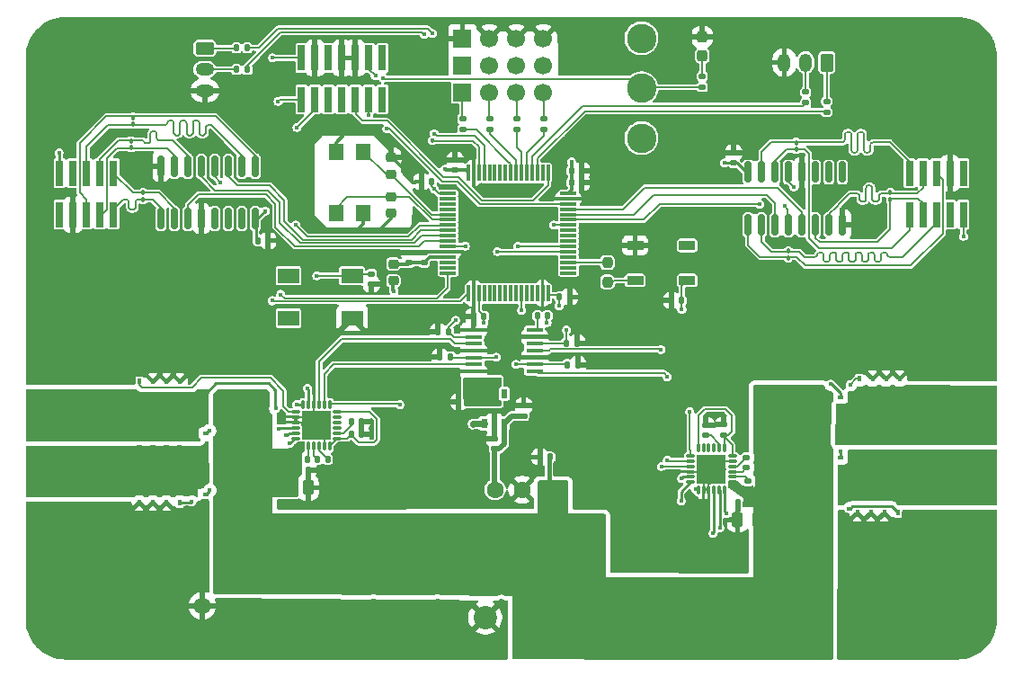
<source format=gtl>
G04 #@! TF.GenerationSoftware,KiCad,Pcbnew,9.0.2-9.0.2-0~ubuntu24.04.1*
G04 #@! TF.CreationDate,2025-06-19T00:16:48+02:00*
G04 #@! TF.ProjectId,DRV8701_2Motors,44525638-3730-4315-9f32-4d6f746f7273,rev?*
G04 #@! TF.SameCoordinates,Original*
G04 #@! TF.FileFunction,Copper,L1,Top*
G04 #@! TF.FilePolarity,Positive*
%FSLAX46Y46*%
G04 Gerber Fmt 4.6, Leading zero omitted, Abs format (unit mm)*
G04 Created by KiCad (PCBNEW 9.0.2-9.0.2-0~ubuntu24.04.1) date 2025-06-19 00:16:48*
%MOMM*%
%LPD*%
G01*
G04 APERTURE LIST*
G04 Aperture macros list*
%AMRoundRect*
0 Rectangle with rounded corners*
0 $1 Rounding radius*
0 $2 $3 $4 $5 $6 $7 $8 $9 X,Y pos of 4 corners*
0 Add a 4 corners polygon primitive as box body*
4,1,4,$2,$3,$4,$5,$6,$7,$8,$9,$2,$3,0*
0 Add four circle primitives for the rounded corners*
1,1,$1+$1,$2,$3*
1,1,$1+$1,$4,$5*
1,1,$1+$1,$6,$7*
1,1,$1+$1,$8,$9*
0 Add four rect primitives between the rounded corners*
20,1,$1+$1,$2,$3,$4,$5,0*
20,1,$1+$1,$4,$5,$6,$7,0*
20,1,$1+$1,$6,$7,$8,$9,0*
20,1,$1+$1,$8,$9,$2,$3,0*%
G04 Aperture macros list end*
G04 #@! TA.AperFunction,SMDPad,CuDef*
%ADD10RoundRect,0.210000X0.490000X-0.590000X0.490000X0.590000X-0.490000X0.590000X-0.490000X-0.590000X0*%
G04 #@! TD*
G04 #@! TA.AperFunction,SMDPad,CuDef*
%ADD11RoundRect,0.225000X-0.250000X0.225000X-0.250000X-0.225000X0.250000X-0.225000X0.250000X0.225000X0*%
G04 #@! TD*
G04 #@! TA.AperFunction,SMDPad,CuDef*
%ADD12RoundRect,0.237500X-0.237500X0.287500X-0.237500X-0.287500X0.237500X-0.287500X0.237500X0.287500X0*%
G04 #@! TD*
G04 #@! TA.AperFunction,SMDPad,CuDef*
%ADD13R,0.400000X0.600000*%
G04 #@! TD*
G04 #@! TA.AperFunction,SMDPad,CuDef*
%ADD14R,0.400000X0.880000*%
G04 #@! TD*
G04 #@! TA.AperFunction,SMDPad,CuDef*
%ADD15R,0.400000X0.820000*%
G04 #@! TD*
G04 #@! TA.AperFunction,SMDPad,CuDef*
%ADD16R,0.400000X0.840000*%
G04 #@! TD*
G04 #@! TA.AperFunction,SMDPad,CuDef*
%ADD17R,0.400000X0.830000*%
G04 #@! TD*
G04 #@! TA.AperFunction,SMDPad,CuDef*
%ADD18R,4.210000X3.500000*%
G04 #@! TD*
G04 #@! TA.AperFunction,SMDPad,CuDef*
%ADD19RoundRect,0.100000X0.100000X-0.130000X0.100000X0.130000X-0.100000X0.130000X-0.100000X-0.130000X0*%
G04 #@! TD*
G04 #@! TA.AperFunction,SMDPad,CuDef*
%ADD20RoundRect,0.140000X0.140000X0.170000X-0.140000X0.170000X-0.140000X-0.170000X0.140000X-0.170000X0*%
G04 #@! TD*
G04 #@! TA.AperFunction,SMDPad,CuDef*
%ADD21R,0.600000X0.400000*%
G04 #@! TD*
G04 #@! TA.AperFunction,SMDPad,CuDef*
%ADD22R,0.880000X0.400000*%
G04 #@! TD*
G04 #@! TA.AperFunction,SMDPad,CuDef*
%ADD23R,0.820000X0.400000*%
G04 #@! TD*
G04 #@! TA.AperFunction,SMDPad,CuDef*
%ADD24R,0.840000X0.400000*%
G04 #@! TD*
G04 #@! TA.AperFunction,SMDPad,CuDef*
%ADD25R,0.830000X0.400000*%
G04 #@! TD*
G04 #@! TA.AperFunction,SMDPad,CuDef*
%ADD26R,3.500000X4.210000*%
G04 #@! TD*
G04 #@! TA.AperFunction,SMDPad,CuDef*
%ADD27RoundRect,0.135000X0.185000X-0.135000X0.185000X0.135000X-0.185000X0.135000X-0.185000X-0.135000X0*%
G04 #@! TD*
G04 #@! TA.AperFunction,SMDPad,CuDef*
%ADD28R,0.740000X2.400000*%
G04 #@! TD*
G04 #@! TA.AperFunction,SMDPad,CuDef*
%ADD29RoundRect,0.250000X0.250000X0.475000X-0.250000X0.475000X-0.250000X-0.475000X0.250000X-0.475000X0*%
G04 #@! TD*
G04 #@! TA.AperFunction,SMDPad,CuDef*
%ADD30RoundRect,0.140000X-0.140000X-0.170000X0.140000X-0.170000X0.140000X0.170000X-0.140000X0.170000X0*%
G04 #@! TD*
G04 #@! TA.AperFunction,SMDPad,CuDef*
%ADD31RoundRect,0.140000X0.170000X-0.140000X0.170000X0.140000X-0.170000X0.140000X-0.170000X-0.140000X0*%
G04 #@! TD*
G04 #@! TA.AperFunction,SMDPad,CuDef*
%ADD32RoundRect,0.135000X0.135000X0.185000X-0.135000X0.185000X-0.135000X-0.185000X0.135000X-0.185000X0*%
G04 #@! TD*
G04 #@! TA.AperFunction,ComponentPad*
%ADD33RoundRect,0.250000X-0.625000X0.350000X-0.625000X-0.350000X0.625000X-0.350000X0.625000X0.350000X0*%
G04 #@! TD*
G04 #@! TA.AperFunction,ComponentPad*
%ADD34O,1.750000X1.200000*%
G04 #@! TD*
G04 #@! TA.AperFunction,SMDPad,CuDef*
%ADD35RoundRect,0.090000X0.660000X0.360000X-0.660000X0.360000X-0.660000X-0.360000X0.660000X-0.360000X0*%
G04 #@! TD*
G04 #@! TA.AperFunction,SMDPad,CuDef*
%ADD36RoundRect,0.140000X-0.170000X0.140000X-0.170000X-0.140000X0.170000X-0.140000X0.170000X0.140000X0*%
G04 #@! TD*
G04 #@! TA.AperFunction,ComponentPad*
%ADD37R,1.700000X1.700000*%
G04 #@! TD*
G04 #@! TA.AperFunction,ComponentPad*
%ADD38C,1.700000*%
G04 #@! TD*
G04 #@! TA.AperFunction,SMDPad,CuDef*
%ADD39RoundRect,0.051250X-0.733750X-0.153750X0.733750X-0.153750X0.733750X0.153750X-0.733750X0.153750X0*%
G04 #@! TD*
G04 #@! TA.AperFunction,SMDPad,CuDef*
%ADD40RoundRect,0.135000X-0.185000X0.135000X-0.185000X-0.135000X0.185000X-0.135000X0.185000X0.135000X0*%
G04 #@! TD*
G04 #@! TA.AperFunction,SMDPad,CuDef*
%ADD41RoundRect,0.100000X-0.100000X0.130000X-0.100000X-0.130000X0.100000X-0.130000X0.100000X0.130000X0*%
G04 #@! TD*
G04 #@! TA.AperFunction,SMDPad,CuDef*
%ADD42RoundRect,0.218750X-0.256250X0.218750X-0.256250X-0.218750X0.256250X-0.218750X0.256250X0.218750X0*%
G04 #@! TD*
G04 #@! TA.AperFunction,SMDPad,CuDef*
%ADD43RoundRect,0.032500X0.372500X0.097500X-0.372500X0.097500X-0.372500X-0.097500X0.372500X-0.097500X0*%
G04 #@! TD*
G04 #@! TA.AperFunction,SMDPad,CuDef*
%ADD44RoundRect,0.032500X0.097500X0.372500X-0.097500X0.372500X-0.097500X-0.372500X0.097500X-0.372500X0*%
G04 #@! TD*
G04 #@! TA.AperFunction,SMDPad,CuDef*
%ADD45R,2.700000X2.700000*%
G04 #@! TD*
G04 #@! TA.AperFunction,ComponentPad*
%ADD46C,5.000000*%
G04 #@! TD*
G04 #@! TA.AperFunction,ComponentPad*
%ADD47C,1.600000*%
G04 #@! TD*
G04 #@! TA.AperFunction,ComponentPad*
%ADD48RoundRect,0.250000X0.350000X0.625000X-0.350000X0.625000X-0.350000X-0.625000X0.350000X-0.625000X0*%
G04 #@! TD*
G04 #@! TA.AperFunction,ComponentPad*
%ADD49O,1.200000X1.750000*%
G04 #@! TD*
G04 #@! TA.AperFunction,SMDPad,CuDef*
%ADD50RoundRect,0.250000X-0.250000X-0.475000X0.250000X-0.475000X0.250000X0.475000X-0.250000X0.475000X0*%
G04 #@! TD*
G04 #@! TA.AperFunction,SMDPad,CuDef*
%ADD51RoundRect,0.075000X-0.700000X-0.075000X0.700000X-0.075000X0.700000X0.075000X-0.700000X0.075000X0*%
G04 #@! TD*
G04 #@! TA.AperFunction,SMDPad,CuDef*
%ADD52RoundRect,0.075000X-0.075000X-0.700000X0.075000X-0.700000X0.075000X0.700000X-0.075000X0.700000X0*%
G04 #@! TD*
G04 #@! TA.AperFunction,SMDPad,CuDef*
%ADD53RoundRect,0.032500X0.097500X-0.372500X0.097500X0.372500X-0.097500X0.372500X-0.097500X-0.372500X0*%
G04 #@! TD*
G04 #@! TA.AperFunction,SMDPad,CuDef*
%ADD54RoundRect,0.032500X0.372500X-0.097500X0.372500X0.097500X-0.372500X0.097500X-0.372500X-0.097500X0*%
G04 #@! TD*
G04 #@! TA.AperFunction,ComponentPad*
%ADD55C,2.200000*%
G04 #@! TD*
G04 #@! TA.AperFunction,SMDPad,CuDef*
%ADD56RoundRect,0.150000X-0.150000X0.825000X-0.150000X-0.825000X0.150000X-0.825000X0.150000X0.825000X0*%
G04 #@! TD*
G04 #@! TA.AperFunction,SMDPad,CuDef*
%ADD57R,2.000000X1.400000*%
G04 #@! TD*
G04 #@! TA.AperFunction,ComponentPad*
%ADD58C,2.775000*%
G04 #@! TD*
G04 #@! TA.AperFunction,SMDPad,CuDef*
%ADD59RoundRect,0.237500X-0.237500X0.250000X-0.237500X-0.250000X0.237500X-0.250000X0.237500X0.250000X0*%
G04 #@! TD*
G04 #@! TA.AperFunction,SMDPad,CuDef*
%ADD60R,0.600000X0.900000*%
G04 #@! TD*
G04 #@! TA.AperFunction,SMDPad,CuDef*
%ADD61RoundRect,0.150000X0.150000X-0.825000X0.150000X0.825000X-0.150000X0.825000X-0.150000X-0.825000X0*%
G04 #@! TD*
G04 #@! TA.AperFunction,ViaPad*
%ADD62C,0.450000*%
G04 #@! TD*
G04 #@! TA.AperFunction,ViaPad*
%ADD63C,0.600000*%
G04 #@! TD*
G04 #@! TA.AperFunction,ViaPad*
%ADD64C,0.900000*%
G04 #@! TD*
G04 #@! TA.AperFunction,Conductor*
%ADD65C,0.200000*%
G04 #@! TD*
G04 #@! TA.AperFunction,Conductor*
%ADD66C,0.300000*%
G04 #@! TD*
G04 #@! TA.AperFunction,Conductor*
%ADD67C,0.150000*%
G04 #@! TD*
G04 #@! TA.AperFunction,Conductor*
%ADD68C,0.400000*%
G04 #@! TD*
G04 #@! TA.AperFunction,Conductor*
%ADD69C,0.500000*%
G04 #@! TD*
G04 #@! TA.AperFunction,Conductor*
%ADD70C,0.250000*%
G04 #@! TD*
G04 #@! TA.AperFunction,Conductor*
%ADD71C,0.600000*%
G04 #@! TD*
G04 APERTURE END LIST*
D10*
X127470000Y-84730000D03*
X127470000Y-78930000D03*
X130040000Y-78930000D03*
X130010000Y-84730000D03*
D11*
X132670000Y-83165000D03*
X132670000Y-84715000D03*
X132660000Y-79485000D03*
X132660000Y-81035000D03*
D12*
X161970000Y-68125000D03*
X161970000Y-69875000D03*
D13*
X108940000Y-111970000D03*
X110210000Y-111970000D03*
X111480000Y-111970000D03*
X112750000Y-111970000D03*
D14*
X112750000Y-107010000D03*
D15*
X111480000Y-106980000D03*
D16*
X110210000Y-106990000D03*
D17*
X108940000Y-106985000D03*
D18*
X110845000Y-109120000D03*
D19*
X179680000Y-83410000D03*
X179680000Y-82770000D03*
D20*
X147400000Y-94370000D03*
X146440000Y-94370000D03*
D21*
X115200000Y-107425000D03*
X115200000Y-108695000D03*
X115200000Y-109965000D03*
X115200000Y-111235000D03*
D22*
X120160000Y-111235000D03*
D23*
X120190000Y-109965000D03*
D24*
X120180000Y-108695000D03*
D25*
X120185000Y-107425000D03*
D26*
X118050000Y-109330000D03*
D20*
X124860000Y-108910000D03*
X123900000Y-108910000D03*
D27*
X139405000Y-76850000D03*
X139405000Y-75830000D03*
D28*
X186570000Y-80940000D03*
X186570000Y-84840000D03*
X185300000Y-80940000D03*
X185300000Y-84840000D03*
X184030000Y-80940000D03*
X184030000Y-84840000D03*
X182760000Y-80940000D03*
X182760000Y-84840000D03*
X181490000Y-80940000D03*
X181490000Y-84840000D03*
D29*
X124850000Y-110570000D03*
X122950000Y-110570000D03*
D30*
X165310000Y-111930000D03*
X166270000Y-111930000D03*
D31*
X166135000Y-108655000D03*
X166135000Y-107695000D03*
D27*
X171710000Y-74330000D03*
X171710000Y-73310000D03*
D28*
X101440000Y-84840000D03*
X101440000Y-80940000D03*
X102710000Y-84840000D03*
X102710000Y-80940000D03*
X103980000Y-84840000D03*
X103980000Y-80940000D03*
X105250000Y-84840000D03*
X105250000Y-80940000D03*
X106520000Y-84840000D03*
X106520000Y-80940000D03*
D32*
X138280000Y-98230000D03*
X137260000Y-98230000D03*
X119105000Y-69135000D03*
X118085000Y-69135000D03*
D33*
X115120000Y-69170000D03*
D34*
X115120000Y-71170000D03*
X115120000Y-73170000D03*
D35*
X160550000Y-91040000D03*
X160550000Y-87740000D03*
X155650000Y-87740000D03*
X155650000Y-91040000D03*
D32*
X119130000Y-71185000D03*
X118110000Y-71185000D03*
D30*
X148520000Y-92620000D03*
X149480000Y-92620000D03*
D36*
X130820000Y-90440000D03*
X130820000Y-91400000D03*
D37*
X139390000Y-73340000D03*
D38*
X141930000Y-73340000D03*
X144470000Y-73340000D03*
X147010000Y-73340000D03*
D39*
X140440000Y-95710000D03*
X140440000Y-96360000D03*
X140440000Y-97010000D03*
X140440000Y-97660000D03*
X140440000Y-98310000D03*
X140440000Y-98960000D03*
X140440000Y-99610000D03*
X146180000Y-99610000D03*
X146180000Y-98960000D03*
X146180000Y-98310000D03*
X146180000Y-97660000D03*
X146180000Y-97010000D03*
X146180000Y-96360000D03*
X146180000Y-95710000D03*
D13*
X112785000Y-100580000D03*
X111515000Y-100580000D03*
X110245000Y-100580000D03*
X108975000Y-100580000D03*
D14*
X108975000Y-105540000D03*
D15*
X110245000Y-105570000D03*
D16*
X111515000Y-105560000D03*
D17*
X112785000Y-105565000D03*
D18*
X110880000Y-103430000D03*
D40*
X161970000Y-71820000D03*
X161970000Y-72840000D03*
D20*
X136490000Y-81740000D03*
X135530000Y-81740000D03*
D21*
X175010000Y-111585000D03*
X175010000Y-110315000D03*
X175010000Y-109045000D03*
X175010000Y-107775000D03*
D22*
X170050000Y-107775000D03*
D23*
X170020000Y-109045000D03*
D24*
X170030000Y-110315000D03*
D25*
X170025000Y-111585000D03*
D26*
X172160000Y-109680000D03*
D41*
X108160000Y-77900000D03*
X108160000Y-78540000D03*
D42*
X132875000Y-89507500D03*
X132875000Y-91082500D03*
D13*
X176575000Y-112920000D03*
X177845000Y-112920000D03*
X179115000Y-112920000D03*
X180385000Y-112920000D03*
D14*
X180385000Y-107960000D03*
D15*
X179115000Y-107930000D03*
D16*
X177845000Y-107940000D03*
D17*
X176575000Y-107935000D03*
D18*
X178480000Y-110070000D03*
D19*
X108330000Y-76330000D03*
X108330000Y-75690000D03*
D31*
X166280000Y-110920000D03*
X166280000Y-109960000D03*
D43*
X164795000Y-110050000D03*
X164795000Y-109550000D03*
X164795000Y-109050000D03*
X164795000Y-108550000D03*
X164795000Y-108050000D03*
X164795000Y-107550000D03*
D44*
X164090000Y-106845000D03*
X163590000Y-106845000D03*
X163090000Y-106845000D03*
X162590000Y-106845000D03*
X162090000Y-106845000D03*
X161590000Y-106845000D03*
D43*
X160885000Y-107550000D03*
X160885000Y-108050000D03*
X160885000Y-108550000D03*
X160885000Y-109050000D03*
X160885000Y-109550000D03*
X160885000Y-110050000D03*
D44*
X161590000Y-110755000D03*
X162090000Y-110755000D03*
X162590000Y-110755000D03*
X163090000Y-110755000D03*
X163590000Y-110755000D03*
X164090000Y-110755000D03*
D45*
X162840000Y-108800000D03*
D32*
X150200000Y-96950000D03*
X149180000Y-96950000D03*
D31*
X134375000Y-89375000D03*
X134375000Y-88415000D03*
D46*
X186000000Y-70000000D03*
D47*
X118407767Y-118142233D03*
X114872233Y-121677767D03*
D20*
X147640000Y-107690000D03*
X146680000Y-107690000D03*
D27*
X144485000Y-76850000D03*
X144485000Y-75830000D03*
D46*
X102000000Y-70000000D03*
D30*
X123795000Y-107906283D03*
X124755000Y-107906283D03*
D48*
X173700000Y-70525000D03*
D49*
X171700000Y-70525000D03*
X169700000Y-70525000D03*
D41*
X109310000Y-82780000D03*
X109310000Y-83420000D03*
D30*
X128940000Y-104330000D03*
X129900000Y-104330000D03*
D50*
X165300000Y-113560000D03*
X167200000Y-113560000D03*
D51*
X138015000Y-82840000D03*
X138015000Y-83340000D03*
X138015000Y-83840000D03*
X138015000Y-84340000D03*
X138015000Y-84840000D03*
X138015000Y-85340000D03*
X138015000Y-85840000D03*
X138015000Y-86340000D03*
X138015000Y-86840000D03*
X138015000Y-87340000D03*
X138015000Y-87840000D03*
X138015000Y-88340000D03*
X138015000Y-88840000D03*
X138015000Y-89340000D03*
X138015000Y-89840000D03*
X138015000Y-90340000D03*
D52*
X139940000Y-92265000D03*
X140440000Y-92265000D03*
X140940000Y-92265000D03*
X141440000Y-92265000D03*
X141940000Y-92265000D03*
X142440000Y-92265000D03*
X142940000Y-92265000D03*
X143440000Y-92265000D03*
X143940000Y-92265000D03*
X144440000Y-92265000D03*
X144940000Y-92265000D03*
X145440000Y-92265000D03*
X145940000Y-92265000D03*
X146440000Y-92265000D03*
X146940000Y-92265000D03*
X147440000Y-92265000D03*
D51*
X149365000Y-90340000D03*
X149365000Y-89840000D03*
X149365000Y-89340000D03*
X149365000Y-88840000D03*
X149365000Y-88340000D03*
X149365000Y-87840000D03*
X149365000Y-87340000D03*
X149365000Y-86840000D03*
X149365000Y-86340000D03*
X149365000Y-85840000D03*
X149365000Y-85340000D03*
X149365000Y-84840000D03*
X149365000Y-84340000D03*
X149365000Y-83840000D03*
X149365000Y-83340000D03*
X149365000Y-82840000D03*
D52*
X147440000Y-80915000D03*
X146940000Y-80915000D03*
X146440000Y-80915000D03*
X145940000Y-80915000D03*
X145440000Y-80915000D03*
X144940000Y-80915000D03*
X144440000Y-80915000D03*
X143940000Y-80915000D03*
X143440000Y-80915000D03*
X142940000Y-80915000D03*
X142440000Y-80915000D03*
X141940000Y-80915000D03*
X141440000Y-80915000D03*
X140940000Y-80915000D03*
X140440000Y-80915000D03*
X139940000Y-80915000D03*
D32*
X150250000Y-98980000D03*
X149230000Y-98980000D03*
D53*
X124390000Y-106625000D03*
X124890000Y-106625000D03*
X125390000Y-106625000D03*
X125890000Y-106625000D03*
X126390000Y-106625000D03*
X126890000Y-106625000D03*
D54*
X127595000Y-105920000D03*
X127595000Y-105420000D03*
X127595000Y-104920000D03*
X127595000Y-104420000D03*
X127595000Y-103920000D03*
X127595000Y-103420000D03*
D53*
X126890000Y-102715000D03*
X126390000Y-102715000D03*
X125890000Y-102715000D03*
X125390000Y-102715000D03*
X124890000Y-102715000D03*
X124390000Y-102715000D03*
D54*
X123685000Y-103420000D03*
X123685000Y-103920000D03*
X123685000Y-104420000D03*
X123685000Y-104920000D03*
X123685000Y-105420000D03*
X123685000Y-105920000D03*
D45*
X125640000Y-104670000D03*
D30*
X149670000Y-80720000D03*
X150630000Y-80720000D03*
D55*
X102800000Y-103810000D03*
X102800000Y-108810000D03*
D46*
X186000000Y-123000000D03*
D31*
X145150000Y-103800000D03*
X145150000Y-102840000D03*
D56*
X119880000Y-80285000D03*
X118610000Y-80285000D03*
X117340000Y-80285000D03*
X116070000Y-80285000D03*
X114800000Y-80285000D03*
X113530000Y-80285000D03*
X112260000Y-80285000D03*
X110990000Y-80285000D03*
X110990000Y-85235000D03*
X112260000Y-85235000D03*
X113530000Y-85235000D03*
X114800000Y-85235000D03*
X116070000Y-85235000D03*
X117340000Y-85235000D03*
X118610000Y-85235000D03*
X119880000Y-85235000D03*
D37*
X139390000Y-68260000D03*
D38*
X141930000Y-68260000D03*
X144470000Y-68260000D03*
X147010000Y-68260000D03*
D46*
X102000000Y-123000000D03*
D57*
X128990000Y-94610000D03*
X122990000Y-94610000D03*
X128990000Y-90610000D03*
X122990000Y-90610000D03*
D31*
X135775000Y-89375000D03*
X135775000Y-88415000D03*
D27*
X173690000Y-75190000D03*
X173690000Y-74170000D03*
D30*
X128930000Y-105570000D03*
X129890000Y-105570000D03*
D58*
X156250000Y-68250000D03*
X156250000Y-72950000D03*
X156250000Y-77650000D03*
D55*
X141545000Y-122800000D03*
X146545000Y-122800000D03*
X185600000Y-104030000D03*
X185600000Y-109030000D03*
D21*
X115210000Y-101640000D03*
X115210000Y-102910000D03*
X115210000Y-104180000D03*
X115210000Y-105450000D03*
D22*
X120170000Y-105450000D03*
D23*
X120200000Y-104180000D03*
D24*
X120190000Y-102910000D03*
D25*
X120195000Y-101640000D03*
D26*
X118060000Y-103545000D03*
D59*
X153040000Y-89367500D03*
X153040000Y-91192500D03*
D20*
X140000000Y-102470000D03*
X139040000Y-102470000D03*
D30*
X159070000Y-92950000D03*
X160030000Y-92950000D03*
D60*
X141430000Y-104510000D03*
X142380000Y-104510000D03*
X143330000Y-104510000D03*
X143330000Y-101710000D03*
X141430000Y-101710000D03*
D31*
X164920000Y-80000000D03*
X164920000Y-79040000D03*
D27*
X141945000Y-76850000D03*
X141945000Y-75830000D03*
D21*
X175010000Y-105860000D03*
X175010000Y-104590000D03*
X175010000Y-103320000D03*
X175010000Y-102050000D03*
D22*
X170050000Y-102050000D03*
D23*
X170020000Y-103320000D03*
D24*
X170030000Y-104590000D03*
D25*
X170025000Y-105860000D03*
D26*
X172160000Y-103955000D03*
D37*
X139390000Y-70800000D03*
D38*
X141930000Y-70800000D03*
X144470000Y-70800000D03*
X147010000Y-70800000D03*
D47*
X147540000Y-110750000D03*
X145000000Y-110750000D03*
X142460000Y-110750000D03*
D27*
X147025000Y-76850000D03*
X147025000Y-75830000D03*
D32*
X138110000Y-95860000D03*
X137090000Y-95860000D03*
D30*
X149670000Y-81850000D03*
X150630000Y-81850000D03*
D31*
X142430000Y-106930000D03*
X142430000Y-105970000D03*
D13*
X180550000Y-100320000D03*
X179280000Y-100320000D03*
X178010000Y-100320000D03*
X176740000Y-100320000D03*
D14*
X176740000Y-105280000D03*
D15*
X178010000Y-105310000D03*
D16*
X179280000Y-105300000D03*
D17*
X180550000Y-105305000D03*
D18*
X178645000Y-103170000D03*
D31*
X164010000Y-105600000D03*
X164010000Y-104640000D03*
D30*
X120120000Y-87290000D03*
X121080000Y-87290000D03*
D31*
X162260000Y-105620000D03*
X162260000Y-104660000D03*
D41*
X170070000Y-88280000D03*
X170070000Y-88920000D03*
D31*
X138700000Y-80680000D03*
X138700000Y-79720000D03*
D61*
X166295000Y-85795000D03*
X167565000Y-85795000D03*
X168835000Y-85795000D03*
X170105000Y-85795000D03*
X171375000Y-85795000D03*
X172645000Y-85795000D03*
X173915000Y-85795000D03*
X175185000Y-85795000D03*
X175185000Y-80845000D03*
X173915000Y-80845000D03*
X172645000Y-80845000D03*
X171375000Y-80845000D03*
X170105000Y-80845000D03*
X168835000Y-80845000D03*
X167565000Y-80845000D03*
X166295000Y-80845000D03*
D30*
X125745000Y-107915000D03*
X126705000Y-107915000D03*
D28*
X131850000Y-70100000D03*
X131850000Y-74000000D03*
X130580000Y-70100000D03*
X130580000Y-74000000D03*
X129310000Y-70100000D03*
X129310000Y-74000000D03*
X128040000Y-70100000D03*
X128040000Y-74000000D03*
X126770000Y-70100000D03*
X126770000Y-74000000D03*
X125500000Y-70100000D03*
X125500000Y-74000000D03*
X124230000Y-70100000D03*
X124230000Y-74000000D03*
D20*
X141405000Y-94425000D03*
X140445000Y-94425000D03*
D19*
X170820000Y-78700000D03*
X170820000Y-78060000D03*
D62*
X124740000Y-88670000D03*
X122930000Y-88670000D03*
X129450000Y-88670000D03*
X131960000Y-88690000D03*
X126630000Y-88670000D03*
X134400000Y-75750000D03*
X132770000Y-75710000D03*
X123050000Y-72110000D03*
X123100000Y-75170000D03*
X156570000Y-92910000D03*
X127000000Y-76540000D03*
X129000000Y-76540000D03*
X124630000Y-82980000D03*
X124630000Y-80980000D03*
X124630000Y-78980000D03*
X125200000Y-77110000D03*
X124630000Y-84980000D03*
X125340000Y-85974054D03*
X130950000Y-76750000D03*
X132360000Y-77930000D03*
X134450000Y-80340000D03*
X136700000Y-84050000D03*
X135570000Y-82920000D03*
X134966164Y-84738938D03*
X136760000Y-82460000D03*
X160050000Y-93780000D03*
X121520000Y-70090000D03*
X102480000Y-78670000D03*
X175600000Y-114330000D03*
D63*
X126640000Y-104680000D03*
D62*
X171220000Y-87530000D03*
X117300000Y-83540000D03*
X132000000Y-93700000D03*
X98810000Y-81540000D03*
X109400000Y-85130000D03*
X153110000Y-111200000D03*
X125030000Y-121220000D03*
X134990000Y-93720000D03*
X163140000Y-104630000D03*
X147540000Y-83300000D03*
X117110000Y-98950000D03*
X143480000Y-82410000D03*
X178980000Y-85890000D03*
D63*
X124640000Y-104680000D03*
D62*
X126220000Y-97160000D03*
X105870000Y-86990000D03*
X120030000Y-66650000D03*
X170960000Y-98810000D03*
X181650000Y-78800000D03*
X117640000Y-75860000D03*
X138910000Y-95690000D03*
X159370000Y-81690000D03*
X133730000Y-112220000D03*
X143910000Y-102830000D03*
X131030000Y-121220000D03*
X106750000Y-89550000D03*
X112820000Y-83350000D03*
X126280000Y-108870000D03*
X120710000Y-92020000D03*
X116660000Y-78530000D03*
X98810000Y-87540000D03*
X184680000Y-87770000D03*
X160270000Y-75830000D03*
X111460000Y-119900000D03*
X172060000Y-77330000D03*
X148640000Y-107440000D03*
X113010000Y-126090000D03*
X150730000Y-88640000D03*
X162300000Y-84650000D03*
X165770000Y-116680000D03*
X140430000Y-78850000D03*
X164740000Y-81690000D03*
X186200000Y-98810000D03*
X154120000Y-86260000D03*
X150250000Y-95180000D03*
X114870000Y-86530000D03*
X174810000Y-71980000D03*
X109030000Y-74750000D03*
X152770000Y-100420000D03*
X175210000Y-84270000D03*
X101550000Y-113350000D03*
X185300000Y-78780000D03*
X114800000Y-114780000D03*
X159300000Y-84670000D03*
X129310000Y-72060000D03*
X127020000Y-93620000D03*
X130200000Y-99810000D03*
X140900000Y-84510000D03*
X143860000Y-96370000D03*
X99750000Y-89550000D03*
X159380000Y-104810000D03*
X172700000Y-73830000D03*
X129220000Y-91970000D03*
D64*
X162840000Y-108800000D03*
D62*
X140790000Y-90770000D03*
X139050000Y-103720000D03*
X112900000Y-86500000D03*
X138000000Y-93720000D03*
X109490000Y-98950000D03*
X109130000Y-77170000D03*
X143850000Y-98220000D03*
X109960000Y-80300000D03*
X181890000Y-125560000D03*
X159350000Y-107300000D03*
X98810000Y-75540000D03*
X114570000Y-98950000D03*
X179000000Y-84350000D03*
X125490000Y-68290000D03*
X154340000Y-116090000D03*
X127570000Y-112230000D03*
X150360000Y-111440000D03*
X122380000Y-112160000D03*
X167970000Y-89420000D03*
X152990000Y-71160000D03*
X143060000Y-121250000D03*
X177180000Y-114380000D03*
X131960000Y-90320000D03*
X137630000Y-112200000D03*
X148220000Y-100660000D03*
X130810000Y-105600000D03*
X162620000Y-118040000D03*
X126030000Y-66650000D03*
X126230000Y-91970000D03*
D63*
X126640000Y-105680000D03*
D62*
X102720000Y-86940000D03*
X128030000Y-68290000D03*
X119360000Y-77720000D03*
X134890000Y-81790000D03*
X178210000Y-77300000D03*
X122520000Y-104380000D03*
X171400000Y-82760000D03*
X142120000Y-99620000D03*
X175400000Y-123360000D03*
X149990000Y-71160000D03*
X151930000Y-99030000D03*
X183220000Y-114330000D03*
X138030000Y-66650000D03*
X162310000Y-81680000D03*
X168420000Y-98810000D03*
X151140000Y-86260000D03*
X166260000Y-73830000D03*
X140890000Y-86960000D03*
X118500000Y-70140000D03*
X151270000Y-75830000D03*
D63*
X124640000Y-103680000D03*
D62*
X163530000Y-71040000D03*
D63*
X124640000Y-105680000D03*
D62*
X99010000Y-113350000D03*
X128020000Y-95710000D03*
X110250000Y-89550000D03*
X174990000Y-90430000D03*
X146220000Y-102850000D03*
X179680000Y-81460000D03*
X175400000Y-120820000D03*
X120770000Y-70150000D03*
X186030000Y-66650000D03*
D63*
X162840000Y-107800000D03*
D62*
X150480000Y-107540000D03*
X144340000Y-84550000D03*
X146070000Y-82420000D03*
X177990000Y-90430000D03*
X145950000Y-108910000D03*
X126250000Y-110580000D03*
X137450000Y-68320000D03*
X163270000Y-75830000D03*
X114110000Y-81860000D03*
X133640000Y-72990000D03*
X128010000Y-106920000D03*
X137440000Y-71140000D03*
X154340000Y-113550000D03*
D63*
X163840000Y-108800000D03*
D62*
X168030000Y-66650000D03*
X142010000Y-95720000D03*
X123520000Y-101910000D03*
X165160000Y-118040000D03*
X170500000Y-72000000D03*
X137990000Y-102350000D03*
X102720000Y-82860000D03*
X130790000Y-104320000D03*
X181120000Y-98810000D03*
X137540000Y-78870000D03*
D63*
X125640000Y-103680000D03*
D62*
X107010000Y-126090000D03*
X178580000Y-98810000D03*
X122190000Y-98950000D03*
X143790000Y-90770000D03*
X104410000Y-98950000D03*
X104090000Y-113350000D03*
X172980000Y-78930000D03*
X124720000Y-93620000D03*
X161740000Y-95330000D03*
X125290000Y-99990000D03*
X165920000Y-102730000D03*
X108030000Y-66650000D03*
X138410000Y-99680000D03*
X147800000Y-93570000D03*
X176340000Y-76390000D03*
X156260000Y-105540000D03*
X155060000Y-107610000D03*
X164160000Y-113720000D03*
X188740000Y-98810000D03*
X165970000Y-89420000D03*
X175400000Y-116670000D03*
X114170000Y-78520000D03*
X171990000Y-90430000D03*
X169000000Y-87500000D03*
X151950000Y-81900000D03*
X137010000Y-126090000D03*
X165300000Y-112350000D03*
X173500000Y-98810000D03*
X164770000Y-89810000D03*
X136720000Y-89760000D03*
X163950000Y-91260000D03*
X157450000Y-102740000D03*
X174345357Y-83207741D03*
X150640000Y-79280000D03*
X151350000Y-103210000D03*
X159580000Y-99040000D03*
X134050000Y-92030000D03*
X164720000Y-84620000D03*
X107790000Y-80280000D03*
X135420000Y-95870000D03*
X168190000Y-84350000D03*
X133630000Y-71140000D03*
X189080000Y-83080000D03*
X132840000Y-105020000D03*
X147530000Y-84530000D03*
X116810000Y-72050000D03*
X142030000Y-93640000D03*
X106950000Y-98950000D03*
X140620000Y-112220000D03*
X137300000Y-97160000D03*
X156210000Y-81690000D03*
X160210000Y-97720000D03*
X115030000Y-74750000D03*
X146330000Y-105330000D03*
X142390000Y-103450000D03*
X183660000Y-98810000D03*
X119010000Y-126090000D03*
X172880000Y-83210000D03*
X136700000Y-91960000D03*
X176680000Y-81460000D03*
D64*
X125640000Y-104680000D03*
D62*
X101870000Y-98950000D03*
X163330000Y-92610000D03*
X157540000Y-118040000D03*
X138150000Y-92430000D03*
X162030000Y-66650000D03*
X132030000Y-66650000D03*
X150230000Y-98110000D03*
X174030000Y-66650000D03*
X187890000Y-125560000D03*
X155000000Y-118040000D03*
X185180000Y-89390000D03*
X148110000Y-89030000D03*
X120710000Y-83610000D03*
X122560000Y-68310000D03*
X163260000Y-73830000D03*
X188300000Y-114330000D03*
X116810000Y-70150000D03*
X114800000Y-117320000D03*
X150030000Y-66650000D03*
X145750000Y-100620000D03*
X166970000Y-89420000D03*
X162300000Y-87650000D03*
X106630000Y-113350000D03*
X185760000Y-118420000D03*
X165840000Y-106060000D03*
X189080000Y-89080000D03*
X148180000Y-96330000D03*
X111710000Y-113350000D03*
X125450000Y-72050000D03*
X157270000Y-75830000D03*
X132070000Y-103460000D03*
X171370000Y-79480000D03*
X107580000Y-85110000D03*
X109170000Y-113350000D03*
X176040000Y-98810000D03*
X102030000Y-66650000D03*
X139900000Y-88490000D03*
X174770000Y-78990000D03*
X137030000Y-121220000D03*
X112030000Y-74750000D03*
X154340000Y-108850000D03*
X147530000Y-86960000D03*
X99330000Y-98950000D03*
X158280000Y-89520000D03*
X176720000Y-79790000D03*
X119650000Y-98950000D03*
D63*
X161840000Y-108800000D03*
D62*
X146790000Y-90770000D03*
X131010000Y-126090000D03*
X111010000Y-81870000D03*
X135400000Y-85260000D03*
X117480000Y-121240000D03*
X151140000Y-112220000D03*
X166270000Y-75830000D03*
X134480000Y-108330000D03*
X101010000Y-126090000D03*
X103250000Y-89550000D03*
X169060000Y-77330000D03*
X112030000Y-98950000D03*
X140920000Y-82420000D03*
X106380000Y-77180000D03*
X98840000Y-123260000D03*
D63*
X162840000Y-109800000D03*
X163840000Y-107800000D03*
D62*
X129430000Y-98250000D03*
X166200000Y-79050000D03*
X174800000Y-73810000D03*
X125010000Y-126090000D03*
X183230000Y-89240000D03*
X187160000Y-89420000D03*
D63*
X161840000Y-107800000D03*
D62*
X160080000Y-118040000D03*
X144440000Y-105120000D03*
X129320000Y-68250000D03*
D63*
X125640000Y-105680000D03*
D62*
X180990000Y-90430000D03*
X113680000Y-72010000D03*
X151160000Y-83330000D03*
X114030000Y-66650000D03*
X172710000Y-72000000D03*
X130480000Y-106900000D03*
X163110000Y-103770000D03*
X153830000Y-109960000D03*
X163720000Y-79050000D03*
X176300000Y-85780000D03*
X159220000Y-109170000D03*
X153950000Y-98200000D03*
X148590000Y-103570000D03*
X150690000Y-91210000D03*
X189080000Y-71080000D03*
X147580000Y-79450000D03*
X175400000Y-125900000D03*
X116730000Y-86580000D03*
X122140000Y-103940000D03*
X120750000Y-81400000D03*
D63*
X126640000Y-103680000D03*
D62*
X183220000Y-118420000D03*
X154270000Y-75830000D03*
X179720000Y-79790000D03*
X136050000Y-111460000D03*
X137450000Y-72990000D03*
X114810000Y-83550000D03*
X163530000Y-68040000D03*
X124850000Y-112170000D03*
X154850000Y-96940000D03*
X135250000Y-109890000D03*
X180680000Y-114330000D03*
X143010000Y-126090000D03*
X138330000Y-76380000D03*
X113750000Y-89550000D03*
X141390000Y-107940000D03*
X175400000Y-118280000D03*
D63*
X163840000Y-109800000D03*
D62*
X129890000Y-104930000D03*
X120750000Y-89550000D03*
X104820000Y-78900000D03*
X160330000Y-71010000D03*
X174630000Y-77340000D03*
X151840000Y-96940000D03*
X150060000Y-68430000D03*
X162500000Y-93800000D03*
X160330000Y-68010000D03*
X165880000Y-98810000D03*
X106040000Y-74750000D03*
D63*
X161840000Y-109800000D03*
D62*
X144030000Y-66650000D03*
X113680000Y-70150000D03*
X154140000Y-83330000D03*
X133640000Y-106590000D03*
X142020000Y-97580000D03*
X156880000Y-104190000D03*
X111610000Y-86460000D03*
X137960000Y-82230000D03*
X180680000Y-118420000D03*
X145640000Y-94950000D03*
X135930000Y-98150000D03*
X180030000Y-66650000D03*
X117250000Y-89550000D03*
X169260000Y-73830000D03*
X189080000Y-77080000D03*
X149300000Y-77640000D03*
X143790000Y-112190000D03*
X160260000Y-73830000D03*
X152490000Y-112200000D03*
X151960000Y-80670000D03*
X185760000Y-114330000D03*
X130560000Y-112250000D03*
X163910000Y-100490000D03*
X169270000Y-75830000D03*
X98810000Y-69540000D03*
X141270000Y-105990000D03*
X114250000Y-113350000D03*
X103940000Y-76330000D03*
X168890000Y-90240000D03*
X148120000Y-91190000D03*
X143850000Y-107930000D03*
X119270000Y-86530000D03*
X145820000Y-112190000D03*
X188300000Y-118420000D03*
X172270000Y-75830000D03*
X114800000Y-119860000D03*
X185310000Y-82990000D03*
X157010000Y-86260000D03*
X131000000Y-101380000D03*
X128040000Y-72050000D03*
D63*
X117110000Y-113720000D03*
X167890000Y-102050000D03*
X128210000Y-113840000D03*
X167400000Y-118710000D03*
X170360000Y-117040000D03*
X163320000Y-119790000D03*
X119710000Y-113860000D03*
X119520000Y-116670000D03*
X151280000Y-116780000D03*
X128200000Y-116800000D03*
X172540000Y-112550000D03*
X167420000Y-117050000D03*
X173500000Y-126090000D03*
X134200000Y-119510000D03*
X140190000Y-116780000D03*
X167780000Y-104580000D03*
X134210000Y-113840000D03*
X116720000Y-106300000D03*
X170340000Y-118700000D03*
X117100000Y-116680000D03*
X122200000Y-116800000D03*
X146190000Y-116780000D03*
X140210000Y-113840000D03*
X122210000Y-113840000D03*
X173500000Y-118610000D03*
X151290000Y-113840000D03*
X167510000Y-126110000D03*
X118360000Y-106320000D03*
X140200000Y-119510000D03*
X171590000Y-112550000D03*
X157320000Y-119790000D03*
X149510000Y-126110000D03*
X122200000Y-119510000D03*
X128200000Y-119510000D03*
X173520000Y-116950000D03*
X134200000Y-116800000D03*
X161510000Y-126110000D03*
X155510000Y-126110000D03*
X146200000Y-113820000D03*
D62*
X186580000Y-86890000D03*
X101390000Y-79000000D03*
X140370000Y-104570000D03*
X144960000Y-93860000D03*
X164070000Y-80000000D03*
X116610000Y-81810000D03*
X147350000Y-95000000D03*
X142350000Y-102510000D03*
X140750000Y-102510000D03*
X141410000Y-95050000D03*
X148490000Y-93420000D03*
X120800000Y-84500000D03*
X142760000Y-100540000D03*
X149660000Y-79860000D03*
X139760000Y-101510000D03*
X141760000Y-100540000D03*
X131180000Y-71760000D03*
X132940000Y-92060000D03*
X169750000Y-84060000D03*
X137730000Y-80580000D03*
X139760000Y-100540000D03*
X142350000Y-101520000D03*
X140760000Y-100540000D03*
X140750000Y-101500000D03*
X125670000Y-90610000D03*
X123690000Y-85830000D03*
X123810000Y-76630000D03*
X130560000Y-75510000D03*
X132280000Y-76750000D03*
X121470000Y-92960000D03*
X122030000Y-74170000D03*
X122280000Y-92370000D03*
X138740000Y-94810000D03*
X139650000Y-87800000D03*
X142680000Y-88320000D03*
X142600000Y-98280000D03*
X147990000Y-85840000D03*
X149190000Y-95700000D03*
X144610000Y-87846000D03*
X144415000Y-98960000D03*
X160810000Y-103420000D03*
X133490000Y-102730000D03*
X131880000Y-71970000D03*
X136560000Y-77880000D03*
X135790000Y-67860000D03*
X136730000Y-77220000D03*
X136590000Y-67810000D03*
X158670000Y-100100000D03*
X158690000Y-107990000D03*
X158050000Y-97540000D03*
X158130000Y-108550000D03*
X167400000Y-83880000D03*
X170600000Y-82220000D03*
X163610000Y-114330000D03*
D63*
X185440000Y-107360000D03*
D62*
X175700000Y-111270000D03*
D63*
X187640000Y-109560000D03*
X183240000Y-107360000D03*
X183240000Y-109560000D03*
X183240000Y-111760000D03*
X181040000Y-109560000D03*
X185440000Y-111760000D03*
X187640000Y-111760000D03*
X181040000Y-107360000D03*
X187640000Y-107360000D03*
X181040000Y-111760000D03*
X183260000Y-103750000D03*
X181060000Y-103750000D03*
X187660000Y-105950000D03*
X187660000Y-101550000D03*
X185460000Y-105950000D03*
X187660000Y-103750000D03*
X181060000Y-105950000D03*
D62*
X159980000Y-111810000D03*
D63*
X181060000Y-101550000D03*
X183260000Y-101550000D03*
D62*
X174830000Y-105430000D03*
D63*
X185460000Y-101550000D03*
X183260000Y-105950000D03*
D62*
X100880000Y-111200000D03*
X102980000Y-107000000D03*
X107180000Y-107000000D03*
X113600000Y-109130000D03*
X105080000Y-107000000D03*
X102980000Y-111200000D03*
X113600000Y-107030000D03*
X98780000Y-109100000D03*
X98780000Y-107000000D03*
X105080000Y-111200000D03*
X122750000Y-105650000D03*
X100880000Y-107000000D03*
X105080000Y-109100000D03*
X107180000Y-111200000D03*
X98780000Y-111200000D03*
X107180000Y-109100000D03*
X100880000Y-109100000D03*
X115200000Y-110100000D03*
X107240000Y-105870000D03*
X123780000Y-102730000D03*
X100940000Y-103770000D03*
X103040000Y-105870000D03*
X121800000Y-103100000D03*
X103040000Y-101670000D03*
X98840000Y-101670000D03*
X98840000Y-105870000D03*
X105140000Y-105870000D03*
X105140000Y-101670000D03*
X98840000Y-103770000D03*
X113610000Y-104070000D03*
X113610000Y-101970000D03*
X100940000Y-101670000D03*
X107240000Y-101670000D03*
X107240000Y-103770000D03*
X105140000Y-103770000D03*
X100940000Y-105870000D03*
X175030000Y-107150000D03*
X164250000Y-112980000D03*
X161340000Y-110690000D03*
X175890000Y-100880000D03*
X162990000Y-114840000D03*
X175780000Y-112540000D03*
X174080000Y-100810000D03*
X160030000Y-109670000D03*
X113900000Y-111900000D03*
X122076194Y-105015447D03*
X115600000Y-110800000D03*
X123100000Y-106400000D03*
X115570000Y-105190000D03*
X124800000Y-101200000D03*
D65*
X136760000Y-82460000D02*
X136500000Y-82200000D01*
X136500000Y-82200000D02*
X136500000Y-81750000D01*
X136500000Y-81750000D02*
X136490000Y-81740000D01*
D66*
X137730000Y-80580000D02*
X137830000Y-80680000D01*
X137830000Y-80680000D02*
X139705000Y-80680000D01*
X139705000Y-80680000D02*
X139940000Y-80915000D01*
D67*
X132280000Y-76750000D02*
X132490000Y-76750000D01*
X132490000Y-76750000D02*
X137470000Y-81730000D01*
X137470000Y-81730000D02*
X138920000Y-81730000D01*
X138920000Y-81730000D02*
X141040000Y-83850000D01*
X141040000Y-83850000D02*
X149355000Y-83850000D01*
X149355000Y-83850000D02*
X149365000Y-83840000D01*
X147440000Y-80915000D02*
X147440000Y-82110000D01*
X129370000Y-74060000D02*
X129310000Y-74000000D01*
X147440000Y-82110000D02*
X146011000Y-83539000D01*
X139010000Y-81320000D02*
X137595678Y-81320000D01*
X137595678Y-81320000D02*
X132295678Y-76020000D01*
X146011000Y-83539000D02*
X141229000Y-83539000D01*
X141229000Y-83539000D02*
X139010000Y-81320000D01*
X132295678Y-76020000D02*
X129990000Y-76020000D01*
X129990000Y-76020000D02*
X129370000Y-75400000D01*
X129370000Y-75400000D02*
X129370000Y-74060000D01*
D66*
X134890000Y-81790000D02*
X134710000Y-81790000D01*
X132715000Y-79485000D02*
X132660000Y-79485000D01*
X134710000Y-81790000D02*
X133730000Y-80810000D01*
X133730000Y-80810000D02*
X133730000Y-80500000D01*
X133730000Y-80500000D02*
X132715000Y-79485000D01*
X134890000Y-81790000D02*
X134930000Y-81750000D01*
X135520000Y-81750000D02*
X135530000Y-81740000D01*
X134930000Y-81750000D02*
X135520000Y-81750000D01*
X128280000Y-77290000D02*
X126170000Y-77290000D01*
X128280000Y-77290000D02*
X127470000Y-78100000D01*
X127470000Y-78100000D02*
X127470000Y-78930000D01*
X131760000Y-86220000D02*
X131760000Y-86140000D01*
X131760000Y-86140000D02*
X132670000Y-85230000D01*
X132670000Y-85230000D02*
X132670000Y-84715000D01*
X128890000Y-86220000D02*
X129540000Y-86220000D01*
X130010000Y-85750000D02*
X130010000Y-84730000D01*
X129540000Y-86220000D02*
X130010000Y-85750000D01*
X128890000Y-86220000D02*
X131760000Y-86220000D01*
X135400000Y-85260000D02*
X134440000Y-86220000D01*
X134440000Y-86220000D02*
X131760000Y-86220000D01*
D67*
X130040000Y-78930000D02*
X132130000Y-81020000D01*
X132645000Y-81020000D02*
X132660000Y-81035000D01*
X132130000Y-81020000D02*
X132645000Y-81020000D01*
X132670000Y-83165000D02*
X134364322Y-83165000D01*
X134364322Y-83165000D02*
X136539322Y-85340000D01*
X136539322Y-85340000D02*
X138015000Y-85340000D01*
X132660000Y-81035000D02*
X136465000Y-84840000D01*
X136465000Y-84840000D02*
X138015000Y-84840000D01*
D66*
X132660000Y-79485000D02*
X132660000Y-78880000D01*
X126590000Y-86220000D02*
X128890000Y-86220000D01*
X132660000Y-78880000D02*
X131070000Y-77290000D01*
X131070000Y-77290000D02*
X128280000Y-77290000D01*
X126170000Y-77290000D02*
X125300000Y-78160000D01*
X125300000Y-78160000D02*
X125300000Y-84930000D01*
X125300000Y-84930000D02*
X126590000Y-86220000D01*
D67*
X132640000Y-83195000D02*
X132670000Y-83165000D01*
X128525000Y-83195000D02*
X132640000Y-83195000D01*
X127470000Y-84250000D02*
X128525000Y-83195000D01*
X127470000Y-84730000D02*
X127470000Y-84250000D01*
D65*
X136760000Y-82460000D02*
X137140000Y-82840000D01*
X137140000Y-82840000D02*
X138015000Y-82840000D01*
D67*
X117340000Y-80285000D02*
X117340000Y-81259999D01*
X117340000Y-81259999D02*
X118170001Y-82090000D01*
X122610000Y-83483166D02*
X122610000Y-85450000D01*
X118170001Y-82090000D02*
X121216834Y-82090000D01*
X121216834Y-82090000D02*
X122610000Y-83483166D01*
X122610000Y-85450000D02*
X124398000Y-87238000D01*
X124398000Y-87238000D02*
X134582000Y-87238000D01*
X134582000Y-87238000D02*
X135480000Y-86340000D01*
X135480000Y-86340000D02*
X138015000Y-86340000D01*
X114800000Y-80285000D02*
X114800000Y-81259999D01*
X114800000Y-81259999D02*
X116100001Y-82560000D01*
X116100001Y-82560000D02*
X121080000Y-82560000D01*
X121080000Y-82560000D02*
X122200000Y-83680000D01*
X122200000Y-83680000D02*
X122200000Y-85670000D01*
X122200000Y-85670000D02*
X124069000Y-87539000D01*
X124069000Y-87539000D02*
X134851000Y-87539000D01*
X134851000Y-87539000D02*
X135550000Y-86840000D01*
X135550000Y-86840000D02*
X138015000Y-86840000D01*
X123690000Y-85830000D02*
X124797000Y-86937000D01*
X124797000Y-86937000D02*
X134273000Y-86937000D01*
X134273000Y-86937000D02*
X135360000Y-85850000D01*
X135360000Y-85850000D02*
X138005000Y-85850000D01*
X138005000Y-85850000D02*
X138015000Y-85840000D01*
X113530000Y-85235000D02*
X113530000Y-83930000D01*
X113530000Y-83930000D02*
X114510000Y-82950000D01*
X121770000Y-86020000D02*
X123590000Y-87840000D01*
X114510000Y-82950000D02*
X120860000Y-82950000D01*
X120860000Y-82950000D02*
X121770000Y-83860000D01*
X135770000Y-87340000D02*
X138015000Y-87340000D01*
X121770000Y-83860000D02*
X121770000Y-86020000D01*
X123590000Y-87840000D02*
X135270000Y-87840000D01*
X135270000Y-87840000D02*
X135770000Y-87340000D01*
X153040000Y-89367500D02*
X153012500Y-89340000D01*
X153012500Y-89340000D02*
X149365000Y-89340000D01*
X155650000Y-91040000D02*
X153622500Y-91040000D01*
X153622500Y-91040000D02*
X153470000Y-91192500D01*
X153470000Y-91192500D02*
X153040000Y-91192500D01*
X160030000Y-92950000D02*
X160030000Y-91560000D01*
X160030000Y-91560000D02*
X160550000Y-91040000D01*
X160050000Y-93780000D02*
X160050000Y-92970000D01*
X160050000Y-92970000D02*
X160030000Y-92950000D01*
X123810000Y-76630000D02*
X125500000Y-74940000D01*
X125500000Y-74940000D02*
X125500000Y-74000000D01*
X122280000Y-92370000D02*
X122629000Y-92719000D01*
X122629000Y-92719000D02*
X137021000Y-92719000D01*
X137021000Y-92719000D02*
X138015000Y-91725000D01*
X138015000Y-91725000D02*
X138015000Y-90340000D01*
X122030000Y-74170000D02*
X122190000Y-74010000D01*
X122190000Y-74010000D02*
X124220000Y-74010000D01*
X124220000Y-74010000D02*
X124230000Y-74000000D01*
X122860000Y-70100000D02*
X124230000Y-70100000D01*
X121520000Y-70090000D02*
X122850000Y-70090000D01*
X122850000Y-70090000D02*
X122860000Y-70100000D01*
X121680000Y-93020000D02*
X139185000Y-93020000D01*
X121470000Y-92960000D02*
X121620000Y-92960000D01*
X121620000Y-92960000D02*
X121680000Y-93020000D01*
X139185000Y-93020000D02*
X139940000Y-92265000D01*
D65*
X162595000Y-108683717D02*
X162845000Y-108933717D01*
X163595000Y-109683717D02*
X162845000Y-108933717D01*
D67*
X162090000Y-110755000D02*
X162090000Y-109550000D01*
X123685000Y-104420000D02*
X125380000Y-104420000D01*
X162590000Y-109050000D02*
X162840000Y-108800000D01*
X162590000Y-110755000D02*
X162590000Y-109050000D01*
X160885000Y-109050000D02*
X162590000Y-109050000D01*
X124890000Y-103920000D02*
X125640000Y-104670000D01*
X125390000Y-104420000D02*
X125640000Y-104670000D01*
X164795000Y-108050000D02*
X163590000Y-108050000D01*
X163590000Y-108050000D02*
X162840000Y-108800000D01*
D65*
X162095000Y-108183717D02*
X162845000Y-108933717D01*
D67*
X162090000Y-109550000D02*
X162840000Y-108800000D01*
X125380000Y-104420000D02*
X125640000Y-104680000D01*
X126390000Y-105420000D02*
X125640000Y-104670000D01*
X125390000Y-102715000D02*
X125390000Y-104420000D01*
X126390000Y-106625000D02*
X126390000Y-105420000D01*
X123685000Y-103920000D02*
X124890000Y-103920000D01*
D68*
X147540000Y-110750000D02*
X147540000Y-107790000D01*
X147540000Y-107790000D02*
X147640000Y-107690000D01*
D69*
X144040000Y-103800000D02*
X145150000Y-103800000D01*
D70*
X101440000Y-79050000D02*
X101440000Y-80940000D01*
D69*
X143330000Y-104510000D02*
X144040000Y-103800000D01*
D67*
X186570000Y-86880000D02*
X186570000Y-84840000D01*
D70*
X101390000Y-79000000D02*
X101440000Y-79050000D01*
D69*
X142430000Y-106930000D02*
X142430000Y-110720000D01*
D67*
X186580000Y-86890000D02*
X186570000Y-86880000D01*
D71*
X140380000Y-104560000D02*
X141380000Y-104560000D01*
X141380000Y-104560000D02*
X141430000Y-104510000D01*
D69*
X143330000Y-106460000D02*
X142860000Y-106930000D01*
X142430000Y-110720000D02*
X142460000Y-110750000D01*
X143330000Y-104510000D02*
X143330000Y-106460000D01*
X142860000Y-106930000D02*
X142430000Y-106930000D01*
D71*
X140370000Y-104570000D02*
X140380000Y-104560000D01*
D65*
X144960000Y-93860000D02*
X144960000Y-92435000D01*
X144950000Y-92385000D02*
X144920000Y-92355000D01*
X144920000Y-92285000D02*
X144940000Y-92265000D01*
X144950000Y-92425000D02*
X144950000Y-92385000D01*
X144920000Y-92355000D02*
X144920000Y-92285000D01*
X144960000Y-92435000D02*
X144950000Y-92425000D01*
D66*
X132870000Y-91990000D02*
X132870000Y-91087500D01*
D67*
X130580000Y-71160000D02*
X130580000Y-70100000D01*
D66*
X149670000Y-82535000D02*
X149365000Y-82840000D01*
X149660000Y-79860000D02*
X149660000Y-80710000D01*
X132870000Y-91087500D02*
X132875000Y-91082500D01*
D65*
X140920000Y-92285000D02*
X140940000Y-92265000D01*
D67*
X169750000Y-84060000D02*
X170040000Y-84350000D01*
X131180000Y-71760000D02*
X130580000Y-71160000D01*
X170040000Y-85730000D02*
X170105000Y-85795000D01*
D65*
X148325000Y-92425000D02*
X148520000Y-92620000D01*
D66*
X149670000Y-80720000D02*
X149670000Y-81850000D01*
D67*
X116610000Y-81810000D02*
X116070000Y-81270000D01*
D65*
X147360000Y-94370000D02*
X147400000Y-94370000D01*
D70*
X164920000Y-80000000D02*
X165220000Y-80000000D01*
X120800000Y-84500000D02*
X120050000Y-85250000D01*
D67*
X116070000Y-81270000D02*
X116070000Y-80285000D01*
D65*
X140920000Y-92415000D02*
X140920000Y-92285000D01*
D66*
X132940000Y-92060000D02*
X132870000Y-91990000D01*
D67*
X170040000Y-84350000D02*
X170040000Y-85730000D01*
D65*
X140950000Y-93970000D02*
X140950000Y-92445000D01*
X147440000Y-92265000D02*
X147420000Y-92285000D01*
D70*
X119895000Y-85250000D02*
X119880000Y-85235000D01*
X120050000Y-85250000D02*
X119895000Y-85250000D01*
D65*
X147420000Y-92355000D02*
X147490000Y-92425000D01*
D66*
X149660000Y-80710000D02*
X149670000Y-80720000D01*
D65*
X140950000Y-92445000D02*
X140920000Y-92415000D01*
D70*
X119930000Y-85285000D02*
X119880000Y-85235000D01*
D65*
X141410000Y-95050000D02*
X141410000Y-94430000D01*
D70*
X164070000Y-80000000D02*
X164920000Y-80000000D01*
D65*
X148490000Y-92650000D02*
X148520000Y-92620000D01*
X147350000Y-95000000D02*
X147350000Y-94380000D01*
X148490000Y-93420000D02*
X148490000Y-92650000D01*
D70*
X165220000Y-80000000D02*
X166065000Y-80845000D01*
D65*
X147490000Y-92425000D02*
X148325000Y-92425000D01*
X141405000Y-94425000D02*
X140950000Y-93970000D01*
D66*
X149670000Y-81850000D02*
X149670000Y-82535000D01*
D70*
X166065000Y-80845000D02*
X166295000Y-80845000D01*
D65*
X141410000Y-94430000D02*
X141405000Y-94425000D01*
D70*
X119930000Y-87100000D02*
X119930000Y-85285000D01*
X120120000Y-87290000D02*
X119930000Y-87100000D01*
D65*
X147420000Y-92285000D02*
X147420000Y-92355000D01*
X147350000Y-94380000D02*
X147360000Y-94370000D01*
X129160000Y-90440000D02*
X130820000Y-90440000D01*
X129180000Y-90420000D02*
X128990000Y-90610000D01*
D67*
X125670000Y-90610000D02*
X128990000Y-90610000D01*
D65*
X128990000Y-90610000D02*
X129160000Y-90440000D01*
D66*
X132875000Y-89507500D02*
X134242500Y-89507500D01*
X134242500Y-89507500D02*
X134375000Y-89375000D01*
X134375000Y-89375000D02*
X135775000Y-89375000D01*
X136310000Y-88840000D02*
X138015000Y-88840000D01*
X135775000Y-89375000D02*
X136310000Y-88840000D01*
D65*
X161970000Y-71820000D02*
X161970000Y-69875000D01*
D67*
X105870000Y-84370000D02*
X105400000Y-84840000D01*
X106828000Y-78610000D02*
X105870000Y-79568000D01*
X112260000Y-80285000D02*
X112260000Y-79310001D01*
X111559999Y-78610000D02*
X106828000Y-78610000D01*
X112260000Y-79310001D02*
X111559999Y-78610000D01*
X105400000Y-84840000D02*
X105250000Y-84840000D01*
X105870000Y-79568000D02*
X105870000Y-84370000D01*
X113530000Y-80285000D02*
X113530000Y-79310001D01*
X112089999Y-77870000D02*
X110828624Y-77870000D01*
X109988624Y-77630000D02*
X109988624Y-77870000D01*
X110348624Y-76997418D02*
X110228624Y-76997418D01*
X109882550Y-78082148D02*
X109494698Y-78082148D01*
X109988624Y-77237418D02*
X109988624Y-77630000D01*
X106970000Y-77870000D02*
X105250000Y-79590000D01*
X113530000Y-79310001D02*
X112089999Y-77870000D01*
X110588624Y-77630000D02*
X110588624Y-77237418D01*
X109988624Y-77870000D02*
X109988624Y-77976074D01*
X108988624Y-77870000D02*
X107749934Y-77870000D01*
X109282550Y-77870000D02*
X108988624Y-77870000D01*
X107749934Y-77870000D02*
X106970000Y-77870000D01*
X105250000Y-79590000D02*
X105250000Y-80940000D01*
X110228624Y-76997418D02*
G75*
G03*
X109988618Y-77237418I-24J-239982D01*
G01*
X110588624Y-77237418D02*
G75*
G03*
X110348624Y-76997376I-240024J18D01*
G01*
X109494698Y-78082148D02*
G75*
G02*
X109388652Y-77976074I2J106048D01*
G01*
X109388624Y-77976074D02*
G75*
G03*
X109282550Y-77870076I-106024J-26D01*
G01*
X109988624Y-77976074D02*
G75*
G02*
X109882550Y-78082124I-106024J-26D01*
G01*
X110828624Y-77870000D02*
G75*
G02*
X110588600Y-77630000I-24J240000D01*
G01*
X112200000Y-77143954D02*
X112200000Y-76430000D01*
X113400000Y-76430000D02*
X113400000Y-76206587D01*
X114600000Y-76670000D02*
X114600000Y-76430000D01*
X113760000Y-77383948D02*
X113640000Y-77383948D01*
X112800000Y-76206587D02*
X112800000Y-76430000D01*
X113400000Y-77143948D02*
X113400000Y-76430000D01*
X111240000Y-76430000D02*
X109980000Y-76430000D01*
X109980000Y-76430000D02*
X106020000Y-76430000D01*
X112800000Y-76430000D02*
X112800000Y-77143954D01*
X118610000Y-79310001D02*
X115729999Y-76430000D01*
X111379206Y-76430000D02*
X111240000Y-76430000D01*
X114000000Y-76430000D02*
X114000000Y-77143948D01*
X113176588Y-75983175D02*
X113023412Y-75983175D01*
X112200000Y-76430000D02*
X112200000Y-76209206D01*
X114960000Y-77383949D02*
X114840000Y-77383949D01*
X115200000Y-76670000D02*
X115200000Y-77143949D01*
X114000000Y-76206587D02*
X114000000Y-76430000D01*
X112560000Y-77383954D02*
X112440000Y-77383954D01*
X106020000Y-76430000D02*
X103980000Y-78470000D01*
X103980000Y-78470000D02*
X103980000Y-80940000D01*
X111979206Y-75988412D02*
X111820794Y-75988412D01*
X118610000Y-80285000D02*
X118610000Y-79310001D01*
X115729999Y-76430000D02*
X115440000Y-76430000D01*
X114600000Y-77143949D02*
X114600000Y-76670000D01*
X114376588Y-75983175D02*
X114223412Y-75983175D01*
X114600000Y-76430000D02*
X114600000Y-76206587D01*
X112440000Y-77383954D02*
G75*
G02*
X112200046Y-77143954I0J239954D01*
G01*
X114600000Y-76206587D02*
G75*
G03*
X114376588Y-75983200I-223400J-13D01*
G01*
X112800000Y-77143954D02*
G75*
G02*
X112560000Y-77384000I-240000J-46D01*
G01*
X114000000Y-77143948D02*
G75*
G02*
X113760000Y-77383900I-240000J48D01*
G01*
X113640000Y-77383948D02*
G75*
G02*
X113399952Y-77143948I0J240048D01*
G01*
X114223412Y-75983175D02*
G75*
G03*
X113999975Y-76206587I-12J-223425D01*
G01*
X114840000Y-77383949D02*
G75*
G02*
X114600051Y-77143949I0J239949D01*
G01*
X113400000Y-76206587D02*
G75*
G03*
X113176588Y-75983200I-223400J-13D01*
G01*
X111600000Y-76209206D02*
G75*
G02*
X111379206Y-76430000I-220800J6D01*
G01*
X111820794Y-75988412D02*
G75*
G03*
X111600012Y-76209206I6J-220788D01*
G01*
X115200000Y-77143949D02*
G75*
G02*
X114960000Y-77384000I-240000J-51D01*
G01*
X113023412Y-75983175D02*
G75*
G03*
X112799975Y-76206587I-12J-223425D01*
G01*
X115440000Y-76430000D02*
G75*
G03*
X115200000Y-76670000I0J-240000D01*
G01*
X112200000Y-76209206D02*
G75*
G03*
X111979206Y-75988400I-220800J6D01*
G01*
X105820000Y-75590000D02*
X103340000Y-78070000D01*
X119880000Y-79310001D02*
X116159999Y-75590000D01*
X103980000Y-83440000D02*
X103980000Y-84840000D01*
X119880000Y-80285000D02*
X119880000Y-79310001D01*
X103340000Y-82800000D02*
X103980000Y-83440000D01*
X103340000Y-78070000D02*
X103340000Y-82800000D01*
X116159999Y-75590000D02*
X105820000Y-75590000D01*
X107460000Y-83440000D02*
X106540760Y-84359238D01*
X110990000Y-85235000D02*
X110990000Y-84210000D01*
X110990000Y-84210000D02*
X110220000Y-83440000D01*
X108340000Y-84396737D02*
X108220000Y-84396737D01*
X107620000Y-83440000D02*
X107460000Y-83440000D01*
X107740000Y-83440000D02*
X107620000Y-83440000D01*
X106540760Y-84359238D02*
X106520000Y-84380000D01*
X106520000Y-84380000D02*
X106520000Y-84840000D01*
X108580000Y-83680000D02*
X108580000Y-84156737D01*
X110220000Y-83440000D02*
X108820000Y-83440000D01*
X107980000Y-84156737D02*
X107980000Y-83680000D01*
X108580000Y-84156737D02*
G75*
G02*
X108340000Y-84396700I-240000J37D01*
G01*
X108820000Y-83440000D02*
G75*
G03*
X108580000Y-83680000I0J-240000D01*
G01*
X107980000Y-83680000D02*
G75*
G03*
X107740000Y-83440000I-240000J0D01*
G01*
X108220000Y-84396737D02*
G75*
G02*
X107979963Y-84156737I0J240037D01*
G01*
X112260000Y-85235000D02*
X112260000Y-84260000D01*
X112260000Y-84260000D02*
X110780000Y-82780000D01*
X110780000Y-82780000D02*
X108360000Y-82780000D01*
X108360000Y-82780000D02*
X106520000Y-80940000D01*
X171620000Y-78720000D02*
X169910000Y-78720000D01*
X168835000Y-79795000D02*
X168835000Y-80845000D01*
X179830000Y-88000000D02*
X172950000Y-88000000D01*
X169910000Y-78720000D02*
X168835000Y-79795000D01*
X172010000Y-79110000D02*
X171620000Y-78720000D01*
X172950000Y-88000000D02*
X172010000Y-87060000D01*
X181490000Y-84840000D02*
X181490000Y-86340000D01*
X172010000Y-87060000D02*
X172010000Y-79110000D01*
X181490000Y-86340000D02*
X179830000Y-88000000D01*
X176771893Y-88403785D02*
X176618107Y-88403785D01*
X177971893Y-88403785D02*
X177818107Y-88403785D01*
X175795000Y-89073115D02*
X175795000Y-88850000D01*
X174371893Y-88403785D02*
X174218107Y-88403785D01*
X176395000Y-88850000D02*
X176395000Y-89073115D01*
X177595000Y-88626892D02*
X177595000Y-88850000D01*
X172420000Y-88850000D02*
X171610000Y-88850000D01*
X178571893Y-89296215D02*
X178418107Y-89296215D01*
X178795000Y-88850000D02*
X178795000Y-89073108D01*
X178195000Y-88850000D02*
X178195000Y-88626892D01*
X180850000Y-88850000D02*
X179620000Y-88850000D01*
X167565000Y-87415000D02*
X167565000Y-85795000D01*
X178195000Y-89073108D02*
X178195000Y-88850000D01*
X176995000Y-88850000D02*
X176995000Y-88626892D01*
X176171885Y-89296230D02*
X176018115Y-89296230D01*
X178795000Y-88627183D02*
X178795000Y-88850000D01*
X171610000Y-88850000D02*
X171500000Y-88740000D01*
X179174366Y-88404366D02*
X179017817Y-88404366D01*
X174595000Y-89073115D02*
X174595000Y-88850000D01*
X176395000Y-88626892D02*
X176395000Y-88850000D01*
X184030000Y-85670000D02*
X180850000Y-88850000D01*
X171500000Y-88740000D02*
X171100000Y-88340000D01*
X171100000Y-88340000D02*
X168490000Y-88340000D01*
X173771885Y-89296230D02*
X173618115Y-89296230D01*
X173395000Y-88850000D02*
X173395000Y-88627183D01*
X174595000Y-88850000D02*
X174595000Y-88626892D01*
X173172183Y-88404366D02*
X173017817Y-88404366D01*
X174971885Y-89296230D02*
X174818115Y-89296230D01*
X175571885Y-88403770D02*
X175418115Y-88403770D01*
X173995000Y-88850000D02*
X173995000Y-89073115D01*
X173995000Y-88626892D02*
X173995000Y-88850000D01*
X173395000Y-89073115D02*
X173395000Y-88850000D01*
X177595000Y-88850000D02*
X177595000Y-89073108D01*
X175195000Y-88626885D02*
X175195000Y-88850000D01*
X175795000Y-88850000D02*
X175795000Y-88626885D01*
X177371893Y-89296215D02*
X177218107Y-89296215D01*
X176995000Y-89073108D02*
X176995000Y-88850000D01*
X184030000Y-84840000D02*
X184030000Y-85670000D01*
X168490000Y-88340000D02*
X167565000Y-87415000D01*
X172572183Y-88850000D02*
X172420000Y-88850000D01*
X175195000Y-88850000D02*
X175195000Y-89073115D01*
X176018115Y-89296230D02*
G75*
G02*
X175794970Y-89073115I-15J223130D01*
G01*
X176395000Y-89073115D02*
G75*
G02*
X176171885Y-89296200I-223100J15D01*
G01*
X173017817Y-88404366D02*
G75*
G03*
X172794966Y-88627183I-17J-222834D01*
G01*
X179017817Y-88404366D02*
G75*
G03*
X178794966Y-88627183I-17J-222834D01*
G01*
X176995000Y-88626892D02*
G75*
G03*
X176771893Y-88403800I-223100J-8D01*
G01*
X177218107Y-89296215D02*
G75*
G02*
X176994985Y-89073108I-7J223115D01*
G01*
X178195000Y-88626892D02*
G75*
G03*
X177971893Y-88403800I-223100J-8D01*
G01*
X179397183Y-88627183D02*
G75*
G03*
X179174366Y-88404417I-222783J-17D01*
G01*
X178418107Y-89296215D02*
G75*
G02*
X178194985Y-89073108I-7J223115D01*
G01*
X172795000Y-88627183D02*
G75*
G02*
X172572183Y-88850000I-222800J-17D01*
G01*
X174818115Y-89296230D02*
G75*
G02*
X174594970Y-89073115I-15J223130D01*
G01*
X173395000Y-88627183D02*
G75*
G03*
X173172183Y-88404400I-222800J-17D01*
G01*
X173995000Y-89073115D02*
G75*
G02*
X173771885Y-89296200I-223100J15D01*
G01*
X179620000Y-88850000D02*
G75*
G02*
X179397200Y-88627183I0J222800D01*
G01*
X173618115Y-89296230D02*
G75*
G02*
X173394970Y-89073115I-15J223130D01*
G01*
X176618107Y-88403785D02*
G75*
G03*
X176394985Y-88626892I-7J-223115D01*
G01*
X178795000Y-89073108D02*
G75*
G02*
X178571893Y-89296200I-223100J8D01*
G01*
X177818107Y-88403785D02*
G75*
G03*
X177594985Y-88626892I-7J-223115D01*
G01*
X175195000Y-89073115D02*
G75*
G02*
X174971885Y-89296200I-223100J15D01*
G01*
X174595000Y-88626892D02*
G75*
G03*
X174371893Y-88403800I-223100J-8D01*
G01*
X175795000Y-88626885D02*
G75*
G03*
X175571885Y-88403800I-223100J-15D01*
G01*
X174218107Y-88403785D02*
G75*
G03*
X173994985Y-88626892I-7J-223115D01*
G01*
X175418115Y-88403770D02*
G75*
G03*
X175194970Y-88626885I-15J-223130D01*
G01*
X177595000Y-89073108D02*
G75*
G02*
X177371893Y-89296200I-223100J8D01*
G01*
X175050000Y-78040000D02*
X174440000Y-78040000D01*
X176370000Y-79023397D02*
X176250000Y-79023397D01*
X168450000Y-78040000D02*
X167565000Y-78925000D01*
X177570000Y-79023397D02*
X177450000Y-79023397D01*
X181490000Y-79860000D02*
X179670000Y-78040000D01*
X179670000Y-78040000D02*
X178050000Y-78040000D01*
X176010000Y-77800000D02*
X176010000Y-77296603D01*
X174440000Y-78040000D02*
X168450000Y-78040000D01*
X176970000Y-77056603D02*
X176850000Y-77056603D01*
X181490000Y-80940000D02*
X181490000Y-79860000D01*
X177210000Y-78280000D02*
X177210000Y-78040000D01*
X176010000Y-78040000D02*
X176010000Y-77800000D01*
X175770000Y-77056603D02*
X175650000Y-77056603D01*
X176610000Y-77296603D02*
X176610000Y-78040000D01*
X176010000Y-78783397D02*
X176010000Y-78040000D01*
X176610000Y-78040000D02*
X176610000Y-78783397D01*
X177210000Y-78783397D02*
X177210000Y-78280000D01*
X167565000Y-78925000D02*
X167565000Y-80845000D01*
X177210000Y-78040000D02*
X177210000Y-77296603D01*
X175170000Y-78040000D02*
X175050000Y-78040000D01*
X177810000Y-78280000D02*
X177810000Y-78783397D01*
X175410000Y-77296603D02*
X175410000Y-77800000D01*
X177810000Y-78783397D02*
G75*
G02*
X177570000Y-79023400I-240000J-3D01*
G01*
X176010000Y-77296603D02*
G75*
G03*
X175770000Y-77056600I-240000J3D01*
G01*
X178050000Y-78040000D02*
G75*
G03*
X177810000Y-78280000I0J-240000D01*
G01*
X176250000Y-79023397D02*
G75*
G02*
X176010003Y-78783397I0J239997D01*
G01*
X177450000Y-79023397D02*
G75*
G02*
X177210003Y-78783397I0J239997D01*
G01*
X177210000Y-77296603D02*
G75*
G03*
X176970000Y-77056600I-240000J3D01*
G01*
X175650000Y-77056603D02*
G75*
G03*
X175410003Y-77296603I0J-239997D01*
G01*
X175410000Y-77800000D02*
G75*
G02*
X175170000Y-78040000I-240000J0D01*
G01*
X176850000Y-77056603D02*
G75*
G03*
X176610003Y-77296603I0J-239997D01*
G01*
X176610000Y-78783397D02*
G75*
G02*
X176370000Y-79023400I-240000J-3D01*
G01*
X167410000Y-88830000D02*
X170850000Y-88830000D01*
X184626000Y-81536000D02*
X184030000Y-80940000D01*
X171660000Y-89640000D02*
X181640000Y-89640000D01*
X166295000Y-85795000D02*
X166295000Y-87715000D01*
X170850000Y-88830000D02*
X171660000Y-89640000D01*
X166295000Y-87715000D02*
X167410000Y-88830000D01*
X184626000Y-86654000D02*
X184626000Y-81536000D01*
X181640000Y-89640000D02*
X184626000Y-86654000D01*
X174945761Y-83789238D02*
X174656465Y-84078536D01*
X182760000Y-82340000D02*
X182230000Y-82870000D01*
X177160000Y-83643748D02*
X177040000Y-83643748D01*
X178000000Y-83403741D02*
X178000000Y-83110000D01*
X176440000Y-82870000D02*
X175865001Y-82870000D01*
X177400000Y-82870000D02*
X177400000Y-83110000D01*
X177400000Y-83110000D02*
X177400000Y-83403748D01*
X177760000Y-82096259D02*
X177640000Y-82096259D01*
X182760000Y-80940000D02*
X182760000Y-82340000D01*
X173915000Y-84820001D02*
X173915000Y-85795000D01*
X176800000Y-83403748D02*
X176800000Y-83110000D01*
X178600000Y-83110000D02*
X178600000Y-83403741D01*
X176560000Y-82870000D02*
X176440000Y-82870000D01*
X182230000Y-82870000D02*
X178840000Y-82870000D01*
X178360000Y-83643741D02*
X178240000Y-83643741D01*
X178000000Y-82870000D02*
X178000000Y-82336259D01*
X174656465Y-84078536D02*
X173915000Y-84820001D01*
X178000000Y-83110000D02*
X178000000Y-82870000D01*
X175865001Y-82870000D02*
X174945761Y-83789238D01*
X177400000Y-82336259D02*
X177400000Y-82870000D01*
X178600000Y-83403741D02*
G75*
G02*
X178360000Y-83643700I-240000J41D01*
G01*
X178840000Y-82870000D02*
G75*
G03*
X178600000Y-83110000I0J-240000D01*
G01*
X177400000Y-83403748D02*
G75*
G02*
X177160000Y-83643700I-240000J48D01*
G01*
X177640000Y-82096259D02*
G75*
G03*
X177399959Y-82336259I0J-240041D01*
G01*
X177040000Y-83643748D02*
G75*
G02*
X176799952Y-83403748I0J240048D01*
G01*
X178240000Y-83643741D02*
G75*
G02*
X177999959Y-83403741I0J240041D01*
G01*
X178000000Y-82336259D02*
G75*
G03*
X177760000Y-82096300I-240000J-41D01*
G01*
X176800000Y-83110000D02*
G75*
G03*
X176560000Y-82870000I-240000J0D01*
G01*
X182760000Y-83760000D02*
X182310000Y-83310000D01*
X179640000Y-83440000D02*
X179640000Y-86220000D01*
X182760000Y-84840000D02*
X182760000Y-83760000D01*
X173010000Y-87410000D02*
X172645000Y-87045000D01*
X179640000Y-86220000D02*
X178450000Y-87410000D01*
X182310000Y-83310000D02*
X179770000Y-83310000D01*
X179770000Y-83310000D02*
X179640000Y-83440000D01*
X172645000Y-87045000D02*
X172645000Y-85795000D01*
X178450000Y-87410000D02*
X173010000Y-87410000D01*
X130580000Y-75490000D02*
X130560000Y-75510000D01*
X130580000Y-74000000D02*
X130580000Y-75490000D01*
D65*
X144420000Y-80895000D02*
X144440000Y-80915000D01*
X144420000Y-79690000D02*
X144420000Y-80895000D01*
X141945000Y-77215000D02*
X144420000Y-79690000D01*
X141945000Y-76850000D02*
X141945000Y-77215000D01*
X143891000Y-80071000D02*
X143920000Y-80100000D01*
X143891000Y-80057176D02*
X143891000Y-80071000D01*
X143920000Y-80100000D02*
X143920000Y-80895000D01*
X143920000Y-80895000D02*
X143940000Y-80915000D01*
X143659000Y-79839000D02*
X143672824Y-79839000D01*
X143672824Y-79839000D02*
X143891000Y-80057176D01*
X140670000Y-76850000D02*
X143659000Y-79839000D01*
X139405000Y-76850000D02*
X140670000Y-76850000D01*
X145420000Y-79010000D02*
X145420000Y-80895000D01*
X147025000Y-76850000D02*
X147025000Y-77405000D01*
X145420000Y-80895000D02*
X145440000Y-80915000D01*
X147025000Y-77405000D02*
X145420000Y-79010000D01*
X144485000Y-78485000D02*
X144920000Y-78920000D01*
X144485000Y-76850000D02*
X144485000Y-78485000D01*
X144920000Y-80895000D02*
X144940000Y-80915000D01*
X144920000Y-78920000D02*
X144920000Y-80895000D01*
X138600000Y-96350000D02*
X138110000Y-95860000D01*
X138055000Y-87800000D02*
X138015000Y-87840000D01*
X138110000Y-95440000D02*
X138740000Y-94810000D01*
X138110000Y-95860000D02*
X138110000Y-95440000D01*
X139650000Y-87800000D02*
X138055000Y-87800000D01*
X140440000Y-96360000D02*
X140430000Y-96350000D01*
X140430000Y-96350000D02*
X138600000Y-96350000D01*
X142570000Y-98310000D02*
X140440000Y-98310000D01*
X149286000Y-88371000D02*
X149317000Y-88340000D01*
X142731000Y-88371000D02*
X149286000Y-88371000D01*
X140440000Y-98310000D02*
X140430000Y-98300000D01*
X142680000Y-88320000D02*
X142731000Y-88371000D01*
X138161500Y-98300000D02*
X138151500Y-98310000D01*
X142600000Y-98280000D02*
X142570000Y-98310000D01*
X140430000Y-98300000D02*
X138161500Y-98300000D01*
X149317000Y-88340000D02*
X149365000Y-88340000D01*
D67*
X149180000Y-96950000D02*
X149180000Y-95710000D01*
D65*
X149161500Y-97000000D02*
X149216500Y-96945000D01*
D67*
X149180000Y-95710000D02*
X149190000Y-95700000D01*
D65*
X146190000Y-97000000D02*
X149161500Y-97000000D01*
D67*
X147990000Y-85840000D02*
X149365000Y-85840000D01*
D65*
X146180000Y-97010000D02*
X146190000Y-97000000D01*
X149365000Y-87840000D02*
X144616000Y-87840000D01*
X149200000Y-98950000D02*
X149230000Y-98980000D01*
X146190000Y-98950000D02*
X149200000Y-98950000D01*
X144415000Y-98960000D02*
X146180000Y-98960000D01*
X144616000Y-87840000D02*
X144610000Y-87846000D01*
X146180000Y-98960000D02*
X146190000Y-98950000D01*
D67*
X160820000Y-106960000D02*
X160820000Y-107485000D01*
X126910000Y-102695000D02*
X126890000Y-102715000D01*
X155360000Y-72060000D02*
X156250000Y-72950000D01*
X133490000Y-102730000D02*
X133455000Y-102695000D01*
X156360000Y-72840000D02*
X156250000Y-72950000D01*
X160810000Y-103420000D02*
X160810000Y-106950000D01*
X131970000Y-72060000D02*
X155360000Y-72060000D01*
X160810000Y-106950000D02*
X160820000Y-106960000D01*
X131880000Y-71970000D02*
X131970000Y-72060000D01*
X161970000Y-72840000D02*
X156360000Y-72840000D01*
X160820000Y-107485000D02*
X160885000Y-107550000D01*
X133455000Y-102695000D02*
X126910000Y-102695000D01*
X146440000Y-79580000D02*
X146440000Y-80915000D01*
X173690000Y-75190000D02*
X173610000Y-75110000D01*
X173610000Y-75110000D02*
X150910000Y-75110000D01*
X150910000Y-75110000D02*
X146440000Y-79580000D01*
X171710000Y-74330000D02*
X171440000Y-74600000D01*
X171440000Y-74600000D02*
X150720000Y-74600000D01*
X150720000Y-74600000D02*
X145940000Y-79380000D01*
X145940000Y-79380000D02*
X145940000Y-80915000D01*
X140940000Y-78450000D02*
X140940000Y-80915000D01*
X119130000Y-70780000D02*
X122260000Y-67650000D01*
X140400000Y-77910000D02*
X140940000Y-78450000D01*
X136560000Y-77880000D02*
X136560000Y-77990000D01*
X136640000Y-77910000D02*
X140400000Y-77910000D01*
X135580000Y-67650000D02*
X135790000Y-67860000D01*
X136560000Y-77990000D02*
X136640000Y-77910000D01*
X122260000Y-67650000D02*
X135580000Y-67650000D01*
X119130000Y-71185000D02*
X119130000Y-70780000D01*
X136100000Y-67320000D02*
X136590000Y-67810000D01*
X141440000Y-78330000D02*
X141440000Y-80915000D01*
X136940000Y-77460000D02*
X140570000Y-77460000D01*
X136730000Y-77220000D02*
X136730000Y-77250000D01*
X122030000Y-67320000D02*
X136100000Y-67320000D01*
X136730000Y-77250000D02*
X136940000Y-77460000D01*
X120215000Y-69135000D02*
X122030000Y-67320000D01*
X140570000Y-77460000D02*
X141440000Y-78330000D01*
X119105000Y-69135000D02*
X120215000Y-69135000D01*
D65*
X158690000Y-107990000D02*
X158760000Y-108060000D01*
X146521500Y-99780000D02*
X146341500Y-99600000D01*
X146190000Y-99600000D02*
X146180000Y-99610000D01*
X160875000Y-108060000D02*
X160885000Y-108050000D01*
X158370000Y-99780000D02*
X146521500Y-99780000D01*
X158690000Y-100100000D02*
X158370000Y-99780000D01*
X158760000Y-108060000D02*
X160875000Y-108060000D01*
X146341500Y-99600000D02*
X146190000Y-99600000D01*
X158690000Y-100100000D02*
X158670000Y-100100000D01*
X127260000Y-98960000D02*
X126390000Y-99830000D01*
X126390000Y-99830000D02*
X126390000Y-102715000D01*
X140440000Y-98960000D02*
X127260000Y-98960000D01*
X138672900Y-96990000D02*
X138242900Y-96560000D01*
X138242900Y-96560000D02*
X128000000Y-96560000D01*
X128000000Y-96560000D02*
X125890000Y-98670000D01*
X140420000Y-96990000D02*
X138672900Y-96990000D01*
X140440000Y-97010000D02*
X140420000Y-96990000D01*
X125890000Y-98670000D02*
X125890000Y-102715000D01*
X147530000Y-97660000D02*
X146180000Y-97660000D01*
X158040000Y-97530000D02*
X158050000Y-97540000D01*
X160874000Y-108561000D02*
X160885000Y-108550000D01*
X147660000Y-97530000D02*
X158040000Y-97530000D01*
X158130000Y-108550000D02*
X158141000Y-108561000D01*
X158141000Y-108561000D02*
X160874000Y-108561000D01*
X147660000Y-97530000D02*
X147530000Y-97660000D01*
D67*
X167360000Y-83840000D02*
X167400000Y-83880000D01*
X170600000Y-82220000D02*
X170105000Y-81725000D01*
X157980000Y-83840000D02*
X167360000Y-83840000D01*
X170105000Y-81725000D02*
X170105000Y-80845000D01*
X156480000Y-85340000D02*
X157980000Y-83840000D01*
X149365000Y-85340000D02*
X156480000Y-85340000D01*
X149365000Y-84840000D02*
X155510000Y-84840000D01*
X155510000Y-84840000D02*
X157350000Y-83000000D01*
X157350000Y-83000000D02*
X168050000Y-83000000D01*
X168835000Y-83785000D02*
X168835000Y-85795000D01*
X168050000Y-83000000D02*
X168835000Y-83785000D01*
X156510000Y-82300000D02*
X169060000Y-82300000D01*
X149365000Y-84340000D02*
X154470000Y-84340000D01*
X169060000Y-82300000D02*
X171375000Y-84615000D01*
X154470000Y-84340000D02*
X156510000Y-82300000D01*
X171375000Y-84615000D02*
X171375000Y-85795000D01*
D65*
X139390000Y-75815000D02*
X139405000Y-75830000D01*
X139390000Y-73340000D02*
X139390000Y-75815000D01*
X141930000Y-73340000D02*
X141930000Y-75815000D01*
X141930000Y-75815000D02*
X141945000Y-75830000D01*
D70*
X163610000Y-110775000D02*
X163590000Y-110755000D01*
X163610000Y-114330000D02*
X163610000Y-110775000D01*
X159980000Y-111810000D02*
X159970000Y-111800000D01*
X174830000Y-105430000D02*
X174830000Y-105680000D01*
X159970000Y-110965000D02*
X160885000Y-110050000D01*
X159970000Y-111800000D02*
X159970000Y-110965000D01*
X174830000Y-105680000D02*
X175010000Y-105860000D01*
X115215000Y-110085000D02*
X115215000Y-109980000D01*
X122850000Y-105650000D02*
X123080000Y-105420000D01*
X115215000Y-109980000D02*
X115200000Y-109965000D01*
X122750000Y-105650000D02*
X122850000Y-105650000D01*
X123080000Y-105420000D02*
X123685000Y-105420000D01*
X115200000Y-110100000D02*
X115215000Y-110085000D01*
X124390000Y-102715000D02*
X123795000Y-102715000D01*
X115270000Y-101640000D02*
X115210000Y-101640000D01*
X121800000Y-103100000D02*
X121770000Y-103070000D01*
X123795000Y-102715000D02*
X123780000Y-102730000D01*
X121140000Y-100750000D02*
X116160000Y-100750000D01*
X116160000Y-100750000D02*
X115270000Y-101640000D01*
X121770000Y-103070000D02*
X121770000Y-101380000D01*
X121770000Y-101380000D02*
X121140000Y-100750000D01*
X164090000Y-112820000D02*
X164090000Y-110755000D01*
X175030000Y-107755000D02*
X175010000Y-107775000D01*
X164250000Y-112980000D02*
X164090000Y-112820000D01*
X175030000Y-107150000D02*
X175030000Y-107755000D01*
D67*
X161340000Y-110690000D02*
X161405000Y-110755000D01*
X176460000Y-100310000D02*
X176730000Y-100310000D01*
X175890000Y-100880000D02*
X176460000Y-100310000D01*
X161405000Y-110755000D02*
X161590000Y-110755000D01*
X176730000Y-100310000D02*
X176740000Y-100320000D01*
D65*
X146341500Y-95700000D02*
X146190000Y-95700000D01*
X146480000Y-95561500D02*
X146341500Y-95700000D01*
X146190000Y-95700000D02*
X146180000Y-95710000D01*
X146480000Y-94410000D02*
X146480000Y-95561500D01*
X146440000Y-94370000D02*
X146480000Y-94410000D01*
D67*
X162769999Y-105620000D02*
X162260000Y-105620000D01*
X163590000Y-106440001D02*
X162769999Y-105620000D01*
X163590000Y-106845000D02*
X163590000Y-106440001D01*
X164790000Y-105290000D02*
X164430000Y-105650000D01*
X164070000Y-106825000D02*
X164090000Y-106845000D01*
X161590000Y-103780000D02*
X162220000Y-103150000D01*
X164795000Y-106525000D02*
X164010000Y-105740000D01*
X164010000Y-105740000D02*
X164010000Y-105600000D01*
X164795000Y-107550000D02*
X164795000Y-106525000D01*
X162220000Y-103150000D02*
X164150000Y-103150000D01*
X164430000Y-105650000D02*
X164060000Y-105650000D01*
X161590000Y-106845000D02*
X161590000Y-103780000D01*
X164060000Y-105650000D02*
X164010000Y-105600000D01*
X164070000Y-105660000D02*
X164070000Y-106825000D01*
X164010000Y-105600000D02*
X164070000Y-105660000D01*
X164790000Y-103790000D02*
X164790000Y-105290000D01*
X164150000Y-103150000D02*
X164790000Y-103790000D01*
X165280000Y-108550000D02*
X164795000Y-108550000D01*
X166135000Y-107695000D02*
X165280000Y-108550000D01*
X166135000Y-108655000D02*
X165740000Y-109050000D01*
X165740000Y-109050000D02*
X164795000Y-109050000D01*
X166280000Y-109960000D02*
X166280000Y-109770000D01*
X166280000Y-109770000D02*
X166060000Y-109550000D01*
X166060000Y-109550000D02*
X164795000Y-109550000D01*
X128940000Y-104660000D02*
X128940000Y-104330000D01*
X128180000Y-105420000D02*
X128940000Y-104660000D01*
X127595000Y-105420000D02*
X128180000Y-105420000D01*
X127635000Y-105960000D02*
X127595000Y-105920000D01*
X126890000Y-106625000D02*
X127595000Y-105920000D01*
X128920000Y-105580000D02*
X128930000Y-105570000D01*
X131040000Y-106330000D02*
X129630000Y-106330000D01*
X128920000Y-105570000D02*
X128530000Y-105960000D01*
X130670000Y-103420000D02*
X131330000Y-104080000D01*
X127595000Y-103420000D02*
X130670000Y-103420000D01*
X129630000Y-106330000D02*
X128920000Y-105620000D01*
X128930000Y-105570000D02*
X128920000Y-105570000D01*
X128920000Y-105620000D02*
X128920000Y-105580000D01*
X131330000Y-104080000D02*
X131330000Y-106040000D01*
X131330000Y-106040000D02*
X131040000Y-106330000D01*
X128530000Y-105960000D02*
X127635000Y-105960000D01*
X125745000Y-107915000D02*
X125390000Y-107560000D01*
X125390000Y-107560000D02*
X125390000Y-106625000D01*
X125890000Y-107100000D02*
X125890000Y-106625000D01*
X126705000Y-107915000D02*
X125890000Y-107100000D01*
X124755000Y-107906283D02*
X124890000Y-107771283D01*
X124890000Y-107771283D02*
X124890000Y-106625000D01*
D65*
X173690000Y-73755000D02*
X173690000Y-74170000D01*
X173700000Y-73745000D02*
X173690000Y-73755000D01*
X173700000Y-70525000D02*
X173700000Y-73745000D01*
X171700000Y-73300000D02*
X171710000Y-73310000D01*
X171700000Y-70525000D02*
X171700000Y-73300000D01*
X147025000Y-73355000D02*
X147010000Y-73340000D01*
X147025000Y-75830000D02*
X147025000Y-73355000D01*
X144485000Y-75830000D02*
X144485000Y-73355000D01*
X144485000Y-73355000D02*
X144470000Y-73340000D01*
D67*
X118050000Y-69170000D02*
X118085000Y-69135000D01*
X115120000Y-69170000D02*
X118050000Y-69170000D01*
X115120000Y-71170000D02*
X118095000Y-71170000D01*
X118095000Y-71170000D02*
X118110000Y-71185000D01*
D70*
X163080000Y-110765000D02*
X163090000Y-110755000D01*
X175920000Y-112523000D02*
X176099000Y-112344000D01*
X176099000Y-112344000D02*
X179809000Y-112344000D01*
X162990000Y-114840000D02*
X163080000Y-114750000D01*
X179809000Y-112344000D02*
X180385000Y-112920000D01*
X163080000Y-114750000D02*
X163080000Y-110765000D01*
X175797000Y-112523000D02*
X175920000Y-112523000D01*
X175780000Y-112540000D02*
X175797000Y-112523000D01*
X175010000Y-101860000D02*
X175010000Y-102050000D01*
X175005000Y-101855000D02*
X175010000Y-101860000D01*
X174170000Y-100810000D02*
X175005000Y-101645000D01*
X175005000Y-101645000D02*
X175005000Y-101855000D01*
X160150000Y-109550000D02*
X160030000Y-109670000D01*
X160885000Y-109550000D02*
X160150000Y-109550000D01*
X174080000Y-100810000D02*
X174170000Y-100810000D01*
X113870000Y-111930000D02*
X112790000Y-111930000D01*
X112790000Y-111930000D02*
X112750000Y-111970000D01*
X113900000Y-111900000D02*
X113870000Y-111930000D01*
X122076194Y-105015447D02*
X122171641Y-104920000D01*
X122171641Y-104920000D02*
X123685000Y-104920000D01*
D67*
X114810000Y-100220000D02*
X113910000Y-101120000D01*
X123010000Y-103420000D02*
X122540000Y-102950000D01*
X123685000Y-103420000D02*
X123010000Y-103420000D01*
X108975000Y-100895000D02*
X108975000Y-100580000D01*
X122540000Y-102950000D02*
X122540000Y-101430000D01*
X121330000Y-100220000D02*
X114810000Y-100220000D01*
X109200000Y-101120000D02*
X108975000Y-100895000D01*
X113910000Y-101120000D02*
X109200000Y-101120000D01*
X122540000Y-101430000D02*
X121330000Y-100220000D01*
D70*
X123100000Y-106400000D02*
X123580000Y-105920000D01*
X115600000Y-110800000D02*
X115600000Y-110835000D01*
X123580000Y-105920000D02*
X123685000Y-105920000D01*
X115600000Y-110835000D02*
X115200000Y-111235000D01*
X124800000Y-101200000D02*
X124890000Y-101290000D01*
X124890000Y-101290000D02*
X124890000Y-102715000D01*
X115470000Y-105190000D02*
X115210000Y-105450000D01*
X115570000Y-105190000D02*
X115470000Y-105190000D01*
G04 #@! TA.AperFunction,Conductor*
G36*
X114880251Y-111635500D02*
G01*
X114880252Y-111635500D01*
X115394777Y-111635500D01*
X115461816Y-111655185D01*
X115507571Y-111707989D01*
X115518776Y-111759328D01*
X115530475Y-120353902D01*
X115510882Y-120420968D01*
X115458140Y-120466795D01*
X115388995Y-120476833D01*
X115368157Y-120472002D01*
X115176646Y-120409776D01*
X115122233Y-120401157D01*
X115122233Y-121302489D01*
X115045927Y-121258434D01*
X114931477Y-121227767D01*
X114812989Y-121227767D01*
X114698539Y-121258434D01*
X114622233Y-121302489D01*
X114622233Y-120401157D01*
X114567819Y-120409776D01*
X114373203Y-120473011D01*
X114190883Y-120565907D01*
X114025338Y-120686184D01*
X114025337Y-120686184D01*
X113880650Y-120830871D01*
X113880650Y-120830872D01*
X113760373Y-120996417D01*
X113667477Y-121178737D01*
X113604242Y-121373353D01*
X113595624Y-121427767D01*
X114496955Y-121427767D01*
X114452900Y-121504073D01*
X114422233Y-121618523D01*
X114422233Y-121737011D01*
X114452900Y-121851461D01*
X114496955Y-121927767D01*
X113595624Y-121927767D01*
X113604242Y-121982180D01*
X113667477Y-122176796D01*
X113760373Y-122359116D01*
X113880650Y-122524661D01*
X113880650Y-122524662D01*
X114025337Y-122669349D01*
X114190883Y-122789626D01*
X114373201Y-122882521D01*
X114567811Y-122945755D01*
X114622233Y-122954374D01*
X114622233Y-122053044D01*
X114698539Y-122097100D01*
X114812989Y-122127767D01*
X114931477Y-122127767D01*
X115045927Y-122097100D01*
X115122233Y-122053044D01*
X115122233Y-122954373D01*
X115176654Y-122945755D01*
X115371264Y-122882521D01*
X115553582Y-122789626D01*
X115719127Y-122669349D01*
X115719128Y-122669349D01*
X115806954Y-122581524D01*
X115863815Y-122524662D01*
X115863815Y-122524661D01*
X115984092Y-122359116D01*
X116076988Y-122176796D01*
X116140223Y-121982180D01*
X116148842Y-121927767D01*
X115247511Y-121927767D01*
X115291566Y-121851461D01*
X115322233Y-121737011D01*
X115322233Y-121618523D01*
X115291566Y-121504073D01*
X115247511Y-121427767D01*
X116148842Y-121427767D01*
X116140223Y-121373353D01*
X116076988Y-121178735D01*
X116068730Y-121162528D01*
X116055833Y-121093859D01*
X116082109Y-121029118D01*
X116139215Y-120988861D01*
X116180108Y-120982235D01*
X124769600Y-121044503D01*
X124850198Y-121037008D01*
X124898546Y-121027574D01*
X124948847Y-121012415D01*
X124960396Y-121009533D01*
X124996354Y-121002381D01*
X125020537Y-121000000D01*
X125039461Y-121000000D01*
X125063648Y-121002382D01*
X125083386Y-121006307D01*
X125089209Y-121007465D01*
X125101222Y-121010485D01*
X125167694Y-121030782D01*
X125214247Y-121040218D01*
X125291861Y-121048289D01*
X130668706Y-121087268D01*
X130668706Y-121087267D01*
X130668707Y-121087268D01*
X130679250Y-121086025D01*
X130768745Y-121075482D01*
X130825125Y-121061577D01*
X130825124Y-121061575D01*
X130825218Y-121061553D01*
X130825227Y-121061551D01*
X130825301Y-121061532D01*
X130825303Y-121061532D01*
X130825698Y-121061434D01*
X130825914Y-121061380D01*
X130825915Y-121061382D01*
X130827866Y-121060902D01*
X130827883Y-121060895D01*
X130831592Y-121059981D01*
X130831612Y-121059976D01*
X130856400Y-121053861D01*
X130858579Y-121052877D01*
X130879231Y-121044322D01*
X130879246Y-121044316D01*
X130883676Y-121042481D01*
X130883686Y-121042479D01*
X130884639Y-121042083D01*
X130884638Y-121042082D01*
X130884665Y-121042072D01*
X130884667Y-121042071D01*
X130888887Y-121040322D01*
X130888888Y-121040323D01*
X130954548Y-121013125D01*
X130977799Y-121006072D01*
X130996359Y-121002380D01*
X131020539Y-121000000D01*
X131039457Y-121000000D01*
X131063643Y-121002382D01*
X131082188Y-121006070D01*
X131105451Y-121013125D01*
X131171108Y-121040322D01*
X131175507Y-121042144D01*
X131179966Y-121045737D01*
X131189530Y-121048621D01*
X131189538Y-121048623D01*
X131209571Y-121054664D01*
X131209573Y-121054665D01*
X131211111Y-121055127D01*
X131211116Y-121055130D01*
X131212089Y-121055423D01*
X131212089Y-121055422D01*
X131212139Y-121055438D01*
X131214878Y-121056263D01*
X131214878Y-121056264D01*
X131277872Y-121075258D01*
X131391993Y-121092511D01*
X136603782Y-121130293D01*
X136608938Y-121130298D01*
X136612049Y-121130281D01*
X136730997Y-121111762D01*
X136793283Y-121092260D01*
X136797668Y-121090887D01*
X136797669Y-121090886D01*
X136797674Y-121090885D01*
X136901790Y-121041073D01*
X136915633Y-121031823D01*
X136937057Y-121020370D01*
X136954549Y-121013124D01*
X136977804Y-121006070D01*
X136988921Y-121003859D01*
X136996359Y-121002381D01*
X137020541Y-121000000D01*
X137039457Y-121000000D01*
X137063643Y-121002382D01*
X137082188Y-121006070D01*
X137105459Y-121013129D01*
X137122929Y-121020366D01*
X137144363Y-121031823D01*
X137145198Y-121032381D01*
X137167565Y-121047326D01*
X137169402Y-121048546D01*
X137170403Y-121049207D01*
X137276790Y-121099062D01*
X137343685Y-121119232D01*
X137457806Y-121136485D01*
X140723473Y-121160158D01*
X140790368Y-121180328D01*
X140835739Y-121233463D01*
X140845181Y-121302691D01*
X140815696Y-121366035D01*
X140778870Y-121394639D01*
X140706415Y-121431557D01*
X140604301Y-121505747D01*
X140604300Y-121505748D01*
X141259242Y-122160690D01*
X141213426Y-122179668D01*
X141098776Y-122256274D01*
X141001274Y-122353776D01*
X140924668Y-122468426D01*
X140905690Y-122514242D01*
X140250748Y-121859300D01*
X140250747Y-121859301D01*
X140176559Y-121961413D01*
X140062219Y-122185815D01*
X139984397Y-122425330D01*
X139945000Y-122674071D01*
X139945000Y-122925928D01*
X139984397Y-123174669D01*
X140062219Y-123414184D01*
X140176557Y-123638583D01*
X140250748Y-123740697D01*
X140250748Y-123740698D01*
X140905690Y-123085756D01*
X140924668Y-123131574D01*
X141001274Y-123246224D01*
X141098776Y-123343726D01*
X141213426Y-123420332D01*
X141259242Y-123439309D01*
X140604300Y-124094250D01*
X140706416Y-124168442D01*
X140930815Y-124282780D01*
X141170330Y-124360602D01*
X141419072Y-124400000D01*
X141670928Y-124400000D01*
X141919669Y-124360602D01*
X142159184Y-124282780D01*
X142383575Y-124168446D01*
X142383581Y-124168442D01*
X142485697Y-124094250D01*
X142485698Y-124094250D01*
X141830757Y-123439309D01*
X141876574Y-123420332D01*
X141991224Y-123343726D01*
X142088726Y-123246224D01*
X142165332Y-123131574D01*
X142184309Y-123085757D01*
X142839250Y-123740698D01*
X142839250Y-123740697D01*
X142913442Y-123638581D01*
X142913446Y-123638575D01*
X143027780Y-123414184D01*
X143105602Y-123174669D01*
X143145000Y-122925928D01*
X143145000Y-122674071D01*
X143105602Y-122425330D01*
X143027780Y-122185815D01*
X142913442Y-121961416D01*
X142839250Y-121859301D01*
X142839250Y-121859300D01*
X142184309Y-122514241D01*
X142165332Y-122468426D01*
X142088726Y-122353776D01*
X141991224Y-122256274D01*
X141876574Y-122179668D01*
X141830755Y-122160689D01*
X142485698Y-121505748D01*
X142383583Y-121431557D01*
X142334869Y-121406736D01*
X142284073Y-121358761D01*
X142267278Y-121290940D01*
X142289815Y-121224805D01*
X142344531Y-121181354D01*
X142392063Y-121172254D01*
X142456347Y-121172719D01*
X142613480Y-121173859D01*
X142618634Y-121173864D01*
X142621746Y-121173847D01*
X142740695Y-121155328D01*
X142807372Y-121134451D01*
X142911491Y-121084637D01*
X142945641Y-121061817D01*
X142967058Y-121050369D01*
X142984554Y-121043122D01*
X143007804Y-121036070D01*
X143018921Y-121033859D01*
X143026359Y-121032381D01*
X143050541Y-121030000D01*
X143069457Y-121030000D01*
X143093643Y-121032382D01*
X143112188Y-121036070D01*
X143135451Y-121043125D01*
X143152927Y-121050364D01*
X143174359Y-121061820D01*
X143218218Y-121091126D01*
X143218304Y-121091183D01*
X143219983Y-121092299D01*
X143221014Y-121092980D01*
X143221022Y-121092985D01*
X143261069Y-121111761D01*
X143327532Y-121142923D01*
X143327533Y-121142923D01*
X143327539Y-121142926D01*
X143394434Y-121163096D01*
X143508555Y-121180349D01*
X143538141Y-121180563D01*
X143565430Y-121180761D01*
X143632325Y-121200931D01*
X143677696Y-121254065D01*
X143688532Y-121305079D01*
X143674822Y-126604816D01*
X143675634Y-126612533D01*
X143663068Y-126681263D01*
X143615338Y-126732289D01*
X143552314Y-126749500D01*
X102003051Y-126749500D01*
X101996968Y-126749351D01*
X101974856Y-126748264D01*
X101638567Y-126731743D01*
X101626457Y-126730550D01*
X101274532Y-126678347D01*
X101262597Y-126675973D01*
X100917481Y-126589526D01*
X100905837Y-126585994D01*
X100570858Y-126466136D01*
X100559629Y-126461485D01*
X100237999Y-126309366D01*
X100227272Y-126303631D01*
X99922118Y-126120729D01*
X99912000Y-126113969D01*
X99626230Y-125902028D01*
X99616824Y-125894308D01*
X99422650Y-125718319D01*
X99353209Y-125655381D01*
X99344618Y-125646790D01*
X99105691Y-125383175D01*
X99097971Y-125373769D01*
X98886030Y-125087999D01*
X98879270Y-125077881D01*
X98874859Y-125070522D01*
X98696363Y-124772720D01*
X98690639Y-124762012D01*
X98538511Y-124440363D01*
X98533867Y-124429151D01*
X98414000Y-124094147D01*
X98410474Y-124082520D01*
X98409122Y-124077123D01*
X98409122Y-124077122D01*
X98409121Y-124077120D01*
X98324024Y-123737393D01*
X98321652Y-123725467D01*
X98269449Y-123373542D01*
X98268256Y-123361431D01*
X98250649Y-123003032D01*
X98250500Y-122996948D01*
X98250500Y-112705466D01*
X108487374Y-112705466D01*
X108497911Y-112713353D01*
X108497913Y-112713354D01*
X108632620Y-112763596D01*
X108632627Y-112763598D01*
X108692155Y-112769999D01*
X108692172Y-112770000D01*
X109187828Y-112770000D01*
X109187844Y-112769999D01*
X109247372Y-112763598D01*
X109247378Y-112763597D01*
X109317458Y-112737458D01*
X109318253Y-112733801D01*
X109831745Y-112733801D01*
X109832540Y-112737456D01*
X109902628Y-112763598D01*
X109902627Y-112763598D01*
X109962155Y-112769999D01*
X109962172Y-112770000D01*
X110457828Y-112770000D01*
X110457844Y-112769999D01*
X110517372Y-112763598D01*
X110517378Y-112763597D01*
X110587458Y-112737458D01*
X110588253Y-112733801D01*
X111101745Y-112733801D01*
X111102540Y-112737456D01*
X111172628Y-112763598D01*
X111172627Y-112763598D01*
X111232155Y-112769999D01*
X111232172Y-112770000D01*
X111727828Y-112770000D01*
X111727844Y-112769999D01*
X111787372Y-112763598D01*
X111787376Y-112763597D01*
X111922089Y-112713352D01*
X111922090Y-112713351D01*
X111932623Y-112705465D01*
X111932624Y-112705465D01*
X111480000Y-112252842D01*
X111127842Y-112605000D01*
X111127842Y-112656362D01*
X111125497Y-112656362D01*
X111122240Y-112701912D01*
X111101745Y-112733801D01*
X110588253Y-112733801D01*
X110588596Y-112732224D01*
X110562775Y-112684936D01*
X110564818Y-112656362D01*
X110562158Y-112656362D01*
X110562158Y-112605000D01*
X110210000Y-112252842D01*
X109857842Y-112605000D01*
X109857842Y-112656362D01*
X109855497Y-112656362D01*
X109852240Y-112701912D01*
X109831745Y-112733801D01*
X109318253Y-112733801D01*
X109318596Y-112732224D01*
X109292775Y-112684936D01*
X109294818Y-112656362D01*
X109292158Y-112656362D01*
X109292158Y-112604999D01*
X108940001Y-112252842D01*
X108940000Y-112252842D01*
X108487374Y-112705466D01*
X98250500Y-112705466D01*
X98250500Y-112019500D01*
X98270185Y-111952461D01*
X98322989Y-111906706D01*
X98374500Y-111895500D01*
X108116000Y-111895500D01*
X108183039Y-111915185D01*
X108228794Y-111967989D01*
X108240000Y-112019500D01*
X108240000Y-112317844D01*
X108246401Y-112377376D01*
X108246402Y-112377377D01*
X108247319Y-112379836D01*
X108247321Y-112379836D01*
X108710898Y-111916260D01*
X108772221Y-111882775D01*
X108841913Y-111887759D01*
X108886260Y-111916260D01*
X108940000Y-111970000D01*
X108993740Y-111916260D01*
X109055063Y-111882775D01*
X109124755Y-111887759D01*
X109169102Y-111916260D01*
X109575000Y-112322158D01*
X109980898Y-111916260D01*
X110042221Y-111882775D01*
X110111913Y-111887759D01*
X110156260Y-111916260D01*
X110210000Y-111970000D01*
X110263740Y-111916260D01*
X110325063Y-111882775D01*
X110394755Y-111887759D01*
X110439102Y-111916260D01*
X110845000Y-112322158D01*
X111250898Y-111916260D01*
X111312221Y-111882775D01*
X111381913Y-111887759D01*
X111426260Y-111916260D01*
X111479999Y-111969999D01*
X111533738Y-111916260D01*
X111595061Y-111882775D01*
X111664753Y-111887759D01*
X111709101Y-111916260D01*
X112172678Y-112379837D01*
X112184202Y-112377332D01*
X112204985Y-112349593D01*
X112270459Y-112325202D01*
X112338726Y-112340080D01*
X112382359Y-112379998D01*
X112405447Y-112414552D01*
X112471769Y-112458867D01*
X112471770Y-112458868D01*
X112530247Y-112470499D01*
X112530250Y-112470500D01*
X112530252Y-112470500D01*
X112969750Y-112470500D01*
X112969751Y-112470499D01*
X112984568Y-112467552D01*
X113028229Y-112458868D01*
X113028229Y-112458867D01*
X113028231Y-112458867D01*
X113094552Y-112414552D01*
X113138867Y-112348231D01*
X113138867Y-112348229D01*
X113143542Y-112336946D01*
X113146437Y-112338145D01*
X113169847Y-112293395D01*
X113230563Y-112258823D01*
X113259077Y-112255500D01*
X113631518Y-112255500D01*
X113693517Y-112272112D01*
X113721974Y-112288542D01*
X113735759Y-112296501D01*
X113735763Y-112296503D01*
X113843982Y-112325500D01*
X113843984Y-112325500D01*
X113956016Y-112325500D01*
X113956018Y-112325500D01*
X114064237Y-112296503D01*
X114161263Y-112240485D01*
X114240485Y-112161263D01*
X114296503Y-112064237D01*
X114325500Y-111956018D01*
X114325500Y-111956009D01*
X114326561Y-111947958D01*
X114329293Y-111948317D01*
X114345185Y-111894197D01*
X114397989Y-111848442D01*
X114431850Y-111838499D01*
X114476200Y-111832122D01*
X114484717Y-111830898D01*
X114484717Y-111830897D01*
X114484723Y-111830897D01*
X114584860Y-111803041D01*
X114692557Y-111735981D01*
X114745361Y-111690226D01*
X114759943Y-111673875D01*
X114819250Y-111636943D01*
X114876688Y-111634791D01*
X114880251Y-111635500D01*
G37*
G04 #@! TD.AperFunction*
G04 #@! TA.AperFunction,Conductor*
G36*
X175316263Y-112642902D02*
G01*
X175371795Y-112685304D01*
X175378726Y-112697606D01*
X175379433Y-112697199D01*
X175439512Y-112801259D01*
X175439514Y-112801261D01*
X175439515Y-112801263D01*
X175518737Y-112880485D01*
X175615763Y-112936503D01*
X175723982Y-112965500D01*
X175723984Y-112965500D01*
X175751000Y-112965500D01*
X175818039Y-112985185D01*
X175863794Y-113037989D01*
X175875000Y-113089500D01*
X175875000Y-113267844D01*
X175881401Y-113327376D01*
X175881402Y-113327377D01*
X175882319Y-113329836D01*
X175882321Y-113329836D01*
X176345898Y-112866260D01*
X176407221Y-112832775D01*
X176476913Y-112837759D01*
X176521260Y-112866260D01*
X176575000Y-112920000D01*
X176628740Y-112866260D01*
X176690063Y-112832775D01*
X176759755Y-112837759D01*
X176804102Y-112866260D01*
X177210000Y-113272158D01*
X177615898Y-112866260D01*
X177677221Y-112832775D01*
X177746913Y-112837759D01*
X177791260Y-112866260D01*
X177845000Y-112920000D01*
X177898740Y-112866260D01*
X177960063Y-112832775D01*
X178029755Y-112837759D01*
X178074102Y-112866260D01*
X178480000Y-113272158D01*
X178885898Y-112866260D01*
X178947221Y-112832775D01*
X179016913Y-112837759D01*
X179061260Y-112866260D01*
X179114999Y-112919999D01*
X179168738Y-112866260D01*
X179230061Y-112832775D01*
X179299753Y-112837759D01*
X179344101Y-112866260D01*
X179807678Y-113329837D01*
X179819202Y-113327332D01*
X179839985Y-113299593D01*
X179905459Y-113275202D01*
X179973726Y-113290080D01*
X180017359Y-113329998D01*
X180040447Y-113364552D01*
X180106769Y-113408867D01*
X180106770Y-113408868D01*
X180165247Y-113420499D01*
X180165250Y-113420500D01*
X180165252Y-113420500D01*
X180604750Y-113420500D01*
X180604751Y-113420499D01*
X180619568Y-113417552D01*
X180663229Y-113408868D01*
X180663229Y-113408867D01*
X180663231Y-113408867D01*
X180729552Y-113364552D01*
X180773867Y-113298231D01*
X180773867Y-113298229D01*
X180773868Y-113298229D01*
X180782552Y-113254568D01*
X180785500Y-113239748D01*
X180785500Y-112777742D01*
X180805185Y-112710703D01*
X180857989Y-112664948D01*
X180909655Y-112653742D01*
X189624819Y-112664952D01*
X189624829Y-112664950D01*
X189625659Y-112664952D01*
X189692674Y-112684723D01*
X189738361Y-112737586D01*
X189749500Y-112788952D01*
X189749500Y-122996948D01*
X189749351Y-123003033D01*
X189731743Y-123361432D01*
X189730550Y-123373542D01*
X189678347Y-123725467D01*
X189675973Y-123737402D01*
X189589526Y-124082518D01*
X189585994Y-124094162D01*
X189476564Y-124400000D01*
X189466142Y-124429127D01*
X189461485Y-124440370D01*
X189309366Y-124762000D01*
X189303629Y-124772732D01*
X189120729Y-125077881D01*
X189113969Y-125087999D01*
X188902028Y-125373769D01*
X188894308Y-125383175D01*
X188655388Y-125646783D01*
X188646783Y-125655388D01*
X188383175Y-125894308D01*
X188373769Y-125902028D01*
X188087999Y-126113969D01*
X188077881Y-126120729D01*
X187772732Y-126303629D01*
X187762000Y-126309366D01*
X187440370Y-126461485D01*
X187429134Y-126466139D01*
X187305442Y-126510397D01*
X187094162Y-126585994D01*
X187082518Y-126589526D01*
X186737402Y-126675973D01*
X186725467Y-126678347D01*
X186373542Y-126730550D01*
X186361432Y-126731743D01*
X186023927Y-126748324D01*
X186003031Y-126749351D01*
X185996949Y-126749500D01*
X174816387Y-126749500D01*
X174749348Y-126729815D01*
X174703593Y-126677011D01*
X174692388Y-126625083D01*
X174735976Y-113655466D01*
X176122374Y-113655466D01*
X176132911Y-113663353D01*
X176132913Y-113663354D01*
X176267620Y-113713596D01*
X176267627Y-113713598D01*
X176327155Y-113719999D01*
X176327172Y-113720000D01*
X176822828Y-113720000D01*
X176822844Y-113719999D01*
X176882372Y-113713598D01*
X176882378Y-113713597D01*
X176952458Y-113687458D01*
X176953253Y-113683801D01*
X177466745Y-113683801D01*
X177467540Y-113687456D01*
X177537628Y-113713598D01*
X177537627Y-113713598D01*
X177597155Y-113719999D01*
X177597172Y-113720000D01*
X178092828Y-113720000D01*
X178092844Y-113719999D01*
X178152372Y-113713598D01*
X178152378Y-113713597D01*
X178222458Y-113687458D01*
X178223253Y-113683801D01*
X178736745Y-113683801D01*
X178737540Y-113687456D01*
X178807628Y-113713598D01*
X178807627Y-113713598D01*
X178867155Y-113719999D01*
X178867172Y-113720000D01*
X179362828Y-113720000D01*
X179362844Y-113719999D01*
X179422372Y-113713598D01*
X179422376Y-113713597D01*
X179557089Y-113663352D01*
X179557090Y-113663351D01*
X179567623Y-113655465D01*
X179567624Y-113655465D01*
X179115000Y-113202842D01*
X178762842Y-113555000D01*
X178762842Y-113606362D01*
X178760497Y-113606362D01*
X178757240Y-113651912D01*
X178736745Y-113683801D01*
X178223253Y-113683801D01*
X178223596Y-113682224D01*
X178197775Y-113634936D01*
X178199818Y-113606362D01*
X178197158Y-113606362D01*
X178197158Y-113555000D01*
X177845000Y-113202842D01*
X177492842Y-113555000D01*
X177492842Y-113606362D01*
X177490497Y-113606362D01*
X177487240Y-113651912D01*
X177466745Y-113683801D01*
X176953253Y-113683801D01*
X176953596Y-113682224D01*
X176927775Y-113634936D01*
X176929818Y-113606362D01*
X176927158Y-113606362D01*
X176927158Y-113554999D01*
X176575001Y-113202842D01*
X176575000Y-113202842D01*
X176122374Y-113655466D01*
X174735976Y-113655466D01*
X174738953Y-112769547D01*
X174758862Y-112702575D01*
X174811820Y-112656998D01*
X174863112Y-112645965D01*
X174864458Y-112645966D01*
X174864467Y-112645968D01*
X175160641Y-112646349D01*
X175243559Y-112637890D01*
X175246623Y-112637254D01*
X175316263Y-112642902D01*
G37*
G04 #@! TD.AperFunction*
G04 #@! TA.AperFunction,Conductor*
G36*
X175666569Y-78156063D02*
G01*
X175717463Y-78203934D01*
X175734500Y-78266663D01*
X175734500Y-78841471D01*
X175760349Y-78954729D01*
X175810749Y-79059388D01*
X175810750Y-79059390D01*
X175810752Y-79059393D01*
X175883180Y-79150216D01*
X175974002Y-79222645D01*
X176078663Y-79273048D01*
X176078667Y-79273049D01*
X176078671Y-79273050D01*
X176191910Y-79298896D01*
X176191915Y-79298896D01*
X176191917Y-79298897D01*
X176195200Y-79298897D01*
X176318635Y-79298897D01*
X176318645Y-79298900D01*
X176370000Y-79298900D01*
X176428083Y-79298900D01*
X176541338Y-79273050D01*
X176646000Y-79222647D01*
X176736822Y-79150218D01*
X176809251Y-79059394D01*
X176809252Y-79059390D01*
X176813053Y-79054625D01*
X176870240Y-79014484D01*
X176940052Y-79011632D01*
X177000322Y-79046977D01*
X177006949Y-79054624D01*
X177010751Y-79059392D01*
X177010752Y-79059393D01*
X177083180Y-79150216D01*
X177174002Y-79222645D01*
X177278663Y-79273048D01*
X177278667Y-79273049D01*
X177278671Y-79273050D01*
X177391910Y-79298896D01*
X177391915Y-79298896D01*
X177391917Y-79298897D01*
X177395200Y-79298897D01*
X177518635Y-79298897D01*
X177518645Y-79298900D01*
X177570000Y-79298900D01*
X177628083Y-79298900D01*
X177741338Y-79273050D01*
X177846000Y-79222647D01*
X177936822Y-79150218D01*
X178009251Y-79059394D01*
X178015231Y-79046977D01*
X178043647Y-78987968D01*
X178059652Y-78954731D01*
X178085501Y-78841477D01*
X178085500Y-78783394D01*
X178085500Y-78765021D01*
X178085500Y-78439500D01*
X178105185Y-78372461D01*
X178157989Y-78326706D01*
X178209500Y-78315500D01*
X179504523Y-78315500D01*
X179571562Y-78335185D01*
X179592203Y-78351818D01*
X180883182Y-79642798D01*
X180916666Y-79704119D01*
X180919500Y-79730477D01*
X180919500Y-82159752D01*
X180931131Y-82218229D01*
X180931132Y-82218230D01*
X180975447Y-82284552D01*
X181041769Y-82328867D01*
X181041770Y-82328868D01*
X181100247Y-82340499D01*
X181100250Y-82340500D01*
X181100252Y-82340500D01*
X181879750Y-82340500D01*
X181879751Y-82340499D01*
X181899390Y-82336593D01*
X181938229Y-82328868D01*
X181938229Y-82328867D01*
X181938231Y-82328867D01*
X182004552Y-82284552D01*
X182021898Y-82258591D01*
X182044692Y-82239541D01*
X182065724Y-82218569D01*
X182071204Y-82217384D01*
X182075509Y-82213787D01*
X182104984Y-82210084D01*
X182134018Y-82203811D01*
X182139271Y-82205778D01*
X182144834Y-82205080D01*
X182171624Y-82217897D01*
X182199448Y-82228319D01*
X182204446Y-82233599D01*
X182207862Y-82235234D01*
X182224370Y-82253310D01*
X182226301Y-82255897D01*
X182245448Y-82284552D01*
X182249920Y-82287540D01*
X182259647Y-82300571D01*
X182268819Y-82325267D01*
X182281443Y-82348386D01*
X182280791Y-82357501D01*
X182283973Y-82366069D01*
X182278338Y-82391801D01*
X182276459Y-82418078D01*
X182270581Y-82427223D01*
X182269027Y-82434322D01*
X182260652Y-82442673D01*
X182247959Y-82462424D01*
X182152205Y-82558180D01*
X182090882Y-82591666D01*
X182064523Y-82594500D01*
X180169197Y-82594500D01*
X180102158Y-82574815D01*
X180056403Y-82522011D01*
X180055763Y-82520586D01*
X180042037Y-82489500D01*
X180032206Y-82467235D01*
X179952765Y-82387794D01*
X179916449Y-82371759D01*
X179849992Y-82342415D01*
X179824865Y-82339500D01*
X179535143Y-82339500D01*
X179535117Y-82339502D01*
X179510012Y-82342413D01*
X179510008Y-82342415D01*
X179407235Y-82387793D01*
X179327794Y-82467234D01*
X179327793Y-82467236D01*
X179304237Y-82520586D01*
X179259151Y-82573963D01*
X179192365Y-82594490D01*
X179190803Y-82594500D01*
X178781910Y-82594500D01*
X178668672Y-82620346D01*
X178668660Y-82620350D01*
X178564005Y-82670749D01*
X178526749Y-82700460D01*
X178479577Y-82738079D01*
X178476813Y-82740283D01*
X178462605Y-82746083D01*
X178451011Y-82756130D01*
X178430921Y-82759018D01*
X178412126Y-82766692D01*
X178397039Y-82763890D01*
X178381853Y-82766074D01*
X178363387Y-82757640D01*
X178343431Y-82753935D01*
X178332255Y-82743423D01*
X178318297Y-82737049D01*
X178307322Y-82719971D01*
X178292537Y-82706065D01*
X178288256Y-82690304D01*
X178280523Y-82678271D01*
X178275500Y-82643336D01*
X178275500Y-82396143D01*
X178275509Y-82396034D01*
X178275508Y-82387630D01*
X178275548Y-82387490D01*
X178275540Y-82336212D01*
X178275541Y-82336212D01*
X178275532Y-82278131D01*
X178249666Y-82164885D01*
X178247193Y-82159752D01*
X178199253Y-82060232D01*
X178171116Y-82024957D01*
X178126818Y-81969420D01*
X178126816Y-81969419D01*
X178126816Y-81969418D01*
X178035996Y-81897001D01*
X177971646Y-81866016D01*
X177931332Y-81846604D01*
X177818081Y-81820758D01*
X177818079Y-81820758D01*
X177760067Y-81820758D01*
X177759748Y-81820759D01*
X177585200Y-81820759D01*
X177585103Y-81820799D01*
X177581923Y-81820799D01*
X177469541Y-81846447D01*
X177468678Y-81846644D01*
X177364026Y-81897036D01*
X177273211Y-81969448D01*
X177200781Y-82060254D01*
X177150370Y-82164902D01*
X177124779Y-82276947D01*
X177124778Y-82276952D01*
X177124509Y-82278135D01*
X177124508Y-82281438D01*
X177124500Y-82281459D01*
X177124500Y-82336212D01*
X177124499Y-82336386D01*
X177124499Y-82336593D01*
X177124490Y-82396034D01*
X177124500Y-82396143D01*
X177124500Y-82643336D01*
X177104815Y-82710375D01*
X177052011Y-82756130D01*
X176982853Y-82766074D01*
X176923187Y-82740283D01*
X176920423Y-82738079D01*
X176835998Y-82670752D01*
X176835997Y-82670751D01*
X176835994Y-82670749D01*
X176731339Y-82620350D01*
X176731327Y-82620346D01*
X176618089Y-82594500D01*
X176618083Y-82594500D01*
X176614800Y-82594500D01*
X176494800Y-82594500D01*
X175810201Y-82594500D01*
X175810200Y-82594500D01*
X175757084Y-82616502D01*
X175715812Y-82633598D01*
X175708941Y-82636444D01*
X174772269Y-83573111D01*
X174772259Y-83573123D01*
X174422907Y-83922478D01*
X173758934Y-84586451D01*
X173753969Y-84591415D01*
X173692643Y-84624894D01*
X173684178Y-84626429D01*
X173663609Y-84629426D01*
X173663607Y-84629427D01*
X173558514Y-84680803D01*
X173475803Y-84763514D01*
X173424426Y-84868608D01*
X173414500Y-84936739D01*
X173414500Y-86653260D01*
X173424426Y-86721391D01*
X173475803Y-86826485D01*
X173558515Y-86909197D01*
X173559054Y-86909582D01*
X173559614Y-86910296D01*
X173565782Y-86916464D01*
X173565036Y-86917209D01*
X173602177Y-86964556D01*
X173608732Y-87034118D01*
X173576639Y-87096181D01*
X173516087Y-87131041D01*
X173487002Y-87134500D01*
X173175477Y-87134500D01*
X173146036Y-87125855D01*
X173116050Y-87119332D01*
X173111034Y-87115577D01*
X173108438Y-87114815D01*
X173087796Y-87098181D01*
X173037829Y-87048214D01*
X173004344Y-86986891D01*
X173009328Y-86917199D01*
X173037830Y-86872851D01*
X173084196Y-86826485D01*
X173084198Y-86826483D01*
X173135573Y-86721393D01*
X173145500Y-86653260D01*
X173145500Y-84936740D01*
X173135573Y-84868607D01*
X173084198Y-84763517D01*
X173084196Y-84763515D01*
X173084196Y-84763514D01*
X173001485Y-84680803D01*
X172967598Y-84664237D01*
X172896393Y-84629427D01*
X172896391Y-84629426D01*
X172828261Y-84619500D01*
X172828260Y-84619500D01*
X172461740Y-84619500D01*
X172427375Y-84624506D01*
X172358200Y-84614693D01*
X172305310Y-84569037D01*
X172285500Y-84502034D01*
X172285500Y-82138197D01*
X172305185Y-82071158D01*
X172357989Y-82025403D01*
X172427144Y-82015459D01*
X172461740Y-82020500D01*
X172461742Y-82020500D01*
X172828261Y-82020500D01*
X172862858Y-82015459D01*
X172896393Y-82010573D01*
X173001483Y-81959198D01*
X173084198Y-81876483D01*
X173135573Y-81771393D01*
X173145500Y-81703260D01*
X173145500Y-79986740D01*
X173145500Y-79986739D01*
X173414500Y-79986739D01*
X173414500Y-81703260D01*
X173424426Y-81771391D01*
X173475803Y-81876485D01*
X173558514Y-81959196D01*
X173558515Y-81959196D01*
X173558517Y-81959198D01*
X173663607Y-82010573D01*
X173697142Y-82015459D01*
X173731739Y-82020500D01*
X173731740Y-82020500D01*
X174098261Y-82020500D01*
X174132858Y-82015459D01*
X174166393Y-82010573D01*
X174271483Y-81959198D01*
X174354198Y-81876483D01*
X174405573Y-81771393D01*
X174415500Y-81703260D01*
X174415500Y-79986740D01*
X174415500Y-79986739D01*
X174684500Y-79986739D01*
X174684500Y-81703260D01*
X174694426Y-81771391D01*
X174745803Y-81876485D01*
X174828514Y-81959196D01*
X174828515Y-81959196D01*
X174828517Y-81959198D01*
X174933607Y-82010573D01*
X174967142Y-82015459D01*
X175001739Y-82020500D01*
X175001740Y-82020500D01*
X175368261Y-82020500D01*
X175402858Y-82015459D01*
X175436393Y-82010573D01*
X175541483Y-81959198D01*
X175624198Y-81876483D01*
X175675573Y-81771393D01*
X175685500Y-81703260D01*
X175685500Y-79986740D01*
X175675573Y-79918607D01*
X175624198Y-79813517D01*
X175624196Y-79813515D01*
X175624196Y-79813514D01*
X175541485Y-79730803D01*
X175436391Y-79679426D01*
X175368261Y-79669500D01*
X175368260Y-79669500D01*
X175001740Y-79669500D01*
X175001739Y-79669500D01*
X174933608Y-79679426D01*
X174828514Y-79730803D01*
X174745803Y-79813514D01*
X174694426Y-79918608D01*
X174684500Y-79986739D01*
X174415500Y-79986739D01*
X174405573Y-79918607D01*
X174354198Y-79813517D01*
X174354196Y-79813515D01*
X174354196Y-79813514D01*
X174271485Y-79730803D01*
X174166391Y-79679426D01*
X174098261Y-79669500D01*
X174098260Y-79669500D01*
X173731740Y-79669500D01*
X173731739Y-79669500D01*
X173663608Y-79679426D01*
X173558514Y-79730803D01*
X173475803Y-79813514D01*
X173424426Y-79918608D01*
X173414500Y-79986739D01*
X173145500Y-79986739D01*
X173135573Y-79918607D01*
X173084198Y-79813517D01*
X173084196Y-79813515D01*
X173084196Y-79813514D01*
X173001485Y-79730803D01*
X172896391Y-79679426D01*
X172828261Y-79669500D01*
X172828260Y-79669500D01*
X172461740Y-79669500D01*
X172427375Y-79674506D01*
X172358200Y-79664693D01*
X172305310Y-79619037D01*
X172285500Y-79552034D01*
X172285500Y-79055201D01*
X172285500Y-79055200D01*
X172250390Y-78970438D01*
X172243557Y-78953941D01*
X171816795Y-78527180D01*
X171783311Y-78465858D01*
X171788295Y-78396167D01*
X171830166Y-78340233D01*
X171895631Y-78315816D01*
X171904477Y-78315500D01*
X175228081Y-78315500D01*
X175228083Y-78315500D01*
X175228085Y-78315499D01*
X175228089Y-78315499D01*
X175341327Y-78289653D01*
X175341326Y-78289653D01*
X175341336Y-78289651D01*
X175445998Y-78239248D01*
X175533190Y-78169714D01*
X175597873Y-78143308D01*
X175666569Y-78156063D01*
G37*
G04 #@! TD.AperFunction*
G04 #@! TA.AperFunction,Conductor*
G36*
X176467539Y-83165185D02*
G01*
X176513294Y-83217989D01*
X176524500Y-83269500D01*
X176524500Y-83344687D01*
X176524489Y-83352582D01*
X176524442Y-83352741D01*
X176524462Y-83461879D01*
X176524463Y-83461889D01*
X176550329Y-83575124D01*
X176550331Y-83575129D01*
X176600744Y-83679775D01*
X176600745Y-83679777D01*
X176600747Y-83679780D01*
X176628065Y-83714028D01*
X176673182Y-83770591D01*
X176764006Y-83843008D01*
X176764007Y-83843008D01*
X176764008Y-83843009D01*
X176868669Y-83893403D01*
X176868670Y-83893403D01*
X176868672Y-83893404D01*
X176893697Y-83899115D01*
X176981919Y-83919249D01*
X177040000Y-83919248D01*
X177088578Y-83919248D01*
X177111422Y-83919248D01*
X177160000Y-83919248D01*
X177214800Y-83919248D01*
X177214913Y-83919200D01*
X177218076Y-83919201D01*
X177331315Y-83893358D01*
X177376794Y-83871460D01*
X177435963Y-83842970D01*
X177435963Y-83842969D01*
X177435967Y-83842968D01*
X177526783Y-83770557D01*
X177599213Y-83679754D01*
X177599214Y-83679750D01*
X177603035Y-83674961D01*
X177660228Y-83634826D01*
X177730040Y-83631984D01*
X177790306Y-83667336D01*
X177796914Y-83674962D01*
X177800746Y-83679766D01*
X177800747Y-83679768D01*
X177872533Y-83769766D01*
X177873183Y-83770581D01*
X177964003Y-83842998D01*
X177964006Y-83842999D01*
X177964007Y-83843000D01*
X178068668Y-83893396D01*
X178181919Y-83919242D01*
X178240000Y-83919241D01*
X178288578Y-83919241D01*
X178311422Y-83919241D01*
X178360000Y-83919241D01*
X178414800Y-83919241D01*
X178414896Y-83919200D01*
X178418077Y-83919201D01*
X178531318Y-83893357D01*
X178635971Y-83842965D01*
X178726789Y-83770551D01*
X178799218Y-83679746D01*
X178849628Y-83575102D01*
X178875491Y-83461865D01*
X178875491Y-83458561D01*
X178875500Y-83458541D01*
X178875500Y-83401470D01*
X178875508Y-83355210D01*
X178875507Y-83355208D01*
X178875509Y-83344444D01*
X178875500Y-83344330D01*
X178875500Y-83269500D01*
X178895185Y-83202461D01*
X178947989Y-83156706D01*
X178999500Y-83145500D01*
X179155500Y-83145500D01*
X179222539Y-83165185D01*
X179268294Y-83217989D01*
X179279500Y-83269500D01*
X179279500Y-83584856D01*
X179279502Y-83584882D01*
X179282413Y-83609987D01*
X179282415Y-83609991D01*
X179327793Y-83712764D01*
X179328181Y-83713152D01*
X179328659Y-83714028D01*
X179334288Y-83722245D01*
X179333456Y-83722814D01*
X179361666Y-83774475D01*
X179364500Y-83800833D01*
X179364500Y-86054522D01*
X179344815Y-86121561D01*
X179328181Y-86142203D01*
X178372204Y-87098181D01*
X178310881Y-87131666D01*
X178284523Y-87134500D01*
X176003283Y-87134500D01*
X175936244Y-87114815D01*
X175890489Y-87062011D01*
X175880545Y-86992853D01*
X175896551Y-86947379D01*
X175936282Y-86880196D01*
X175936283Y-86880193D01*
X175982099Y-86722495D01*
X175982100Y-86722489D01*
X175984999Y-86685649D01*
X175985000Y-86685634D01*
X175985000Y-86045000D01*
X175309000Y-86045000D01*
X175241961Y-86025315D01*
X175196206Y-85972511D01*
X175185000Y-85921000D01*
X175185000Y-85795000D01*
X175059000Y-85795000D01*
X174991961Y-85775315D01*
X174946206Y-85722511D01*
X174935000Y-85671000D01*
X174935000Y-85545000D01*
X175435000Y-85545000D01*
X175985000Y-85545000D01*
X175985000Y-84904365D01*
X175984999Y-84904350D01*
X175982100Y-84867510D01*
X175982099Y-84867504D01*
X175936283Y-84709806D01*
X175936282Y-84709803D01*
X175852685Y-84568447D01*
X175852678Y-84568438D01*
X175736561Y-84452321D01*
X175736552Y-84452314D01*
X175595196Y-84368717D01*
X175595193Y-84368716D01*
X175437494Y-84322900D01*
X175437497Y-84322900D01*
X175435000Y-84322703D01*
X175435000Y-85545000D01*
X174935000Y-85545000D01*
X174935000Y-84303601D01*
X174924689Y-84286371D01*
X174926922Y-84216537D01*
X174957041Y-84167575D01*
X175037839Y-84086777D01*
X175117342Y-84007273D01*
X175942798Y-83181819D01*
X176004121Y-83148334D01*
X176030479Y-83145500D01*
X176385200Y-83145500D01*
X176400500Y-83145500D01*
X176467539Y-83165185D01*
G37*
G04 #@! TD.AperFunction*
G04 #@! TA.AperFunction,Conductor*
G36*
X134875706Y-84066131D02*
G01*
X134879189Y-84069482D01*
X136172525Y-85362819D01*
X136206010Y-85424142D01*
X136201026Y-85493834D01*
X136159154Y-85549767D01*
X136093690Y-85574184D01*
X136084844Y-85574500D01*
X135305197Y-85574500D01*
X135252225Y-85596443D01*
X135252224Y-85596443D01*
X135203943Y-85616440D01*
X134710799Y-86109584D01*
X134649476Y-86143069D01*
X134579784Y-86138085D01*
X134523851Y-86096213D01*
X134499434Y-86030749D01*
X134504873Y-85984567D01*
X134620000Y-85620000D01*
X134667573Y-84153142D01*
X134689420Y-84086777D01*
X134743680Y-84042758D01*
X134813124Y-84035062D01*
X134875706Y-84066131D01*
G37*
G04 #@! TD.AperFunction*
G04 #@! TA.AperFunction,Conductor*
G36*
X170438602Y-79004143D02*
G01*
X170468592Y-79010667D01*
X170473608Y-79014422D01*
X170476205Y-79015185D01*
X170496846Y-79031818D01*
X170524417Y-79059388D01*
X170547235Y-79082206D01*
X170650009Y-79127585D01*
X170675135Y-79130500D01*
X170964864Y-79130499D01*
X170964879Y-79130497D01*
X170964882Y-79130497D01*
X170989987Y-79127586D01*
X170989988Y-79127585D01*
X170989991Y-79127585D01*
X171092765Y-79082206D01*
X171130500Y-79044471D01*
X171143154Y-79031818D01*
X171170080Y-79017115D01*
X171195899Y-79000523D01*
X171202101Y-78999631D01*
X171204477Y-78998334D01*
X171230834Y-78995500D01*
X171454523Y-78995500D01*
X171521562Y-79015185D01*
X171542204Y-79031819D01*
X171667927Y-79157542D01*
X171701412Y-79218865D01*
X171696428Y-79288557D01*
X171664400Y-79336295D01*
X171625000Y-79372702D01*
X171625000Y-82317295D01*
X171634795Y-82326349D01*
X171669151Y-82333568D01*
X171718907Y-82382620D01*
X171734500Y-82442820D01*
X171734500Y-84285522D01*
X171714815Y-84352561D01*
X171662011Y-84398316D01*
X171592853Y-84408260D01*
X171529297Y-84379235D01*
X171522819Y-84373203D01*
X169237830Y-82088214D01*
X169204345Y-82026891D01*
X169209329Y-81957199D01*
X169237830Y-81912852D01*
X169274196Y-81876485D01*
X169274198Y-81876483D01*
X169325573Y-81771393D01*
X169335500Y-81703260D01*
X169335500Y-79986740D01*
X169335500Y-79986739D01*
X169604500Y-79986739D01*
X169604500Y-81703260D01*
X169614426Y-81771391D01*
X169665803Y-81876485D01*
X169748514Y-81959196D01*
X169748515Y-81959196D01*
X169748517Y-81959198D01*
X169853607Y-82010573D01*
X169887142Y-82015459D01*
X169921739Y-82020500D01*
X169921740Y-82020500D01*
X169959523Y-82020500D01*
X169988963Y-82029144D01*
X170018950Y-82035668D01*
X170023965Y-82039422D01*
X170026562Y-82040185D01*
X170047204Y-82056819D01*
X170138181Y-82147796D01*
X170171666Y-82209119D01*
X170174500Y-82235477D01*
X170174500Y-82276018D01*
X170200102Y-82371564D01*
X170203497Y-82384236D01*
X170203498Y-82384239D01*
X170211324Y-82397794D01*
X170259515Y-82481263D01*
X170338737Y-82560485D01*
X170435763Y-82616503D01*
X170543982Y-82645500D01*
X170543984Y-82645500D01*
X170656016Y-82645500D01*
X170656018Y-82645500D01*
X170764237Y-82616503D01*
X170861263Y-82560485D01*
X170940485Y-82481263D01*
X170996503Y-82384237D01*
X170996503Y-82384234D01*
X170999937Y-82378288D01*
X171050503Y-82330073D01*
X171117051Y-82316670D01*
X171124999Y-82317295D01*
X171125000Y-82317295D01*
X171125000Y-79372703D01*
X171122503Y-79372900D01*
X170964806Y-79418716D01*
X170964803Y-79418717D01*
X170823447Y-79502314D01*
X170823438Y-79502321D01*
X170707321Y-79618438D01*
X170707317Y-79618444D01*
X170655580Y-79705926D01*
X170604510Y-79753609D01*
X170535768Y-79766112D01*
X170471179Y-79739466D01*
X170461663Y-79730930D01*
X170461486Y-79730804D01*
X170461484Y-79730803D01*
X170461483Y-79730802D01*
X170356393Y-79679427D01*
X170356391Y-79679426D01*
X170288261Y-79669500D01*
X170288260Y-79669500D01*
X169921740Y-79669500D01*
X169921739Y-79669500D01*
X169853608Y-79679426D01*
X169748514Y-79730803D01*
X169665803Y-79813514D01*
X169614426Y-79918608D01*
X169604500Y-79986739D01*
X169335500Y-79986739D01*
X169331307Y-79957965D01*
X169325573Y-79918607D01*
X169300349Y-79867011D01*
X169290720Y-79847315D01*
X169278961Y-79778443D01*
X169306304Y-79714145D01*
X169314429Y-79705185D01*
X169987797Y-79031819D01*
X170049120Y-78998334D01*
X170075478Y-78995500D01*
X170409166Y-78995500D01*
X170438602Y-79004143D01*
G37*
G04 #@! TD.AperFunction*
G04 #@! TA.AperFunction,Conductor*
G36*
X138282998Y-72355185D02*
G01*
X138328753Y-72407989D01*
X138338113Y-72464160D01*
X138339500Y-72464160D01*
X138339500Y-74209752D01*
X138351131Y-74268229D01*
X138351132Y-74268230D01*
X138395447Y-74334552D01*
X138461769Y-74378867D01*
X138461770Y-74378868D01*
X138520247Y-74390499D01*
X138520250Y-74390500D01*
X138520252Y-74390500D01*
X138965500Y-74390500D01*
X139032539Y-74410185D01*
X139078294Y-74462989D01*
X139089500Y-74514500D01*
X139089500Y-75306672D01*
X139069815Y-75373711D01*
X139031635Y-75407068D01*
X139033485Y-75409710D01*
X139024597Y-75415933D01*
X138940935Y-75499595D01*
X138890931Y-75606828D01*
X138884500Y-75655683D01*
X138884500Y-76004316D01*
X138890931Y-76053171D01*
X138940935Y-76160404D01*
X139032267Y-76251736D01*
X139029443Y-76254559D01*
X139060183Y-76293042D01*
X139067352Y-76362542D01*
X139035808Y-76424886D01*
X139032101Y-76428098D01*
X139032267Y-76428264D01*
X138940935Y-76519595D01*
X138890931Y-76626828D01*
X138884500Y-76675683D01*
X138884500Y-76675684D01*
X138884500Y-77024316D01*
X138886619Y-77040415D01*
X138887133Y-77044314D01*
X138876368Y-77113349D01*
X138829988Y-77165605D01*
X138764194Y-77184500D01*
X137256146Y-77184500D01*
X137189107Y-77164815D01*
X137143352Y-77112011D01*
X137136372Y-77092598D01*
X137126503Y-77055763D01*
X137070485Y-76958737D01*
X136991263Y-76879515D01*
X136894237Y-76823497D01*
X136786018Y-76794500D01*
X136673982Y-76794500D01*
X136565763Y-76823497D01*
X136565760Y-76823498D01*
X136468740Y-76879513D01*
X136468734Y-76879517D01*
X136389517Y-76958734D01*
X136389513Y-76958740D01*
X136333498Y-77055760D01*
X136333497Y-77055763D01*
X136304500Y-77163982D01*
X136304500Y-77276018D01*
X136331020Y-77374990D01*
X136333497Y-77384236D01*
X136336608Y-77391747D01*
X136333899Y-77392868D01*
X136347051Y-77447085D01*
X136324198Y-77513112D01*
X136304374Y-77533658D01*
X136304484Y-77533768D01*
X136219517Y-77618734D01*
X136219513Y-77618740D01*
X136163498Y-77715760D01*
X136163497Y-77715763D01*
X136134500Y-77823982D01*
X136134500Y-77936018D01*
X136162163Y-78039256D01*
X136163497Y-78044236D01*
X136163498Y-78044239D01*
X136181834Y-78075998D01*
X136219515Y-78141263D01*
X136298737Y-78220485D01*
X136395763Y-78276503D01*
X136503982Y-78305500D01*
X136503984Y-78305500D01*
X136616016Y-78305500D01*
X136616018Y-78305500D01*
X136724237Y-78276503D01*
X136821263Y-78220485D01*
X136821271Y-78220476D01*
X136827709Y-78215538D01*
X136828808Y-78216970D01*
X136881252Y-78188334D01*
X136907610Y-78185500D01*
X140234523Y-78185500D01*
X140301562Y-78205185D01*
X140322204Y-78221819D01*
X140628181Y-78527796D01*
X140661666Y-78589119D01*
X140664500Y-78615477D01*
X140664500Y-79523393D01*
X140644815Y-79590432D01*
X140622259Y-79616621D01*
X140590000Y-79644911D01*
X140590000Y-80176699D01*
X140588509Y-80181776D01*
X140589500Y-80181776D01*
X140589500Y-80187866D01*
X140589500Y-80187867D01*
X140589500Y-80865971D01*
X140589501Y-80915000D01*
X140589501Y-81643142D01*
X140590000Y-81653289D01*
X140590000Y-82159661D01*
X140612468Y-82182129D01*
X140665098Y-82175201D01*
X140665103Y-82175200D01*
X140804978Y-82117263D01*
X140925096Y-82025093D01*
X140997484Y-81930755D01*
X141014760Y-81918139D01*
X141028763Y-81901962D01*
X141047020Y-81894584D01*
X141053912Y-81889552D01*
X141060860Y-81887283D01*
X141066199Y-81885712D01*
X141122495Y-81874515D01*
X141136845Y-81864926D01*
X141154999Y-81859585D01*
X141171774Y-81859575D01*
X141187782Y-81854563D01*
X141205989Y-81859557D01*
X141224868Y-81859547D01*
X141238983Y-81868607D01*
X141245943Y-81870516D01*
X141246223Y-81869842D01*
X141251590Y-81872065D01*
X141255162Y-81873045D01*
X141257351Y-81874451D01*
X141257506Y-81874516D01*
X141310957Y-81885147D01*
X141337867Y-81890500D01*
X141542132Y-81890499D01*
X141622495Y-81874515D01*
X141622498Y-81874512D01*
X141633778Y-81869841D01*
X141634376Y-81871286D01*
X141687782Y-81854563D01*
X141745943Y-81870516D01*
X141746223Y-81869842D01*
X141751590Y-81872065D01*
X141755162Y-81873045D01*
X141757351Y-81874451D01*
X141757506Y-81874516D01*
X141810957Y-81885147D01*
X141837867Y-81890500D01*
X142042132Y-81890499D01*
X142122495Y-81874515D01*
X142122498Y-81874512D01*
X142133778Y-81869841D01*
X142134376Y-81871286D01*
X142187782Y-81854563D01*
X142245943Y-81870516D01*
X142246223Y-81869842D01*
X142251590Y-81872065D01*
X142255162Y-81873045D01*
X142257351Y-81874451D01*
X142257506Y-81874516D01*
X142310957Y-81885147D01*
X142337867Y-81890500D01*
X142542132Y-81890499D01*
X142622495Y-81874515D01*
X142622498Y-81874512D01*
X142633778Y-81869841D01*
X142634376Y-81871286D01*
X142687782Y-81854563D01*
X142745943Y-81870516D01*
X142746223Y-81869842D01*
X142751590Y-81872065D01*
X142755162Y-81873045D01*
X142757351Y-81874451D01*
X142757506Y-81874516D01*
X142810957Y-81885147D01*
X142837867Y-81890500D01*
X143042132Y-81890499D01*
X143122495Y-81874515D01*
X143122498Y-81874512D01*
X143133778Y-81869841D01*
X143134376Y-81871286D01*
X143187782Y-81854563D01*
X143245943Y-81870516D01*
X143246223Y-81869842D01*
X143251590Y-81872065D01*
X143255162Y-81873045D01*
X143257351Y-81874451D01*
X143257506Y-81874516D01*
X143310957Y-81885147D01*
X143337867Y-81890500D01*
X143542132Y-81890499D01*
X143622495Y-81874515D01*
X143622498Y-81874512D01*
X143633778Y-81869841D01*
X143634376Y-81871286D01*
X143687782Y-81854563D01*
X143745943Y-81870516D01*
X143746223Y-81869842D01*
X143751590Y-81872065D01*
X143755162Y-81873045D01*
X143757351Y-81874451D01*
X143757506Y-81874516D01*
X143810957Y-81885147D01*
X143837867Y-81890500D01*
X144042132Y-81890499D01*
X144122495Y-81874515D01*
X144122498Y-81874512D01*
X144133778Y-81869841D01*
X144134376Y-81871286D01*
X144187782Y-81854563D01*
X144245943Y-81870516D01*
X144246223Y-81869842D01*
X144251590Y-81872065D01*
X144255162Y-81873045D01*
X144257351Y-81874451D01*
X144257506Y-81874516D01*
X144310957Y-81885147D01*
X144337867Y-81890500D01*
X144542132Y-81890499D01*
X144622495Y-81874515D01*
X144622498Y-81874512D01*
X144633778Y-81869841D01*
X144634376Y-81871286D01*
X144687782Y-81854563D01*
X144745943Y-81870516D01*
X144746223Y-81869842D01*
X144751590Y-81872065D01*
X144755162Y-81873045D01*
X144757351Y-81874451D01*
X144757506Y-81874516D01*
X144810957Y-81885147D01*
X144837867Y-81890500D01*
X145042132Y-81890499D01*
X145122495Y-81874515D01*
X145122498Y-81874512D01*
X145133778Y-81869841D01*
X145134376Y-81871286D01*
X145187782Y-81854563D01*
X145245943Y-81870516D01*
X145246223Y-81869842D01*
X145251590Y-81872065D01*
X145255162Y-81873045D01*
X145257351Y-81874451D01*
X145257506Y-81874516D01*
X145310957Y-81885147D01*
X145337867Y-81890500D01*
X145542132Y-81890499D01*
X145622495Y-81874515D01*
X145622498Y-81874512D01*
X145633778Y-81869841D01*
X145634376Y-81871286D01*
X145687782Y-81854563D01*
X145745943Y-81870516D01*
X145746223Y-81869842D01*
X145751590Y-81872065D01*
X145755162Y-81873045D01*
X145757351Y-81874451D01*
X145757506Y-81874516D01*
X145810957Y-81885147D01*
X145837867Y-81890500D01*
X146042132Y-81890499D01*
X146122495Y-81874515D01*
X146122498Y-81874512D01*
X146133778Y-81869841D01*
X146134376Y-81871286D01*
X146187782Y-81854563D01*
X146245943Y-81870516D01*
X146246223Y-81869842D01*
X146251590Y-81872065D01*
X146255162Y-81873045D01*
X146257351Y-81874451D01*
X146257506Y-81874516D01*
X146310957Y-81885147D01*
X146337867Y-81890500D01*
X146542132Y-81890499D01*
X146622495Y-81874515D01*
X146622498Y-81874512D01*
X146633778Y-81869841D01*
X146634376Y-81871286D01*
X146687782Y-81854563D01*
X146745943Y-81870516D01*
X146746223Y-81869842D01*
X146751590Y-81872065D01*
X146755162Y-81873045D01*
X146757351Y-81874451D01*
X146757506Y-81874516D01*
X146810957Y-81885147D01*
X146837867Y-81890500D01*
X146970522Y-81890499D01*
X147037561Y-81910183D01*
X147083316Y-81962987D01*
X147093260Y-82032145D01*
X147064236Y-82095701D01*
X147058203Y-82102180D01*
X145933204Y-83227181D01*
X145871881Y-83260666D01*
X145845523Y-83263500D01*
X141394477Y-83263500D01*
X141327438Y-83243815D01*
X141306796Y-83227181D01*
X140326319Y-82246704D01*
X140292834Y-82185381D01*
X140290000Y-82159023D01*
X140290000Y-81653300D01*
X140290499Y-81643132D01*
X140290499Y-81642137D01*
X140290500Y-81642133D01*
X140290499Y-80187868D01*
X140290499Y-80187867D01*
X140290499Y-80186868D01*
X140290000Y-80176710D01*
X140290000Y-79644911D01*
X140289999Y-79644911D01*
X140214896Y-79654800D01*
X140214891Y-79654801D01*
X140075021Y-79712736D01*
X139954902Y-79804907D01*
X139882514Y-79899245D01*
X139836467Y-79936176D01*
X139822949Y-79942468D01*
X139757505Y-79955485D01*
X139671436Y-80012994D01*
X139662791Y-80017019D01*
X139637286Y-80020875D01*
X139612675Y-80028581D01*
X139603310Y-80026011D01*
X139593707Y-80027464D01*
X139570166Y-80016919D01*
X139545295Y-80010096D01*
X139536015Y-80001621D01*
X139529942Y-79998901D01*
X139525371Y-79991901D01*
X139511302Y-79979053D01*
X139504505Y-79970000D01*
X137895496Y-79970000D01*
X137903022Y-79995906D01*
X137902822Y-80065775D01*
X137864879Y-80124445D01*
X137801241Y-80153288D01*
X137783945Y-80154500D01*
X137673982Y-80154500D01*
X137565763Y-80183497D01*
X137565760Y-80183498D01*
X137468740Y-80239513D01*
X137468734Y-80239517D01*
X137389517Y-80318734D01*
X137389513Y-80318740D01*
X137333497Y-80415762D01*
X137330574Y-80422819D01*
X137286730Y-80477220D01*
X137220434Y-80499281D01*
X137152736Y-80481999D01*
X137128334Y-80463041D01*
X136135293Y-79470000D01*
X137895496Y-79470000D01*
X138450000Y-79470000D01*
X138950000Y-79470000D01*
X139504504Y-79470000D01*
X139462031Y-79323804D01*
X139379721Y-79184625D01*
X139379714Y-79184616D01*
X139265383Y-79070285D01*
X139265374Y-79070278D01*
X139126195Y-78987968D01*
X139126190Y-78987966D01*
X138970918Y-78942855D01*
X138970912Y-78942854D01*
X138950000Y-78941209D01*
X138950000Y-79470000D01*
X138450000Y-79470000D01*
X138450000Y-78941210D01*
X138449999Y-78941209D01*
X138429087Y-78942854D01*
X138429081Y-78942855D01*
X138273809Y-78987966D01*
X138273804Y-78987968D01*
X138134625Y-79070278D01*
X138134616Y-79070285D01*
X138020285Y-79184616D01*
X138020278Y-79184625D01*
X137937968Y-79323804D01*
X137895496Y-79470000D01*
X136135293Y-79470000D01*
X132451737Y-75786444D01*
X132451736Y-75786443D01*
X132451734Y-75786442D01*
X132439705Y-75781459D01*
X132350478Y-75744500D01*
X131099276Y-75744500D01*
X131032237Y-75724815D01*
X130986482Y-75672011D01*
X130975621Y-75611259D01*
X130976488Y-75599648D01*
X130985500Y-75566018D01*
X130985500Y-75479072D01*
X130985845Y-75474456D01*
X130996593Y-75445916D01*
X131005185Y-75416658D01*
X131009123Y-75412648D01*
X131010471Y-75409070D01*
X131018512Y-75403090D01*
X131040605Y-75380598D01*
X131094552Y-75344552D01*
X131111898Y-75318591D01*
X131165509Y-75273787D01*
X131234834Y-75265080D01*
X131297862Y-75295234D01*
X131318100Y-75318590D01*
X131335447Y-75344551D01*
X131335448Y-75344552D01*
X131401769Y-75388867D01*
X131401770Y-75388868D01*
X131460247Y-75400499D01*
X131460250Y-75400500D01*
X131460252Y-75400500D01*
X132239750Y-75400500D01*
X132239751Y-75400499D01*
X132254568Y-75397552D01*
X132298229Y-75388868D01*
X132298229Y-75388867D01*
X132298231Y-75388867D01*
X132364552Y-75344552D01*
X132408867Y-75278231D01*
X132408867Y-75278229D01*
X132408868Y-75278229D01*
X132420499Y-75219752D01*
X132420500Y-75219750D01*
X132420500Y-72780249D01*
X132420499Y-72780247D01*
X132408868Y-72721770D01*
X132408867Y-72721769D01*
X132364552Y-72655447D01*
X132298230Y-72611132D01*
X132298229Y-72611131D01*
X132239752Y-72599500D01*
X132239748Y-72599500D01*
X132103448Y-72599500D01*
X132100517Y-72598639D01*
X132097547Y-72599360D01*
X132067201Y-72588856D01*
X132036409Y-72579815D01*
X132034408Y-72577506D01*
X132031521Y-72576507D01*
X132011669Y-72551264D01*
X131990654Y-72527011D01*
X131990219Y-72523988D01*
X131988330Y-72521586D01*
X131985278Y-72489624D01*
X131980710Y-72457853D01*
X131981979Y-72455073D01*
X131981689Y-72452032D01*
X131996399Y-72423498D01*
X132009735Y-72394297D01*
X132012727Y-72391826D01*
X132013705Y-72389930D01*
X132041448Y-72368113D01*
X132069161Y-72352113D01*
X132131161Y-72335500D01*
X138215959Y-72335500D01*
X138282998Y-72355185D01*
G37*
G04 #@! TD.AperFunction*
G04 #@! TA.AperFunction,Conductor*
G36*
X108065976Y-76716065D02*
G01*
X108160009Y-76757585D01*
X108185135Y-76760500D01*
X108474864Y-76760499D01*
X108474879Y-76760497D01*
X108474882Y-76760497D01*
X108499987Y-76757586D01*
X108499988Y-76757585D01*
X108499991Y-76757585D01*
X108594023Y-76716066D01*
X108644109Y-76705500D01*
X109735969Y-76705500D01*
X109803008Y-76725185D01*
X109848763Y-76777989D01*
X109858707Y-76847147D01*
X109832917Y-76906812D01*
X109789368Y-76961421D01*
X109789366Y-76961424D01*
X109738964Y-77066090D01*
X109713120Y-77179347D01*
X109713119Y-77179354D01*
X109713124Y-77230974D01*
X109713124Y-77569860D01*
X109693439Y-77636899D01*
X109640635Y-77682654D01*
X109571477Y-77692598D01*
X109539165Y-77683350D01*
X109521883Y-77675742D01*
X109516793Y-77670656D01*
X109429745Y-77620444D01*
X109345731Y-77597971D01*
X109337350Y-77594500D01*
X109337328Y-77594500D01*
X109337310Y-77594492D01*
X109337222Y-77594474D01*
X109282420Y-77594500D01*
X108560833Y-77594500D01*
X108493794Y-77574815D01*
X108473152Y-77558181D01*
X108432765Y-77517794D01*
X108329992Y-77472415D01*
X108304865Y-77469500D01*
X108015143Y-77469500D01*
X108015117Y-77469502D01*
X107990012Y-77472413D01*
X107990008Y-77472415D01*
X107887235Y-77517793D01*
X107887234Y-77517794D01*
X107846848Y-77558181D01*
X107785525Y-77591666D01*
X107759167Y-77594500D01*
X106915198Y-77594500D01*
X106843599Y-77624158D01*
X106813939Y-77636443D01*
X105098982Y-79351402D01*
X105098978Y-79351406D01*
X105093942Y-79356443D01*
X105016443Y-79433942D01*
X104997790Y-79478973D01*
X104987013Y-79492560D01*
X104972064Y-79503110D01*
X104960584Y-79517357D01*
X104944111Y-79522839D01*
X104929929Y-79532849D01*
X104911650Y-79533642D01*
X104894289Y-79539421D01*
X104889865Y-79539500D01*
X104860247Y-79539500D01*
X104801770Y-79551131D01*
X104801769Y-79551132D01*
X104735447Y-79595447D01*
X104718102Y-79621407D01*
X104664489Y-79666212D01*
X104595164Y-79674919D01*
X104532137Y-79644764D01*
X104511898Y-79621407D01*
X104494552Y-79595447D01*
X104428230Y-79551132D01*
X104428229Y-79551131D01*
X104369755Y-79539500D01*
X104367342Y-79539263D01*
X104366159Y-79538785D01*
X104363774Y-79538311D01*
X104363864Y-79537858D01*
X104302556Y-79513100D01*
X104262198Y-79456064D01*
X104255500Y-79415860D01*
X104255500Y-78635477D01*
X104275185Y-78568438D01*
X104291819Y-78547796D01*
X106097797Y-76741819D01*
X106159120Y-76708334D01*
X106185478Y-76705500D01*
X108015891Y-76705500D01*
X108065976Y-76716065D01*
G37*
G04 #@! TD.AperFunction*
G04 #@! TA.AperFunction,Conductor*
G36*
X186003032Y-66250648D02*
G01*
X186361433Y-66268256D01*
X186373541Y-66269448D01*
X186725475Y-66321653D01*
X186737389Y-66324023D01*
X187082520Y-66410473D01*
X187094147Y-66414000D01*
X187429151Y-66533867D01*
X187440363Y-66538511D01*
X187762012Y-66690639D01*
X187772720Y-66696363D01*
X188077881Y-66879270D01*
X188087996Y-66886028D01*
X188373769Y-67097971D01*
X188383175Y-67105691D01*
X188646790Y-67344618D01*
X188655381Y-67353209D01*
X188832595Y-67548734D01*
X188894308Y-67616824D01*
X188902028Y-67626230D01*
X189113969Y-67912000D01*
X189120729Y-67922118D01*
X189151968Y-67974237D01*
X189287574Y-68200482D01*
X189303629Y-68227267D01*
X189309364Y-68237995D01*
X189329846Y-68281300D01*
X189461485Y-68559629D01*
X189466136Y-68570858D01*
X189585994Y-68905837D01*
X189589526Y-68917481D01*
X189675973Y-69262597D01*
X189678347Y-69274532D01*
X189730550Y-69626457D01*
X189731743Y-69638567D01*
X189749351Y-69996966D01*
X189749500Y-70003051D01*
X189749500Y-100408552D01*
X189729815Y-100475591D01*
X189677011Y-100521346D01*
X189624993Y-100532551D01*
X181373493Y-100498802D01*
X181306534Y-100478843D01*
X181260996Y-100425853D01*
X181250000Y-100374803D01*
X181250000Y-99972172D01*
X181249999Y-99972171D01*
X181243598Y-99912624D01*
X181242678Y-99910162D01*
X180779101Y-100373739D01*
X180717778Y-100407224D01*
X180648086Y-100402240D01*
X180603739Y-100373739D01*
X180550000Y-100320000D01*
X180496260Y-100373740D01*
X180434937Y-100407225D01*
X180365245Y-100402241D01*
X180320898Y-100373740D01*
X179915000Y-99967842D01*
X179509102Y-100373740D01*
X179447779Y-100407225D01*
X179378087Y-100402241D01*
X179333740Y-100373740D01*
X179280000Y-100320000D01*
X179226260Y-100373740D01*
X179164937Y-100407225D01*
X179095245Y-100402241D01*
X179050898Y-100373740D01*
X178645000Y-99967842D01*
X178239102Y-100373740D01*
X178177779Y-100407225D01*
X178108087Y-100402241D01*
X178063740Y-100373740D01*
X178010000Y-100320000D01*
X177956260Y-100373740D01*
X177894936Y-100407224D01*
X177825245Y-100402240D01*
X177780898Y-100373739D01*
X177317321Y-99910162D01*
X177305770Y-99912675D01*
X177285053Y-99940356D01*
X177219591Y-99964779D01*
X177151317Y-99949934D01*
X177107631Y-99909987D01*
X177084552Y-99875447D01*
X177018230Y-99831132D01*
X177018229Y-99831131D01*
X176959752Y-99819500D01*
X176959748Y-99819500D01*
X176520252Y-99819500D01*
X176520247Y-99819500D01*
X176461770Y-99831131D01*
X176461769Y-99831132D01*
X176395447Y-99875447D01*
X176351132Y-99941769D01*
X176351131Y-99941770D01*
X176339499Y-100000251D01*
X176339408Y-100001179D01*
X176339224Y-100001633D01*
X176338311Y-100006226D01*
X176337439Y-100006052D01*
X176313241Y-100065964D01*
X176303688Y-100076695D01*
X176244937Y-100135447D01*
X175962202Y-100418182D01*
X175900882Y-100451666D01*
X175874523Y-100454500D01*
X175833982Y-100454500D01*
X175725763Y-100483497D01*
X175725760Y-100483498D01*
X175628740Y-100539513D01*
X175628734Y-100539517D01*
X175549517Y-100618734D01*
X175549513Y-100618740D01*
X175493498Y-100715760D01*
X175493497Y-100715763D01*
X175464500Y-100823982D01*
X175464500Y-100936018D01*
X175491227Y-101035763D01*
X175493497Y-101044236D01*
X175493499Y-101044241D01*
X175494725Y-101046365D01*
X175495214Y-101048381D01*
X175496608Y-101051747D01*
X175496082Y-101051964D01*
X175511192Y-101114267D01*
X175488335Y-101180292D01*
X175477303Y-101193688D01*
X175468833Y-101202617D01*
X175452198Y-101214345D01*
X175375616Y-101284633D01*
X175348676Y-101329307D01*
X175339408Y-101339080D01*
X175320368Y-101350140D01*
X175304147Y-101365027D01*
X175290749Y-101367345D01*
X175278992Y-101374175D01*
X175256996Y-101373185D01*
X175235301Y-101376940D01*
X175222776Y-101371646D01*
X175209193Y-101371036D01*
X175191223Y-101358311D01*
X175170943Y-101349741D01*
X175161757Y-101341430D01*
X174501307Y-100680980D01*
X174481948Y-100652004D01*
X174480567Y-100652802D01*
X174476503Y-100645763D01*
X174420485Y-100548737D01*
X174341263Y-100469515D01*
X174244237Y-100413497D01*
X174136018Y-100384500D01*
X174023982Y-100384500D01*
X173915763Y-100413497D01*
X173915760Y-100413498D01*
X173818740Y-100469513D01*
X173818738Y-100469514D01*
X173763374Y-100524878D01*
X173702050Y-100558362D01*
X173632358Y-100553377D01*
X173622666Y-100549286D01*
X173534736Y-100507688D01*
X173534727Y-100507685D01*
X173467695Y-100488062D01*
X173467690Y-100488061D01*
X173467686Y-100488060D01*
X173467685Y-100488060D01*
X173435074Y-100483398D01*
X173353425Y-100471726D01*
X166891356Y-100476979D01*
X166875622Y-100476992D01*
X166875619Y-100476992D01*
X166875602Y-100476993D01*
X166789254Y-100486369D01*
X166789230Y-100486373D01*
X166737636Y-100497667D01*
X166665825Y-100520556D01*
X166558246Y-100587809D01*
X166505526Y-100633656D01*
X166505525Y-100633657D01*
X166436490Y-100711344D01*
X166436486Y-100711350D01*
X166382348Y-100826071D01*
X166382343Y-100826084D01*
X166362780Y-100893145D01*
X166362779Y-100893151D01*
X166362779Y-100893152D01*
X166356694Y-100936017D01*
X166346555Y-101007431D01*
X166346554Y-101007435D01*
X166357359Y-107090280D01*
X166337793Y-107157354D01*
X166285071Y-107203203D01*
X166233359Y-107214500D01*
X165925105Y-107214500D01*
X165909386Y-107216569D01*
X165875513Y-107221028D01*
X165875511Y-107221029D01*
X165875509Y-107221029D01*
X165766683Y-107271776D01*
X165681777Y-107356682D01*
X165637311Y-107452038D01*
X165622744Y-107468580D01*
X165612064Y-107487856D01*
X165600110Y-107494287D01*
X165591138Y-107504477D01*
X165569942Y-107510517D01*
X165550534Y-107520960D01*
X165536998Y-107519907D01*
X165523944Y-107523628D01*
X165502846Y-107517250D01*
X165480875Y-107515542D01*
X165461289Y-107504689D01*
X165457063Y-107503412D01*
X165450004Y-107498436D01*
X165445349Y-107494906D01*
X165403825Y-107438713D01*
X165398659Y-107420303D01*
X165386981Y-107361588D01*
X165335484Y-107284516D01*
X165258412Y-107233019D01*
X165258411Y-107233018D01*
X165258408Y-107233017D01*
X165190451Y-107219499D01*
X165184389Y-107218903D01*
X165184616Y-107216597D01*
X165127461Y-107199815D01*
X165081706Y-107147011D01*
X165070500Y-107095500D01*
X165070500Y-106470200D01*
X165069980Y-106468945D01*
X165069979Y-106468942D01*
X165028558Y-106368942D01*
X164798353Y-106138737D01*
X164652296Y-105992680D01*
X164618811Y-105931357D01*
X164623795Y-105861665D01*
X164652298Y-105817316D01*
X164663557Y-105806058D01*
X165023557Y-105446058D01*
X165031682Y-105426443D01*
X165065500Y-105344800D01*
X165065500Y-103735200D01*
X165063221Y-103729698D01*
X165056733Y-103714034D01*
X165056723Y-103714013D01*
X165056711Y-103713982D01*
X165023558Y-103633942D01*
X164306058Y-102916443D01*
X164306054Y-102916441D01*
X164306052Y-102916440D01*
X164302240Y-102914861D01*
X164302239Y-102914861D01*
X164204800Y-102874500D01*
X162274800Y-102874500D01*
X162165200Y-102874500D01*
X162165198Y-102874500D01*
X162165196Y-102874501D01*
X162063944Y-102916439D01*
X162063942Y-102916441D01*
X161447181Y-103533203D01*
X161385858Y-103566688D01*
X161316166Y-103561704D01*
X161260233Y-103519832D01*
X161235816Y-103454368D01*
X161235500Y-103445522D01*
X161235500Y-103363984D01*
X161235500Y-103363982D01*
X161206503Y-103255763D01*
X161150485Y-103158737D01*
X161071263Y-103079515D01*
X160974237Y-103023497D01*
X160866018Y-102994500D01*
X160753982Y-102994500D01*
X160645763Y-103023497D01*
X160645760Y-103023498D01*
X160548740Y-103079513D01*
X160548734Y-103079517D01*
X160469517Y-103158734D01*
X160469513Y-103158740D01*
X160413498Y-103255760D01*
X160413497Y-103255763D01*
X160384500Y-103363982D01*
X160384500Y-103476018D01*
X160413497Y-103584237D01*
X160469515Y-103681263D01*
X160469517Y-103681265D01*
X160498181Y-103709929D01*
X160531666Y-103771252D01*
X160534500Y-103797610D01*
X160534500Y-107004800D01*
X160535060Y-107006153D01*
X160536687Y-107014329D01*
X160539477Y-107018671D01*
X160544500Y-107053606D01*
X160544500Y-107106806D01*
X160524815Y-107173845D01*
X160472011Y-107219600D01*
X160444692Y-107228423D01*
X160421589Y-107233018D01*
X160344516Y-107284516D01*
X160293018Y-107361588D01*
X160293017Y-107361591D01*
X160279500Y-107429548D01*
X160279500Y-107429550D01*
X160279500Y-107429551D01*
X160279500Y-107546684D01*
X160279501Y-107635499D01*
X160259817Y-107702539D01*
X160207013Y-107748294D01*
X160155501Y-107759500D01*
X159112610Y-107759500D01*
X159045571Y-107739815D01*
X159024929Y-107723181D01*
X158951265Y-107649517D01*
X158951263Y-107649515D01*
X158854237Y-107593497D01*
X158746018Y-107564500D01*
X158633982Y-107564500D01*
X158525763Y-107593497D01*
X158525760Y-107593498D01*
X158428740Y-107649513D01*
X158428734Y-107649517D01*
X158349517Y-107728734D01*
X158349513Y-107728740D01*
X158293498Y-107825760D01*
X158293497Y-107825763D01*
X158264500Y-107933982D01*
X158264500Y-108000500D01*
X158244815Y-108067539D01*
X158192011Y-108113294D01*
X158140500Y-108124500D01*
X158073982Y-108124500D01*
X157965763Y-108153497D01*
X157965760Y-108153498D01*
X157868740Y-108209513D01*
X157868734Y-108209517D01*
X157789517Y-108288734D01*
X157789513Y-108288740D01*
X157733498Y-108385760D01*
X157733497Y-108385763D01*
X157704500Y-108493982D01*
X157704500Y-108606018D01*
X157733497Y-108714237D01*
X157789515Y-108811263D01*
X157868737Y-108890485D01*
X157965763Y-108946503D01*
X158073982Y-108975500D01*
X158073984Y-108975500D01*
X158186016Y-108975500D01*
X158186018Y-108975500D01*
X158294237Y-108946503D01*
X158391263Y-108890485D01*
X158391264Y-108890484D01*
X158395642Y-108887125D01*
X158460811Y-108861930D01*
X158471129Y-108861500D01*
X159870138Y-108861500D01*
X159883973Y-108865562D01*
X159898373Y-108864757D01*
X159917546Y-108875420D01*
X159937177Y-108881185D01*
X159945796Y-108891132D01*
X159957819Y-108897819D01*
X159980000Y-108920000D01*
X160761000Y-108920000D01*
X160828039Y-108939685D01*
X160873794Y-108992489D01*
X160885000Y-109044000D01*
X160885000Y-109056000D01*
X160865315Y-109123039D01*
X160812511Y-109168794D01*
X160761000Y-109180000D01*
X159980001Y-109180000D01*
X159966589Y-109193411D01*
X159960316Y-109214777D01*
X159956123Y-109218410D01*
X159954103Y-109223580D01*
X159929999Y-109241046D01*
X159907512Y-109260532D01*
X159898774Y-109263673D01*
X159897526Y-109264578D01*
X159896024Y-109264662D01*
X159888097Y-109267512D01*
X159865766Y-109273496D01*
X159865760Y-109273498D01*
X159768740Y-109329513D01*
X159768734Y-109329517D01*
X159689517Y-109408734D01*
X159689513Y-109408740D01*
X159633498Y-109505760D01*
X159633497Y-109505763D01*
X159604500Y-109613982D01*
X159604500Y-109726018D01*
X159633497Y-109834237D01*
X159689515Y-109931263D01*
X159768737Y-110010485D01*
X159865763Y-110066503D01*
X159973982Y-110095500D01*
X159973984Y-110095500D01*
X160079810Y-110095500D01*
X160146849Y-110115185D01*
X160192604Y-110167989D01*
X160202548Y-110237147D01*
X160173523Y-110300703D01*
X160167491Y-110307181D01*
X159709537Y-110765135D01*
X159709535Y-110765138D01*
X159666682Y-110839360D01*
X159650263Y-110900639D01*
X159644500Y-110922145D01*
X159644500Y-111506877D01*
X159627887Y-111568877D01*
X159583498Y-111645760D01*
X159583497Y-111645763D01*
X159554500Y-111753982D01*
X159554500Y-111866018D01*
X159583497Y-111974237D01*
X159639515Y-112071263D01*
X159718737Y-112150485D01*
X159815763Y-112206503D01*
X159923982Y-112235500D01*
X159923984Y-112235500D01*
X160036016Y-112235500D01*
X160036018Y-112235500D01*
X160144237Y-112206503D01*
X160241263Y-112150485D01*
X160320485Y-112071263D01*
X160376503Y-111974237D01*
X160405500Y-111866018D01*
X160405500Y-111753982D01*
X160376503Y-111645763D01*
X160320485Y-111548737D01*
X160320484Y-111548736D01*
X160316421Y-111541698D01*
X160317777Y-111540915D01*
X160295929Y-111484393D01*
X160295500Y-111474083D01*
X160295500Y-111151188D01*
X160315185Y-111084149D01*
X160331815Y-111063511D01*
X160706593Y-110688733D01*
X160767913Y-110655250D01*
X160837604Y-110660234D01*
X160893538Y-110702105D01*
X160914046Y-110744322D01*
X160914500Y-110746016D01*
X160914500Y-110746018D01*
X160943497Y-110854237D01*
X160943498Y-110854238D01*
X160943498Y-110854239D01*
X160952779Y-110870314D01*
X160999515Y-110951263D01*
X161078737Y-111030485D01*
X161175763Y-111086503D01*
X161176299Y-111086646D01*
X161176698Y-111086890D01*
X161183270Y-111089612D01*
X161182845Y-111090636D01*
X161235959Y-111123011D01*
X161265822Y-111182229D01*
X161273019Y-111218412D01*
X161324516Y-111295484D01*
X161401588Y-111346981D01*
X161401592Y-111346982D01*
X161460294Y-111358659D01*
X161522205Y-111391044D01*
X161534907Y-111405350D01*
X161612427Y-111507575D01*
X161729060Y-111596021D01*
X161865239Y-111649723D01*
X161950801Y-111659998D01*
X161950812Y-111659999D01*
X162220000Y-111659999D01*
X162229179Y-111659999D01*
X162322658Y-111648775D01*
X162322928Y-111651030D01*
X162357074Y-111651029D01*
X162357345Y-111648775D01*
X162450801Y-111659998D01*
X162450812Y-111659999D01*
X162460000Y-111659998D01*
X162460000Y-110885000D01*
X162220000Y-110885000D01*
X162220000Y-111659999D01*
X161950812Y-111659999D01*
X161960000Y-111659998D01*
X161960000Y-110879000D01*
X161962550Y-110870314D01*
X161961262Y-110861353D01*
X161972240Y-110837312D01*
X161979685Y-110811961D01*
X161986525Y-110806033D01*
X161990287Y-110797797D01*
X162012521Y-110783507D01*
X162032489Y-110766206D01*
X162043003Y-110763918D01*
X162049065Y-110760023D01*
X162084000Y-110755000D01*
X162090000Y-110755000D01*
X162090000Y-110749000D01*
X162109685Y-110681961D01*
X162162489Y-110636206D01*
X162214000Y-110625000D01*
X162630500Y-110625000D01*
X162697539Y-110644685D01*
X162743294Y-110697489D01*
X162754500Y-110749000D01*
X162754500Y-110799138D01*
X162734815Y-110866177D01*
X162720000Y-110884561D01*
X162720000Y-111661511D01*
X162751666Y-111719503D01*
X162754500Y-111745861D01*
X162754500Y-114422389D01*
X162734815Y-114489428D01*
X162718182Y-114510070D01*
X162649514Y-114578738D01*
X162649513Y-114578740D01*
X162593498Y-114675760D01*
X162593497Y-114675763D01*
X162564500Y-114783982D01*
X162564500Y-114896018D01*
X162593497Y-115004237D01*
X162649515Y-115101263D01*
X162728737Y-115180485D01*
X162825763Y-115236503D01*
X162933982Y-115265500D01*
X162933984Y-115265500D01*
X163046016Y-115265500D01*
X163046018Y-115265500D01*
X163154237Y-115236503D01*
X163251263Y-115180485D01*
X163330485Y-115101263D01*
X163386503Y-115004237D01*
X163415500Y-114896018D01*
X163415500Y-114878663D01*
X163435185Y-114811624D01*
X163487989Y-114765869D01*
X163545855Y-114757198D01*
X163545855Y-114755500D01*
X163666016Y-114755500D01*
X163666018Y-114755500D01*
X163774237Y-114726503D01*
X163871263Y-114670485D01*
X163950485Y-114591263D01*
X164006503Y-114494237D01*
X164035500Y-114386018D01*
X164035500Y-114273982D01*
X164006503Y-114165763D01*
X163986180Y-114130563D01*
X163959867Y-114084986D01*
X164300001Y-114084986D01*
X164310494Y-114187697D01*
X164365641Y-114354119D01*
X164365643Y-114354124D01*
X164457684Y-114503345D01*
X164581654Y-114627315D01*
X164730875Y-114719356D01*
X164730880Y-114719358D01*
X164897302Y-114774505D01*
X164897309Y-114774506D01*
X165000019Y-114784999D01*
X165049999Y-114784998D01*
X165050000Y-114784998D01*
X165050000Y-113810000D01*
X164300001Y-113810000D01*
X164300001Y-114084986D01*
X163959867Y-114084986D01*
X163952113Y-114071556D01*
X163935500Y-114009556D01*
X163935500Y-113497839D01*
X163955185Y-113430800D01*
X164007989Y-113385045D01*
X164077147Y-113375101D01*
X164091571Y-113378059D01*
X164193982Y-113405500D01*
X164193985Y-113405500D01*
X164306016Y-113405500D01*
X164306018Y-113405500D01*
X164414237Y-113376503D01*
X164500649Y-113326613D01*
X164562649Y-113310000D01*
X165050000Y-113310000D01*
X165050000Y-112266362D01*
X165050137Y-112260529D01*
X165060137Y-112048167D01*
X165070635Y-112017780D01*
X165079685Y-111986961D01*
X165081966Y-111984984D01*
X165082953Y-111982128D01*
X165108212Y-111962241D01*
X165132489Y-111941206D01*
X165135864Y-111940471D01*
X165137851Y-111938908D01*
X165147163Y-111938013D01*
X165184000Y-111930000D01*
X165436000Y-111930000D01*
X165503039Y-111949685D01*
X165548794Y-112002489D01*
X165560000Y-112054000D01*
X165560000Y-112808638D01*
X165550000Y-112842693D01*
X165550000Y-114784999D01*
X165599972Y-114784999D01*
X165599986Y-114784998D01*
X165702697Y-114774505D01*
X165869119Y-114719358D01*
X165869124Y-114719356D01*
X166018345Y-114627315D01*
X166142316Y-114503344D01*
X166146798Y-114497677D01*
X166148284Y-114498852D01*
X166193048Y-114458585D01*
X166262010Y-114447359D01*
X166326093Y-114475198D01*
X166364953Y-114533265D01*
X166370645Y-114570183D01*
X166377624Y-118499778D01*
X166358058Y-118566852D01*
X166305336Y-118612701D01*
X166253459Y-118623998D01*
X153402629Y-118606885D01*
X153335616Y-118587111D01*
X153289931Y-118534246D01*
X153278795Y-118482509D01*
X153295118Y-113145268D01*
X153286105Y-113058999D01*
X153275045Y-113007427D01*
X153252521Y-112935665D01*
X153252520Y-112935664D01*
X153252520Y-112935662D01*
X153185769Y-112827781D01*
X153185767Y-112827780D01*
X153185767Y-112827779D01*
X153140162Y-112774846D01*
X153062784Y-112705444D01*
X153062781Y-112705442D01*
X153062778Y-112705440D01*
X152948303Y-112650775D01*
X152932091Y-112645965D01*
X152881317Y-112630900D01*
X152767118Y-112614151D01*
X152709504Y-112613988D01*
X149879150Y-112605993D01*
X149812166Y-112586119D01*
X149766561Y-112533186D01*
X149755500Y-112481993D01*
X149755500Y-110014008D01*
X149755499Y-110013991D01*
X149746232Y-109927802D01*
X149746232Y-109927801D01*
X149735026Y-109876290D01*
X149712310Y-109804640D01*
X149645250Y-109696943D01*
X149645249Y-109696942D01*
X149645248Y-109696940D01*
X149599501Y-109644145D01*
X149599497Y-109644141D01*
X149599495Y-109644139D01*
X149521923Y-109574958D01*
X149521921Y-109574957D01*
X149521920Y-109574956D01*
X149407287Y-109520611D01*
X149340247Y-109500926D01*
X149340239Y-109500924D01*
X149226000Y-109484500D01*
X148064500Y-109484500D01*
X147997461Y-109464815D01*
X147951706Y-109412011D01*
X147940500Y-109360500D01*
X147940500Y-108232402D01*
X147960185Y-108165363D01*
X147976819Y-108144721D01*
X148008246Y-108113294D01*
X148063224Y-108058316D01*
X148113972Y-107949487D01*
X148120500Y-107899901D01*
X148120499Y-107480100D01*
X148113972Y-107430513D01*
X148063224Y-107321684D01*
X147978316Y-107236776D01*
X147869487Y-107186028D01*
X147869485Y-107186027D01*
X147869486Y-107186027D01*
X147819902Y-107179500D01*
X147460102Y-107179500D01*
X147451746Y-107180600D01*
X147450459Y-107180769D01*
X147381425Y-107170001D01*
X147335964Y-107129648D01*
X147334499Y-107130785D01*
X147329714Y-107124616D01*
X147215383Y-107010285D01*
X147215374Y-107010278D01*
X147076193Y-106927967D01*
X147076190Y-106927965D01*
X146930001Y-106885493D01*
X146930000Y-106885494D01*
X146930000Y-108494503D01*
X146980906Y-108479715D01*
X147050775Y-108479915D01*
X147109445Y-108517858D01*
X147138288Y-108581496D01*
X147139500Y-108598792D01*
X147139500Y-109360500D01*
X147119815Y-109427539D01*
X147067011Y-109473294D01*
X147015500Y-109484500D01*
X146613991Y-109484500D01*
X146527802Y-109493767D01*
X146476293Y-109504973D01*
X146476290Y-109504974D01*
X146404640Y-109527690D01*
X146404638Y-109527691D01*
X146404637Y-109527691D01*
X146296940Y-109594751D01*
X146296940Y-109594752D01*
X146244145Y-109640498D01*
X146174956Y-109718079D01*
X146120611Y-109832712D01*
X146100926Y-109899752D01*
X146100924Y-109899758D01*
X146089525Y-109979049D01*
X146060500Y-110042604D01*
X146054468Y-110049083D01*
X145482962Y-110620589D01*
X145465925Y-110557007D01*
X145400099Y-110442993D01*
X145307007Y-110349901D01*
X145192993Y-110284075D01*
X145129408Y-110267037D01*
X145725922Y-109670524D01*
X145725921Y-109670523D01*
X145681359Y-109638147D01*
X145681350Y-109638141D01*
X145499031Y-109545244D01*
X145304417Y-109482009D01*
X145102317Y-109450000D01*
X144897683Y-109450000D01*
X144695582Y-109482009D01*
X144500968Y-109545244D01*
X144318644Y-109638143D01*
X144274077Y-109670523D01*
X144274077Y-109670524D01*
X144870591Y-110267037D01*
X144807007Y-110284075D01*
X144692993Y-110349901D01*
X144599901Y-110442993D01*
X144534075Y-110557007D01*
X144517037Y-110620590D01*
X143920524Y-110024077D01*
X143920523Y-110024077D01*
X143888143Y-110068644D01*
X143795244Y-110250968D01*
X143732010Y-110445581D01*
X143702124Y-110634269D01*
X143672194Y-110697403D01*
X143612883Y-110734334D01*
X143543020Y-110733336D01*
X143484788Y-110694726D01*
X143458034Y-110639061D01*
X143422052Y-110458172D01*
X143422052Y-110458170D01*
X143422051Y-110458165D01*
X143409862Y-110428737D01*
X143346635Y-110276092D01*
X143346628Y-110276079D01*
X143237139Y-110112218D01*
X143237136Y-110112214D01*
X143097785Y-109972863D01*
X143097781Y-109972860D01*
X142935609Y-109864499D01*
X142930518Y-109858408D01*
X142923297Y-109855110D01*
X142908431Y-109831979D01*
X142890804Y-109810886D01*
X142888852Y-109801512D01*
X142885523Y-109796332D01*
X142880500Y-109761397D01*
X142880500Y-107940000D01*
X145901210Y-107940000D01*
X145902854Y-107960910D01*
X145947968Y-108116195D01*
X146030278Y-108255374D01*
X146030285Y-108255383D01*
X146144616Y-108369714D01*
X146144625Y-108369721D01*
X146283804Y-108452031D01*
X146430000Y-108494504D01*
X146430000Y-107940000D01*
X145901210Y-107940000D01*
X142880500Y-107940000D01*
X142880500Y-107486047D01*
X142888345Y-107459330D01*
X142891596Y-107439999D01*
X145901209Y-107439999D01*
X145901210Y-107440000D01*
X146430000Y-107440000D01*
X146430000Y-106885494D01*
X146429998Y-106885493D01*
X146283809Y-106927965D01*
X146283806Y-106927967D01*
X146144625Y-107010278D01*
X146144616Y-107010285D01*
X146030285Y-107124616D01*
X146030278Y-107124625D01*
X145947968Y-107263804D01*
X145947966Y-107263809D01*
X145902855Y-107419081D01*
X145902854Y-107419087D01*
X145901209Y-107439999D01*
X142891596Y-107439999D01*
X142892963Y-107431867D01*
X142898053Y-107426267D01*
X142900185Y-107419008D01*
X142916266Y-107405073D01*
X142917150Y-107403139D01*
X142921786Y-107400159D01*
X142939961Y-107380166D01*
X142949945Y-107375890D01*
X142952989Y-107373253D01*
X142972398Y-107366274D01*
X143004989Y-107357541D01*
X143021106Y-107353224D01*
X143021108Y-107353222D01*
X143033887Y-107349799D01*
X143136614Y-107290489D01*
X143690489Y-106736614D01*
X143735002Y-106659515D01*
X143749799Y-106633886D01*
X143780500Y-106519309D01*
X143780500Y-105133266D01*
X143800185Y-105066227D01*
X143801398Y-105064374D01*
X143818867Y-105038231D01*
X143820704Y-105028999D01*
X143830499Y-104979752D01*
X143830500Y-104979750D01*
X143830500Y-104697965D01*
X143850185Y-104630926D01*
X143866819Y-104610284D01*
X144190285Y-104286819D01*
X144251608Y-104253334D01*
X144277966Y-104250500D01*
X144812687Y-104250500D01*
X144865091Y-104262117D01*
X144890513Y-104273972D01*
X144940099Y-104280500D01*
X145359900Y-104280499D01*
X145409487Y-104273972D01*
X145518316Y-104223224D01*
X145603224Y-104138316D01*
X145653972Y-104029487D01*
X145660500Y-103979901D01*
X145660499Y-103620100D01*
X145659230Y-103610463D01*
X145669994Y-103541433D01*
X145710350Y-103495962D01*
X145709215Y-103494499D01*
X145715383Y-103489714D01*
X145829714Y-103375383D01*
X145829721Y-103375374D01*
X145912031Y-103236195D01*
X145954504Y-103090000D01*
X144345496Y-103090000D01*
X144374811Y-103190906D01*
X144374611Y-103260775D01*
X144336668Y-103319445D01*
X144273030Y-103348288D01*
X144255734Y-103349500D01*
X143980691Y-103349500D01*
X143878836Y-103376791D01*
X143878837Y-103376792D01*
X143866112Y-103380201D01*
X143763386Y-103439509D01*
X143763384Y-103439511D01*
X143379716Y-103823181D01*
X143352788Y-103837884D01*
X143326970Y-103854477D01*
X143320769Y-103855368D01*
X143318393Y-103856666D01*
X143292035Y-103859500D01*
X143216556Y-103859500D01*
X143149517Y-103839815D01*
X143117290Y-103809811D01*
X143037190Y-103702812D01*
X143037187Y-103702809D01*
X142922093Y-103616649D01*
X142922086Y-103616645D01*
X142787379Y-103566403D01*
X142787372Y-103566401D01*
X142727844Y-103560000D01*
X142630000Y-103560000D01*
X142630000Y-105060000D01*
X142643681Y-105073681D01*
X142677166Y-105135004D01*
X142680000Y-105161362D01*
X142680000Y-105846000D01*
X142660315Y-105913039D01*
X142607511Y-105958794D01*
X142556000Y-105970000D01*
X142430000Y-105970000D01*
X142430000Y-106096000D01*
X142410315Y-106163039D01*
X142357511Y-106208794D01*
X142306000Y-106220000D01*
X141625496Y-106220000D01*
X141667968Y-106366195D01*
X141750278Y-106505374D01*
X141750285Y-106505383D01*
X141864616Y-106619714D01*
X141870785Y-106624499D01*
X141869265Y-106626457D01*
X141908625Y-106668599D01*
X141921139Y-106737339D01*
X141920769Y-106740461D01*
X141919500Y-106750101D01*
X141919500Y-107109894D01*
X141919501Y-107109900D01*
X141926028Y-107159487D01*
X141926029Y-107159489D01*
X141926029Y-107159490D01*
X141967882Y-107249242D01*
X141979500Y-107301647D01*
X141979500Y-109801488D01*
X141959815Y-109868527D01*
X141924391Y-109904590D01*
X141822218Y-109972860D01*
X141822214Y-109972863D01*
X141682863Y-110112214D01*
X141682860Y-110112218D01*
X141573371Y-110276079D01*
X141573364Y-110276092D01*
X141497950Y-110458160D01*
X141497947Y-110458170D01*
X141459500Y-110651456D01*
X141459500Y-110651459D01*
X141459500Y-110848541D01*
X141459500Y-110848543D01*
X141459499Y-110848543D01*
X141497947Y-111041829D01*
X141497950Y-111041839D01*
X141573364Y-111223907D01*
X141573371Y-111223920D01*
X141682860Y-111387781D01*
X141682863Y-111387785D01*
X141822214Y-111527136D01*
X141822218Y-111527139D01*
X141986079Y-111636628D01*
X141986092Y-111636635D01*
X142168160Y-111712049D01*
X142168165Y-111712051D01*
X142168169Y-111712051D01*
X142168170Y-111712052D01*
X142361456Y-111750500D01*
X142361459Y-111750500D01*
X142558543Y-111750500D01*
X142705081Y-111721351D01*
X142751835Y-111712051D01*
X142804514Y-111690231D01*
X142859021Y-111667654D01*
X142933907Y-111636635D01*
X142933907Y-111636634D01*
X142933914Y-111636632D01*
X143097782Y-111527139D01*
X143237139Y-111387782D01*
X143346632Y-111223914D01*
X143422051Y-111041835D01*
X143458034Y-110860937D01*
X143490419Y-110799027D01*
X143551134Y-110764453D01*
X143620904Y-110768192D01*
X143677576Y-110809059D01*
X143702124Y-110865731D01*
X143732009Y-111054417D01*
X143795244Y-111249031D01*
X143888141Y-111431350D01*
X143888147Y-111431359D01*
X143920523Y-111475921D01*
X143920524Y-111475922D01*
X144517037Y-110879409D01*
X144534075Y-110942993D01*
X144599901Y-111057007D01*
X144692993Y-111150099D01*
X144807007Y-111215925D01*
X144870590Y-111232962D01*
X144274076Y-111829474D01*
X144318650Y-111861859D01*
X144500968Y-111954755D01*
X144695582Y-112017990D01*
X144897683Y-112050000D01*
X145102317Y-112050000D01*
X145304417Y-112017990D01*
X145499031Y-111954755D01*
X145681349Y-111861859D01*
X145725921Y-111829474D01*
X145129409Y-111232962D01*
X145192993Y-111215925D01*
X145307007Y-111150099D01*
X145400099Y-111057007D01*
X145465925Y-110942993D01*
X145482962Y-110879409D01*
X146048181Y-111444628D01*
X146081666Y-111505951D01*
X146084500Y-111532309D01*
X146084500Y-112470711D01*
X146064815Y-112537750D01*
X146012011Y-112583505D01*
X145960550Y-112594711D01*
X122047292Y-112604288D01*
X121980244Y-112584630D01*
X121934468Y-112531845D01*
X121923243Y-112480819D01*
X121920183Y-111764209D01*
X121939581Y-111697089D01*
X121992189Y-111651109D01*
X122044567Y-111639683D01*
X123668030Y-111644773D01*
X123774953Y-111645109D01*
X123774953Y-111645108D01*
X123774967Y-111645109D01*
X123774977Y-111645108D01*
X123818955Y-111640485D01*
X123818963Y-111640483D01*
X123818978Y-111640482D01*
X123870878Y-111629277D01*
X123881373Y-111626721D01*
X123956684Y-111586588D01*
X124025103Y-111572433D01*
X124090316Y-111597516D01*
X124102679Y-111608340D01*
X124131654Y-111637315D01*
X124280875Y-111729356D01*
X124280880Y-111729358D01*
X124447302Y-111784505D01*
X124447309Y-111784506D01*
X124550019Y-111794999D01*
X125100000Y-111794999D01*
X125149972Y-111794999D01*
X125149986Y-111794998D01*
X125252697Y-111784505D01*
X125419119Y-111729358D01*
X125419124Y-111729356D01*
X125568345Y-111637315D01*
X125692315Y-111513345D01*
X125784356Y-111364124D01*
X125784358Y-111364119D01*
X125839505Y-111197697D01*
X125839506Y-111197690D01*
X125849999Y-111094986D01*
X125850000Y-111094973D01*
X125850000Y-110820000D01*
X125100000Y-110820000D01*
X125100000Y-111794999D01*
X124550019Y-111794999D01*
X124599999Y-111794998D01*
X124600000Y-111794998D01*
X124600000Y-109824308D01*
X125100000Y-109824308D01*
X125100000Y-110320000D01*
X125849999Y-110320000D01*
X125849999Y-110045028D01*
X125849998Y-110045013D01*
X125839505Y-109942302D01*
X125784358Y-109775880D01*
X125784356Y-109775875D01*
X125692315Y-109626654D01*
X125589371Y-109523710D01*
X125555886Y-109462387D01*
X125560870Y-109392695D01*
X125570320Y-109372907D01*
X125592031Y-109336195D01*
X125637145Y-109180910D01*
X125638790Y-109160000D01*
X125110000Y-109160000D01*
X125110000Y-109788638D01*
X125101355Y-109818078D01*
X125100000Y-109824308D01*
X124600000Y-109824308D01*
X124600000Y-109276362D01*
X124600105Y-109271250D01*
X124610105Y-109028888D01*
X124620537Y-108998114D01*
X124629685Y-108966961D01*
X124631686Y-108965227D01*
X124632537Y-108962717D01*
X124657954Y-108942465D01*
X124682489Y-108921206D01*
X124685443Y-108920563D01*
X124687182Y-108919178D01*
X124695891Y-108918290D01*
X124734000Y-108910000D01*
X124860000Y-108910000D01*
X124860000Y-108784000D01*
X124879685Y-108716961D01*
X124932489Y-108671206D01*
X124984000Y-108660000D01*
X125638790Y-108660000D01*
X125637145Y-108639086D01*
X125621168Y-108584094D01*
X125621367Y-108514225D01*
X125659309Y-108455555D01*
X125722947Y-108426711D01*
X125740236Y-108425499D01*
X125924900Y-108425499D01*
X125974487Y-108418972D01*
X126083316Y-108368224D01*
X126137319Y-108314221D01*
X126198642Y-108280736D01*
X126268334Y-108285720D01*
X126312681Y-108314221D01*
X126366684Y-108368224D01*
X126475513Y-108418972D01*
X126525099Y-108425500D01*
X126884900Y-108425499D01*
X126934487Y-108418972D01*
X127043316Y-108368224D01*
X127128224Y-108283316D01*
X127178972Y-108174487D01*
X127185500Y-108124901D01*
X127185499Y-107705100D01*
X127178972Y-107655513D01*
X127128224Y-107546684D01*
X127043316Y-107461776D01*
X127029141Y-107455166D01*
X126976703Y-107408992D01*
X126957553Y-107341798D01*
X126977770Y-107274917D01*
X127030937Y-107229584D01*
X127057355Y-107221169D01*
X127078412Y-107216981D01*
X127155484Y-107165484D01*
X127206981Y-107088412D01*
X127220500Y-107020449D01*
X127220499Y-106735475D01*
X127240183Y-106668437D01*
X127256813Y-106647800D01*
X127617797Y-106286818D01*
X127679120Y-106253333D01*
X127705478Y-106250499D01*
X127990447Y-106250499D01*
X127990448Y-106250499D01*
X128053882Y-106237881D01*
X128078071Y-106235500D01*
X128584799Y-106235500D01*
X128584800Y-106235500D01*
X128686058Y-106193557D01*
X128762798Y-106116817D01*
X128789728Y-106102112D01*
X128815544Y-106085522D01*
X128821746Y-106084630D01*
X128824122Y-106083333D01*
X128850479Y-106080499D01*
X128939521Y-106080499D01*
X129006560Y-106100184D01*
X129027202Y-106116818D01*
X129473944Y-106563560D01*
X129541845Y-106591684D01*
X129575200Y-106605500D01*
X129575202Y-106605500D01*
X131094799Y-106605500D01*
X131094800Y-106605500D01*
X131196058Y-106563557D01*
X131273557Y-106486058D01*
X131563557Y-106196058D01*
X131564593Y-106193557D01*
X131564594Y-106193555D01*
X131596380Y-106116817D01*
X131605500Y-106094800D01*
X131605500Y-104504108D01*
X139869500Y-104504108D01*
X139869500Y-104635891D01*
X139903608Y-104763187D01*
X139923463Y-104797576D01*
X139969500Y-104877314D01*
X140062686Y-104970500D01*
X140176814Y-105036392D01*
X140304108Y-105070500D01*
X140304110Y-105070500D01*
X140435890Y-105070500D01*
X140435892Y-105070500D01*
X140457445Y-105064724D01*
X140489537Y-105060500D01*
X140890033Y-105060500D01*
X140957072Y-105080185D01*
X140977714Y-105096819D01*
X140985446Y-105104551D01*
X141051769Y-105148867D01*
X141051770Y-105148868D01*
X141110247Y-105160499D01*
X141110250Y-105160500D01*
X141543444Y-105160500D01*
X141547826Y-105161786D01*
X141552289Y-105160816D01*
X141581040Y-105171539D01*
X141610483Y-105180185D01*
X141614669Y-105184082D01*
X141617754Y-105185233D01*
X141642711Y-105210189D01*
X141727379Y-105323291D01*
X141751796Y-105388755D01*
X141736944Y-105457028D01*
X141734844Y-105460723D01*
X141667968Y-105573803D01*
X141667968Y-105573804D01*
X141625496Y-105720000D01*
X142180000Y-105720000D01*
X142180000Y-105590000D01*
X142166319Y-105576319D01*
X142132834Y-105514996D01*
X142130000Y-105488638D01*
X142130000Y-103560000D01*
X142032155Y-103560000D01*
X141972627Y-103566401D01*
X141972620Y-103566403D01*
X141837913Y-103616645D01*
X141837906Y-103616649D01*
X141722812Y-103702809D01*
X141722809Y-103702812D01*
X141642710Y-103809811D01*
X141586777Y-103851682D01*
X141543444Y-103859500D01*
X141110247Y-103859500D01*
X141051770Y-103871131D01*
X141051769Y-103871132D01*
X140985447Y-103915447D01*
X140941131Y-103981771D01*
X140940640Y-103982957D01*
X140938878Y-103985142D01*
X140934348Y-103991923D01*
X140933741Y-103991517D01*
X140896797Y-104037359D01*
X140830502Y-104059421D01*
X140826081Y-104059500D01*
X140314107Y-104059500D01*
X140186812Y-104093608D01*
X140072686Y-104159500D01*
X140072683Y-104159502D01*
X139969502Y-104262683D01*
X139969500Y-104262686D01*
X139903608Y-104376812D01*
X139869500Y-104504108D01*
X131605500Y-104504108D01*
X131605500Y-104025200D01*
X131563557Y-103923942D01*
X131486058Y-103846443D01*
X130826058Y-103186443D01*
X130821796Y-103182181D01*
X130788311Y-103120858D01*
X130793295Y-103051166D01*
X130835167Y-102995233D01*
X130900631Y-102970816D01*
X130909477Y-102970500D01*
X133077389Y-102970500D01*
X133144428Y-102990185D01*
X133165070Y-103006818D01*
X133228737Y-103070485D01*
X133325763Y-103126503D01*
X133433982Y-103155500D01*
X133433984Y-103155500D01*
X133546016Y-103155500D01*
X133546018Y-103155500D01*
X133654237Y-103126503D01*
X133751263Y-103070485D01*
X133830485Y-102991263D01*
X133886503Y-102894237D01*
X133915500Y-102786018D01*
X133915500Y-102720000D01*
X138261210Y-102720000D01*
X138262854Y-102740910D01*
X138307968Y-102896195D01*
X138390278Y-103035374D01*
X138390285Y-103035383D01*
X138504616Y-103149714D01*
X138504625Y-103149721D01*
X138643804Y-103232031D01*
X138790000Y-103274504D01*
X138790000Y-102720000D01*
X138261210Y-102720000D01*
X133915500Y-102720000D01*
X133915500Y-102673982D01*
X133886503Y-102565763D01*
X133830485Y-102468737D01*
X133751263Y-102389515D01*
X133701006Y-102360499D01*
X133654239Y-102333498D01*
X133654238Y-102333497D01*
X133654237Y-102333497D01*
X133546018Y-102304500D01*
X133433982Y-102304500D01*
X133325763Y-102333497D01*
X133325760Y-102333498D01*
X133228740Y-102389513D01*
X133223056Y-102393875D01*
X133157887Y-102419070D01*
X133147568Y-102419500D01*
X127342144Y-102419500D01*
X127275105Y-102399815D01*
X127229350Y-102347011D01*
X127220526Y-102319690D01*
X127220499Y-102319552D01*
X127206981Y-102251588D01*
X127185874Y-102219999D01*
X138261209Y-102219999D01*
X138261210Y-102220000D01*
X138790000Y-102220000D01*
X138790000Y-101665494D01*
X138789998Y-101665493D01*
X138643809Y-101707965D01*
X138643806Y-101707967D01*
X138504625Y-101790278D01*
X138504616Y-101790285D01*
X138390285Y-101904616D01*
X138390278Y-101904625D01*
X138307968Y-102043804D01*
X138307966Y-102043809D01*
X138262855Y-102199081D01*
X138262854Y-102199087D01*
X138261209Y-102219999D01*
X127185874Y-102219999D01*
X127155484Y-102174516D01*
X127078412Y-102123019D01*
X127078411Y-102123018D01*
X127078408Y-102123017D01*
X127010451Y-102109500D01*
X126814500Y-102109500D01*
X126747461Y-102089815D01*
X126701706Y-102037011D01*
X126690500Y-101985500D01*
X126690500Y-100005833D01*
X126710185Y-99938794D01*
X126726819Y-99918152D01*
X126829971Y-99815000D01*
X139155972Y-99815000D01*
X139165637Y-99895491D01*
X139221230Y-100036465D01*
X139255812Y-100082069D01*
X139280634Y-100147381D01*
X139275831Y-100192444D01*
X139266209Y-100224692D01*
X139257631Y-100282559D01*
X139249886Y-102055941D01*
X139253484Y-102089815D01*
X139254659Y-102100883D01*
X139256550Y-102109500D01*
X139266271Y-102153810D01*
X139266272Y-102153816D01*
X139280750Y-102196621D01*
X139281094Y-102197478D01*
X139281165Y-102197847D01*
X139281848Y-102199866D01*
X139281572Y-102199959D01*
X139290000Y-102243624D01*
X139290000Y-103274503D01*
X139436195Y-103232031D01*
X139575371Y-103149723D01*
X139575374Y-103149721D01*
X139603760Y-103121335D01*
X139665083Y-103087849D01*
X139691090Y-103085015D01*
X142927474Y-103075847D01*
X142970420Y-103071185D01*
X143021086Y-103060204D01*
X143030550Y-103057917D01*
X143111450Y-103015262D01*
X143164454Y-102969739D01*
X143182486Y-102952225D01*
X143227482Y-102872604D01*
X143247460Y-102805652D01*
X143256038Y-102747793D01*
X143256729Y-102590000D01*
X144345496Y-102590000D01*
X144900000Y-102590000D01*
X145400000Y-102590000D01*
X145954504Y-102590000D01*
X145912031Y-102443804D01*
X145829721Y-102304625D01*
X145829714Y-102304616D01*
X145715383Y-102190285D01*
X145715374Y-102190278D01*
X145576195Y-102107968D01*
X145576190Y-102107966D01*
X145420918Y-102062855D01*
X145420912Y-102062854D01*
X145400000Y-102061209D01*
X145400000Y-102590000D01*
X144900000Y-102590000D01*
X144900000Y-102061210D01*
X144899999Y-102061209D01*
X144879087Y-102062854D01*
X144879081Y-102062855D01*
X144723809Y-102107966D01*
X144723804Y-102107968D01*
X144584625Y-102190278D01*
X144584616Y-102190285D01*
X144470285Y-102304616D01*
X144470278Y-102304625D01*
X144387968Y-102443804D01*
X144345496Y-102590000D01*
X143256729Y-102590000D01*
X143257194Y-102483954D01*
X143277173Y-102417004D01*
X143330177Y-102371481D01*
X143381193Y-102360500D01*
X143649750Y-102360500D01*
X143649751Y-102360499D01*
X143664568Y-102357552D01*
X143708229Y-102348868D01*
X143708229Y-102348867D01*
X143708231Y-102348867D01*
X143774552Y-102304552D01*
X143818867Y-102238231D01*
X143818867Y-102238229D01*
X143818868Y-102238229D01*
X143830499Y-102179752D01*
X143830500Y-102179750D01*
X143830500Y-101240249D01*
X143830499Y-101240247D01*
X143818868Y-101181770D01*
X143818867Y-101181769D01*
X143774552Y-101115447D01*
X143708230Y-101071132D01*
X143708229Y-101071131D01*
X143649752Y-101059500D01*
X143649748Y-101059500D01*
X143387987Y-101059500D01*
X143320948Y-101039815D01*
X143275193Y-100987011D01*
X143263988Y-100934956D01*
X143264172Y-100893152D01*
X143266838Y-100285446D01*
X143266838Y-100285444D01*
X143262241Y-100241321D01*
X143262239Y-100241310D01*
X143262238Y-100241300D01*
X143251033Y-100189245D01*
X143248451Y-100178627D01*
X143205441Y-100097915D01*
X143159686Y-100045111D01*
X143159680Y-100045104D01*
X143142098Y-100027160D01*
X143142097Y-100027159D01*
X143142095Y-100027157D01*
X143142093Y-100027156D01*
X143142091Y-100027154D01*
X143062281Y-99982511D01*
X143062276Y-99982509D01*
X142995244Y-99962826D01*
X142995240Y-99962825D01*
X142995239Y-99962825D01*
X142937341Y-99954500D01*
X141847057Y-99954500D01*
X141780018Y-99934815D01*
X141734263Y-99882011D01*
X141723942Y-99815716D01*
X141724028Y-99815000D01*
X139155972Y-99815000D01*
X126829971Y-99815000D01*
X127348152Y-99296819D01*
X127409475Y-99263334D01*
X127435833Y-99260500D01*
X139033543Y-99260500D01*
X139100582Y-99280185D01*
X139146337Y-99332989D01*
X139156659Y-99399283D01*
X139155973Y-99405000D01*
X141724027Y-99405000D01*
X141714362Y-99324508D01*
X141658769Y-99183534D01*
X141567207Y-99062792D01*
X141477360Y-98994659D01*
X141477353Y-98994654D01*
X141474567Y-98992541D01*
X141433047Y-98936345D01*
X141427313Y-98903982D01*
X143989500Y-98903982D01*
X143989500Y-99016018D01*
X144018497Y-99124237D01*
X144074515Y-99221263D01*
X144153737Y-99300485D01*
X144250763Y-99356503D01*
X144358982Y-99385500D01*
X144358984Y-99385500D01*
X144471016Y-99385500D01*
X144471018Y-99385500D01*
X144579237Y-99356503D01*
X144676263Y-99300485D01*
X144679929Y-99296819D01*
X144741252Y-99263334D01*
X144767610Y-99260500D01*
X145077410Y-99260500D01*
X145144449Y-99280185D01*
X145190204Y-99332989D01*
X145200148Y-99402147D01*
X145199028Y-99408690D01*
X145194500Y-99431455D01*
X145194500Y-99788541D01*
X145202972Y-99831132D01*
X145209107Y-99861978D01*
X145264748Y-99945252D01*
X145326399Y-99986445D01*
X145348022Y-100000893D01*
X145348026Y-100000894D01*
X145374832Y-100006226D01*
X145421455Y-100015500D01*
X146295170Y-100015499D01*
X146357169Y-100032111D01*
X146405511Y-100060021D01*
X146481938Y-100080500D01*
X158129117Y-100080500D01*
X158196156Y-100100185D01*
X158241911Y-100152989D01*
X158248889Y-100172400D01*
X158273497Y-100264237D01*
X158329515Y-100361263D01*
X158408737Y-100440485D01*
X158505763Y-100496503D01*
X158613982Y-100525500D01*
X158613984Y-100525500D01*
X158726016Y-100525500D01*
X158726018Y-100525500D01*
X158834237Y-100496503D01*
X158931263Y-100440485D01*
X159010485Y-100361263D01*
X159066503Y-100264237D01*
X159095500Y-100156018D01*
X159095500Y-100043982D01*
X159066503Y-99935763D01*
X159010485Y-99838737D01*
X158931263Y-99759515D01*
X158834237Y-99703497D01*
X158726018Y-99674500D01*
X158716807Y-99674500D01*
X158698619Y-99667735D01*
X158681409Y-99654876D01*
X158661762Y-99646184D01*
X158654166Y-99639195D01*
X158599504Y-99584533D01*
X177557374Y-99584533D01*
X178009999Y-100037158D01*
X178362158Y-99685000D01*
X178362158Y-99645363D01*
X178360256Y-99640264D01*
X178365872Y-99614445D01*
X178367758Y-99588086D01*
X178373577Y-99579030D01*
X178375109Y-99571992D01*
X178385752Y-99557773D01*
X178901402Y-99557773D01*
X178927225Y-99605063D01*
X178925181Y-99633638D01*
X178927842Y-99633638D01*
X178927842Y-99685000D01*
X179280000Y-100037158D01*
X179632158Y-99685000D01*
X179632158Y-99645363D01*
X179630256Y-99640264D01*
X179635872Y-99614445D01*
X179637758Y-99588086D01*
X179643577Y-99579030D01*
X179645109Y-99571992D01*
X179655752Y-99557773D01*
X180171402Y-99557773D01*
X180197225Y-99605063D01*
X180195181Y-99633638D01*
X180197842Y-99633638D01*
X180197842Y-99685000D01*
X180550000Y-100037158D01*
X180550001Y-100037158D01*
X181002624Y-99584534D01*
X181002623Y-99584533D01*
X180992090Y-99576647D01*
X180992086Y-99576646D01*
X180857379Y-99526403D01*
X180857372Y-99526401D01*
X180797844Y-99520000D01*
X180302155Y-99520000D01*
X180242627Y-99526401D01*
X180242619Y-99526403D01*
X180172541Y-99552540D01*
X180171402Y-99557773D01*
X179655752Y-99557773D01*
X179657955Y-99554830D01*
X179657457Y-99552541D01*
X179587376Y-99526402D01*
X179587372Y-99526401D01*
X179527844Y-99520000D01*
X179032155Y-99520000D01*
X178972627Y-99526401D01*
X178972619Y-99526403D01*
X178902541Y-99552540D01*
X178901402Y-99557773D01*
X178385752Y-99557773D01*
X178387955Y-99554830D01*
X178387457Y-99552541D01*
X178317376Y-99526402D01*
X178317372Y-99526401D01*
X178257844Y-99520000D01*
X177762155Y-99520000D01*
X177702627Y-99526401D01*
X177702623Y-99526402D01*
X177567910Y-99576647D01*
X177567906Y-99576649D01*
X177557375Y-99584532D01*
X177557374Y-99584533D01*
X158599504Y-99584533D01*
X158554512Y-99539541D01*
X158554507Y-99539537D01*
X158537124Y-99529502D01*
X158537120Y-99529498D01*
X158537120Y-99529499D01*
X158511555Y-99514739D01*
X158485990Y-99499979D01*
X158460513Y-99493152D01*
X158409562Y-99479500D01*
X158409560Y-99479500D01*
X151120038Y-99479500D01*
X151052999Y-99459815D01*
X151007244Y-99407011D01*
X150997300Y-99337853D01*
X151000961Y-99320906D01*
X151017167Y-99265122D01*
X151019931Y-99230000D01*
X150374000Y-99230000D01*
X150306961Y-99210315D01*
X150261206Y-99157511D01*
X150250000Y-99106000D01*
X150250000Y-98980000D01*
X150124000Y-98980000D01*
X150056961Y-98960315D01*
X150011206Y-98907511D01*
X150000000Y-98856000D01*
X150000000Y-98167154D01*
X150500000Y-98167154D01*
X150500000Y-98730000D01*
X151019931Y-98730000D01*
X151017167Y-98694877D01*
X151017166Y-98694871D01*
X150972407Y-98540811D01*
X150972406Y-98540808D01*
X150890738Y-98402714D01*
X150890731Y-98402705D01*
X150777294Y-98289268D01*
X150777285Y-98289261D01*
X150639191Y-98207593D01*
X150639188Y-98207591D01*
X150500001Y-98167153D01*
X150500000Y-98167154D01*
X150000000Y-98167154D01*
X149999998Y-98167153D01*
X149860811Y-98207591D01*
X149860808Y-98207593D01*
X149722714Y-98289261D01*
X149722705Y-98289268D01*
X149609266Y-98402708D01*
X149609265Y-98402708D01*
X149603426Y-98412582D01*
X149552355Y-98460264D01*
X149483612Y-98472765D01*
X149462003Y-98468505D01*
X149453173Y-98465931D01*
X149404317Y-98459500D01*
X149404316Y-98459500D01*
X149055684Y-98459500D01*
X149055683Y-98459500D01*
X149006828Y-98465931D01*
X148899595Y-98515935D01*
X148808264Y-98607267D01*
X148806681Y-98605684D01*
X148763440Y-98640248D01*
X148716442Y-98649500D01*
X147587658Y-98649500D01*
X147520619Y-98629815D01*
X147474864Y-98577011D01*
X147465460Y-98516613D01*
X147464028Y-98515000D01*
X144895973Y-98515000D01*
X144896659Y-98520717D01*
X144893945Y-98536903D01*
X144896281Y-98553147D01*
X144888288Y-98570648D01*
X144885107Y-98589625D01*
X144874073Y-98601774D01*
X144867256Y-98616703D01*
X144851070Y-98627104D01*
X144838135Y-98641349D01*
X144821734Y-98645957D01*
X144808478Y-98654477D01*
X144773543Y-98659500D01*
X144767610Y-98659500D01*
X144700571Y-98639815D01*
X144679929Y-98623181D01*
X144676265Y-98619517D01*
X144676263Y-98619515D01*
X144579237Y-98563497D01*
X144471018Y-98534500D01*
X144358982Y-98534500D01*
X144250763Y-98563497D01*
X144250760Y-98563498D01*
X144153740Y-98619513D01*
X144153734Y-98619517D01*
X144074517Y-98698734D01*
X144074513Y-98698740D01*
X144018498Y-98795760D01*
X144018497Y-98795763D01*
X143989500Y-98903982D01*
X141427313Y-98903982D01*
X141425499Y-98893742D01*
X141425499Y-98781456D01*
X141425498Y-98781453D01*
X141424969Y-98778794D01*
X141420971Y-98758690D01*
X141427198Y-98689100D01*
X141470061Y-98633922D01*
X141535951Y-98610678D01*
X141542588Y-98610500D01*
X142288217Y-98610500D01*
X142350217Y-98627113D01*
X142435763Y-98676503D01*
X142543982Y-98705500D01*
X142543984Y-98705500D01*
X142656016Y-98705500D01*
X142656018Y-98705500D01*
X142764237Y-98676503D01*
X142861263Y-98620485D01*
X142940485Y-98541263D01*
X142996503Y-98444237D01*
X143025500Y-98336018D01*
X143025500Y-98223982D01*
X142996503Y-98115763D01*
X142940485Y-98018737D01*
X142861263Y-97939515D01*
X142764237Y-97883497D01*
X142656018Y-97854500D01*
X142543982Y-97854500D01*
X142435763Y-97883497D01*
X142435760Y-97883498D01*
X142338740Y-97939513D01*
X142338734Y-97939517D01*
X142305071Y-97973181D01*
X142243748Y-98006666D01*
X142217390Y-98009500D01*
X141846457Y-98009500D01*
X141779418Y-97989815D01*
X141733663Y-97937011D01*
X141723341Y-97870717D01*
X141724027Y-97865000D01*
X139155972Y-97865000D01*
X139154453Y-97866711D01*
X139152744Y-97876903D01*
X139155080Y-97893147D01*
X139147087Y-97910648D01*
X139143906Y-97929625D01*
X139132872Y-97941774D01*
X139126055Y-97956703D01*
X139109868Y-97967105D01*
X139096933Y-97981349D01*
X139080533Y-97985957D01*
X139067277Y-97994477D01*
X139032342Y-97999500D01*
X138842963Y-97999500D01*
X138775924Y-97979815D01*
X138730581Y-97927905D01*
X138694065Y-97849596D01*
X138610404Y-97765935D01*
X138503173Y-97715932D01*
X138503171Y-97715931D01*
X138503172Y-97715931D01*
X138454317Y-97709500D01*
X138454316Y-97709500D01*
X138105684Y-97709500D01*
X138105683Y-97709500D01*
X138056822Y-97715932D01*
X138047994Y-97718505D01*
X137978124Y-97718362D01*
X137919424Y-97680468D01*
X137906569Y-97662575D01*
X137900736Y-97652711D01*
X137900731Y-97652705D01*
X137787294Y-97539268D01*
X137787285Y-97539261D01*
X137649191Y-97457593D01*
X137649188Y-97457591D01*
X137510001Y-97417153D01*
X137510000Y-97417154D01*
X137510000Y-98106000D01*
X137490315Y-98173039D01*
X137437511Y-98218794D01*
X137386000Y-98230000D01*
X137260000Y-98230000D01*
X137260000Y-98356000D01*
X137240315Y-98423039D01*
X137187511Y-98468794D01*
X137136000Y-98480000D01*
X136490069Y-98480000D01*
X136493330Y-98521441D01*
X136491604Y-98521576D01*
X136485166Y-98582707D01*
X136441441Y-98637204D01*
X136375195Y-98659411D01*
X136370503Y-98659500D01*
X127220438Y-98659500D01*
X127169486Y-98673152D01*
X127144010Y-98679979D01*
X127084934Y-98714087D01*
X127084933Y-98714086D01*
X127075492Y-98719537D01*
X127075487Y-98719541D01*
X126402181Y-99392848D01*
X126340858Y-99426333D01*
X126271166Y-99421349D01*
X126215233Y-99379477D01*
X126190816Y-99314013D01*
X126190500Y-99305167D01*
X126190500Y-98845833D01*
X126210185Y-98778794D01*
X126226819Y-98758152D01*
X127004971Y-97980000D01*
X136490069Y-97980000D01*
X137010000Y-97980000D01*
X137010000Y-97417154D01*
X137009998Y-97417153D01*
X136870811Y-97457591D01*
X136870808Y-97457593D01*
X136732714Y-97539261D01*
X136732705Y-97539268D01*
X136619268Y-97652705D01*
X136619261Y-97652714D01*
X136537593Y-97790808D01*
X136537592Y-97790811D01*
X136492833Y-97944871D01*
X136492832Y-97944877D01*
X136490069Y-97980000D01*
X127004971Y-97980000D01*
X128088152Y-96896819D01*
X128149475Y-96863334D01*
X128175833Y-96860500D01*
X138067067Y-96860500D01*
X138134106Y-96880185D01*
X138154748Y-96896819D01*
X138432440Y-97174511D01*
X138488389Y-97230460D01*
X138488391Y-97230461D01*
X138488395Y-97230464D01*
X138542980Y-97261978D01*
X138556911Y-97270021D01*
X138633338Y-97290500D01*
X139035945Y-97290500D01*
X139102984Y-97310185D01*
X139148739Y-97362989D01*
X139159061Y-97429284D01*
X139155973Y-97455000D01*
X141724027Y-97455000D01*
X141714362Y-97374508D01*
X141658769Y-97233534D01*
X141567207Y-97112792D01*
X141474574Y-97042546D01*
X141433051Y-96986354D01*
X141425499Y-96943742D01*
X141425499Y-96831458D01*
X141425499Y-96831456D01*
X141410893Y-96758022D01*
X141410891Y-96758019D01*
X141408132Y-96753889D01*
X141387255Y-96687212D01*
X141390613Y-96656256D01*
X141395771Y-96634609D01*
X141410893Y-96611978D01*
X141420238Y-96565000D01*
X144895972Y-96565000D01*
X144905637Y-96645491D01*
X144961230Y-96786465D01*
X145052792Y-96907207D01*
X145145425Y-96977453D01*
X145186948Y-97033645D01*
X145194500Y-97076256D01*
X145194500Y-97188542D01*
X145209107Y-97261978D01*
X145211868Y-97266110D01*
X145232745Y-97332787D01*
X145214260Y-97400167D01*
X145211870Y-97403885D01*
X145209107Y-97408020D01*
X145209106Y-97408021D01*
X145194500Y-97481452D01*
X145194500Y-97593742D01*
X145174815Y-97660781D01*
X145145426Y-97692546D01*
X145052790Y-97762793D01*
X144961230Y-97883534D01*
X144905637Y-98024508D01*
X144895972Y-98105000D01*
X147464028Y-98105000D01*
X147463205Y-98098147D01*
X147474756Y-98029239D01*
X147521728Y-97977515D01*
X147561907Y-97963330D01*
X147561712Y-97962603D01*
X147569560Y-97960500D01*
X147569562Y-97960500D01*
X147645989Y-97940021D01*
X147714511Y-97900460D01*
X147748152Y-97866819D01*
X147809475Y-97833334D01*
X147835833Y-97830500D01*
X157687390Y-97830500D01*
X157754429Y-97850185D01*
X157775071Y-97866819D01*
X157788737Y-97880485D01*
X157885763Y-97936503D01*
X157993982Y-97965500D01*
X157993984Y-97965500D01*
X158106016Y-97965500D01*
X158106018Y-97965500D01*
X158214237Y-97936503D01*
X158311263Y-97880485D01*
X158390485Y-97801263D01*
X158446503Y-97704237D01*
X158475500Y-97596018D01*
X158475500Y-97483982D01*
X158446503Y-97375763D01*
X158390485Y-97278737D01*
X158311263Y-97199515D01*
X158214237Y-97143497D01*
X158106018Y-97114500D01*
X157993982Y-97114500D01*
X157885763Y-97143497D01*
X157885760Y-97143498D01*
X157788740Y-97199513D01*
X157783056Y-97203875D01*
X157717887Y-97229070D01*
X157707568Y-97229500D01*
X151051439Y-97229500D01*
X150984400Y-97209815D01*
X150972698Y-97200000D01*
X150444331Y-97200000D01*
X150395496Y-97226666D01*
X150369138Y-97229500D01*
X150074000Y-97229500D01*
X150006961Y-97209815D01*
X149961206Y-97157011D01*
X149950000Y-97105500D01*
X149950000Y-96137154D01*
X150450000Y-96137154D01*
X150450000Y-96700000D01*
X150969931Y-96700000D01*
X150967167Y-96664877D01*
X150967166Y-96664871D01*
X150922407Y-96510811D01*
X150922406Y-96510808D01*
X150840738Y-96372714D01*
X150840731Y-96372705D01*
X150727294Y-96259268D01*
X150727285Y-96259261D01*
X150589191Y-96177593D01*
X150589188Y-96177591D01*
X150450001Y-96137153D01*
X150450000Y-96137154D01*
X149950000Y-96137154D01*
X149949998Y-96137153D01*
X149810811Y-96177591D01*
X149810808Y-96177593D01*
X149672714Y-96259261D01*
X149672705Y-96259268D01*
X149667181Y-96264793D01*
X149647744Y-96275405D01*
X149631011Y-96289906D01*
X149617679Y-96291822D01*
X149605858Y-96298278D01*
X149583771Y-96296698D01*
X149561853Y-96299850D01*
X149549601Y-96294254D01*
X149536166Y-96293294D01*
X149518439Y-96280023D01*
X149498297Y-96270825D01*
X149491014Y-96259493D01*
X149480233Y-96251422D01*
X149472495Y-96230676D01*
X149460523Y-96212047D01*
X149457371Y-96190128D01*
X149455816Y-96185958D01*
X149455500Y-96177112D01*
X149455500Y-96087610D01*
X149475185Y-96020571D01*
X149491819Y-95999929D01*
X149505748Y-95986000D01*
X149530485Y-95961263D01*
X149586503Y-95864237D01*
X149615500Y-95756018D01*
X149615500Y-95643982D01*
X149586503Y-95535763D01*
X149530485Y-95438737D01*
X149451263Y-95359515D01*
X149355976Y-95304501D01*
X149354239Y-95303498D01*
X149354238Y-95303497D01*
X149354237Y-95303497D01*
X149246018Y-95274500D01*
X149133982Y-95274500D01*
X149025763Y-95303497D01*
X149025760Y-95303498D01*
X148928740Y-95359513D01*
X148928734Y-95359517D01*
X148849517Y-95438734D01*
X148849513Y-95438740D01*
X148793498Y-95535760D01*
X148793497Y-95535763D01*
X148764500Y-95643982D01*
X148764500Y-95756018D01*
X148793497Y-95864237D01*
X148849515Y-95961263D01*
X148849517Y-95961265D01*
X148868181Y-95979929D01*
X148901666Y-96041252D01*
X148904500Y-96067610D01*
X148904500Y-96382940D01*
X148884815Y-96449979D01*
X148877306Y-96460429D01*
X148861233Y-96480508D01*
X148849596Y-96485935D01*
X148765935Y-96569596D01*
X148732460Y-96641380D01*
X148723169Y-96652989D01*
X148706229Y-96664832D01*
X148692572Y-96680344D01*
X148678025Y-96684552D01*
X148665907Y-96693026D01*
X148646065Y-96693799D01*
X148626363Y-96699500D01*
X147587658Y-96699500D01*
X147520619Y-96679815D01*
X147474864Y-96627011D01*
X147465460Y-96566613D01*
X147464028Y-96565000D01*
X144895972Y-96565000D01*
X141420238Y-96565000D01*
X141425500Y-96538545D01*
X141425499Y-96426255D01*
X141445183Y-96359219D01*
X141474575Y-96327453D01*
X141567206Y-96257209D01*
X141644713Y-96155000D01*
X144895972Y-96155000D01*
X147464027Y-96155000D01*
X147454362Y-96074508D01*
X147398769Y-95933534D01*
X147307207Y-95812792D01*
X147214574Y-95742546D01*
X147212093Y-95739189D01*
X147208296Y-95737455D01*
X147191504Y-95711326D01*
X147173051Y-95686354D01*
X147172135Y-95681187D01*
X147170522Y-95678677D01*
X147165499Y-95643742D01*
X147165499Y-95549500D01*
X147185184Y-95482461D01*
X147237988Y-95436706D01*
X147289499Y-95425500D01*
X147406016Y-95425500D01*
X147406018Y-95425500D01*
X147514237Y-95396503D01*
X147611263Y-95340485D01*
X147690485Y-95261263D01*
X147746503Y-95164237D01*
X147775500Y-95056018D01*
X147775500Y-94943982D01*
X147760651Y-94888564D01*
X147762314Y-94818719D01*
X147792744Y-94768795D01*
X147823224Y-94738316D01*
X147873972Y-94629487D01*
X147880500Y-94579901D01*
X147880499Y-94160100D01*
X147873972Y-94110513D01*
X147823224Y-94001684D01*
X147738316Y-93916776D01*
X147629487Y-93866028D01*
X147629485Y-93866027D01*
X147629486Y-93866027D01*
X147579902Y-93859500D01*
X147220105Y-93859500D01*
X147204386Y-93861569D01*
X147170513Y-93866028D01*
X147170511Y-93866029D01*
X147170509Y-93866029D01*
X147061683Y-93916776D01*
X147007681Y-93970779D01*
X146946358Y-94004264D01*
X146876666Y-93999280D01*
X146832319Y-93970779D01*
X146778316Y-93916776D01*
X146773435Y-93914500D01*
X146669487Y-93866028D01*
X146669485Y-93866027D01*
X146669486Y-93866027D01*
X146619902Y-93859500D01*
X146260105Y-93859500D01*
X146244386Y-93861569D01*
X146210513Y-93866028D01*
X146210511Y-93866029D01*
X146210509Y-93866029D01*
X146101683Y-93916776D01*
X146016776Y-94001683D01*
X145966027Y-94110514D01*
X145959500Y-94160098D01*
X145959500Y-94579894D01*
X145959501Y-94579900D01*
X145966028Y-94629487D01*
X145966029Y-94629489D01*
X145966029Y-94629490D01*
X145987251Y-94675000D01*
X146016776Y-94738316D01*
X146101684Y-94823224D01*
X146107903Y-94826124D01*
X146120921Y-94837585D01*
X146136703Y-94844793D01*
X146146601Y-94860195D01*
X146160342Y-94872293D01*
X146165227Y-94889178D01*
X146174477Y-94903571D01*
X146179500Y-94938506D01*
X146179500Y-95180500D01*
X146159815Y-95247539D01*
X146107011Y-95293294D01*
X146055500Y-95304500D01*
X145421458Y-95304500D01*
X145348021Y-95319107D01*
X145264748Y-95374748D01*
X145209106Y-95458022D01*
X145209105Y-95458026D01*
X145194500Y-95531450D01*
X145194500Y-95643742D01*
X145174815Y-95710781D01*
X145145426Y-95742546D01*
X145052790Y-95812793D01*
X144961230Y-95933534D01*
X144905637Y-96074508D01*
X144895972Y-96155000D01*
X141644713Y-96155000D01*
X141658769Y-96136465D01*
X141714362Y-95995491D01*
X141724028Y-95915000D01*
X139155972Y-95915000D01*
X139154453Y-95916711D01*
X139143906Y-95979625D01*
X139096933Y-96031349D01*
X139032342Y-96049500D01*
X138775833Y-96049500D01*
X138746392Y-96040855D01*
X138716406Y-96034332D01*
X138711390Y-96030577D01*
X138708794Y-96029815D01*
X138688152Y-96013181D01*
X138616819Y-95941848D01*
X138583334Y-95880525D01*
X138580500Y-95854167D01*
X138580500Y-95635683D01*
X138574068Y-95586828D01*
X138570900Y-95580035D01*
X138551634Y-95538719D01*
X138548238Y-95516355D01*
X138544003Y-95505000D01*
X139155972Y-95505000D01*
X140235000Y-95505000D01*
X140235000Y-95365000D01*
X140231319Y-95361319D01*
X140197834Y-95299996D01*
X140195000Y-95273638D01*
X140195000Y-94675000D01*
X139666210Y-94675000D01*
X139667854Y-94695910D01*
X139713706Y-94853736D01*
X139713506Y-94923605D01*
X139675563Y-94982275D01*
X139611924Y-95011118D01*
X139609417Y-95011445D01*
X139574507Y-95015638D01*
X139433534Y-95071230D01*
X139312790Y-95162793D01*
X139312789Y-95162794D01*
X139233550Y-95267286D01*
X139233551Y-95267287D01*
X139221230Y-95283535D01*
X139165637Y-95424508D01*
X139155972Y-95505000D01*
X138544003Y-95505000D01*
X138540333Y-95495161D01*
X138543092Y-95482476D01*
X138541143Y-95469642D01*
X138550376Y-95448991D01*
X138555185Y-95426888D01*
X138567787Y-95410052D01*
X138569663Y-95405858D01*
X138576311Y-95398659D01*
X138703154Y-95271816D01*
X138764475Y-95238334D01*
X138790833Y-95235500D01*
X138796016Y-95235500D01*
X138796018Y-95235500D01*
X138904237Y-95206503D01*
X139001263Y-95150485D01*
X139080485Y-95071263D01*
X139136503Y-94974237D01*
X139165500Y-94866018D01*
X139165500Y-94753982D01*
X139136503Y-94645763D01*
X139080485Y-94548737D01*
X139001263Y-94469515D01*
X138904237Y-94413497D01*
X138796018Y-94384500D01*
X138683982Y-94384500D01*
X138575763Y-94413497D01*
X138575760Y-94413498D01*
X138478740Y-94469513D01*
X138478734Y-94469517D01*
X138399517Y-94548734D01*
X138399513Y-94548740D01*
X138343498Y-94645760D01*
X138343497Y-94645763D01*
X138314500Y-94753982D01*
X138314500Y-94759167D01*
X138294815Y-94826206D01*
X138278181Y-94846848D01*
X137925488Y-95199541D01*
X137874207Y-95250821D01*
X137812884Y-95284305D01*
X137743192Y-95279320D01*
X137698846Y-95250820D01*
X137617294Y-95169268D01*
X137617285Y-95169261D01*
X137479191Y-95087593D01*
X137479188Y-95087591D01*
X137340001Y-95047153D01*
X137340000Y-95047154D01*
X137340000Y-95736000D01*
X137320315Y-95803039D01*
X137267511Y-95848794D01*
X137216000Y-95860000D01*
X137090000Y-95860000D01*
X137090000Y-95986000D01*
X137070315Y-96053039D01*
X137017511Y-96098794D01*
X136966000Y-96110000D01*
X136320069Y-96110000D01*
X136321310Y-96125773D01*
X136306945Y-96194150D01*
X136257893Y-96243906D01*
X136197692Y-96259500D01*
X127960438Y-96259500D01*
X127884010Y-96279978D01*
X127815489Y-96319540D01*
X127815486Y-96319542D01*
X125649541Y-98485487D01*
X125649535Y-98485495D01*
X125609982Y-98554004D01*
X125609979Y-98554009D01*
X125605934Y-98569107D01*
X125590394Y-98627104D01*
X125589500Y-98630439D01*
X125589500Y-101689138D01*
X125580548Y-101719621D01*
X125573225Y-101750550D01*
X125570367Y-101754294D01*
X125569815Y-101756177D01*
X125567207Y-101758436D01*
X125553181Y-101776819D01*
X125520000Y-101810000D01*
X125520000Y-102591000D01*
X125500315Y-102658039D01*
X125447511Y-102703794D01*
X125396000Y-102715000D01*
X125384000Y-102715000D01*
X125316961Y-102695315D01*
X125271206Y-102642511D01*
X125260000Y-102591000D01*
X125260000Y-101809999D01*
X125251823Y-101801823D01*
X125246936Y-101792875D01*
X125238887Y-101786616D01*
X125230473Y-101762729D01*
X125218335Y-101740502D01*
X125216441Y-101722890D01*
X125215675Y-101720715D01*
X125216041Y-101719169D01*
X125215500Y-101714138D01*
X125215500Y-101309663D01*
X125219725Y-101277570D01*
X125225500Y-101256018D01*
X125225500Y-101143982D01*
X125196503Y-101035763D01*
X125140485Y-100938737D01*
X125061263Y-100859515D01*
X124964237Y-100803497D01*
X124856018Y-100774500D01*
X124743982Y-100774500D01*
X124635763Y-100803497D01*
X124635760Y-100803498D01*
X124538740Y-100859513D01*
X124538734Y-100859517D01*
X124459517Y-100938734D01*
X124459513Y-100938740D01*
X124403498Y-101035760D01*
X124403497Y-101035763D01*
X124374500Y-101143982D01*
X124374500Y-101256018D01*
X124396757Y-101339080D01*
X124403497Y-101364236D01*
X124403498Y-101364239D01*
X124408663Y-101373185D01*
X124459515Y-101461263D01*
X124459517Y-101461265D01*
X124528181Y-101529929D01*
X124561666Y-101591252D01*
X124564500Y-101617610D01*
X124564500Y-101985500D01*
X124544815Y-102052539D01*
X124492011Y-102098294D01*
X124440501Y-102109500D01*
X124269554Y-102109500D01*
X124201587Y-102123019D01*
X124124516Y-102174516D01*
X124073016Y-102251591D01*
X124071227Y-102255912D01*
X124027383Y-102310313D01*
X123961088Y-102332375D01*
X123924577Y-102328229D01*
X123836018Y-102304500D01*
X123723982Y-102304500D01*
X123615763Y-102333497D01*
X123615760Y-102333498D01*
X123518740Y-102389513D01*
X123518734Y-102389517D01*
X123439517Y-102468734D01*
X123439513Y-102468740D01*
X123383498Y-102565760D01*
X123383497Y-102565763D01*
X123354500Y-102673982D01*
X123354500Y-102786018D01*
X123377701Y-102872604D01*
X123383497Y-102894236D01*
X123383498Y-102894239D01*
X123388953Y-102903687D01*
X123405426Y-102971587D01*
X123382574Y-103037614D01*
X123327653Y-103080804D01*
X123312932Y-103085654D01*
X123298218Y-103089500D01*
X123289552Y-103089501D01*
X123221588Y-103103019D01*
X123205563Y-103113725D01*
X123185380Y-103119003D01*
X123170460Y-103118557D01*
X123156217Y-103123016D01*
X123136245Y-103117535D01*
X123115541Y-103116917D01*
X123103230Y-103108475D01*
X123088839Y-103104526D01*
X123066333Y-103086717D01*
X122851819Y-102872203D01*
X122818334Y-102810880D01*
X122815500Y-102784522D01*
X122815500Y-101375201D01*
X122815500Y-101375200D01*
X122778045Y-101284777D01*
X122778044Y-101284776D01*
X122778044Y-101284773D01*
X122773558Y-101273944D01*
X122773557Y-101273941D01*
X122773555Y-101273939D01*
X122773554Y-101273937D01*
X121486059Y-99986444D01*
X121486058Y-99986443D01*
X121452235Y-99972433D01*
X121384800Y-99944500D01*
X114755200Y-99944500D01*
X114755197Y-99944500D01*
X114693435Y-99970084D01*
X114653944Y-99986441D01*
X114653938Y-99986445D01*
X113832204Y-100808181D01*
X113805276Y-100822884D01*
X113779458Y-100839477D01*
X113773257Y-100840368D01*
X113770881Y-100841666D01*
X113744523Y-100844500D01*
X113609000Y-100844500D01*
X113541961Y-100824815D01*
X113496206Y-100772011D01*
X113485000Y-100720500D01*
X113485000Y-100232172D01*
X113484999Y-100232171D01*
X113478598Y-100172624D01*
X113477678Y-100170162D01*
X113014101Y-100633739D01*
X112952778Y-100667224D01*
X112883086Y-100662240D01*
X112838739Y-100633739D01*
X112785000Y-100580000D01*
X112731260Y-100633740D01*
X112669937Y-100667225D01*
X112600245Y-100662241D01*
X112555898Y-100633740D01*
X112150000Y-100227842D01*
X111744102Y-100633740D01*
X111682779Y-100667225D01*
X111613087Y-100662241D01*
X111568740Y-100633740D01*
X111515000Y-100580000D01*
X111461260Y-100633740D01*
X111399937Y-100667225D01*
X111330245Y-100662241D01*
X111285898Y-100633740D01*
X110880000Y-100227842D01*
X110474102Y-100633740D01*
X110412779Y-100667225D01*
X110343087Y-100662241D01*
X110298740Y-100633740D01*
X110245000Y-100580000D01*
X110191260Y-100633740D01*
X110129936Y-100667224D01*
X110060245Y-100662240D01*
X110015898Y-100633739D01*
X109552321Y-100170162D01*
X109540770Y-100172675D01*
X109520053Y-100200356D01*
X109454591Y-100224779D01*
X109386317Y-100209934D01*
X109342631Y-100169987D01*
X109319552Y-100135447D01*
X109253230Y-100091132D01*
X109253229Y-100091131D01*
X109194752Y-100079500D01*
X109194748Y-100079500D01*
X108755252Y-100079500D01*
X108755247Y-100079500D01*
X108696770Y-100091131D01*
X108696769Y-100091132D01*
X108630447Y-100135447D01*
X108586132Y-100201769D01*
X108586131Y-100201770D01*
X108574500Y-100260247D01*
X108574500Y-100740500D01*
X108554815Y-100807539D01*
X108502011Y-100853294D01*
X108450500Y-100864500D01*
X98374500Y-100864500D01*
X98307461Y-100844815D01*
X98261706Y-100792011D01*
X98250500Y-100740500D01*
X98250500Y-99844533D01*
X109792374Y-99844533D01*
X110244999Y-100297158D01*
X110597158Y-99945000D01*
X110597158Y-99905363D01*
X110595256Y-99900264D01*
X110600872Y-99874445D01*
X110602758Y-99848086D01*
X110608577Y-99839030D01*
X110610109Y-99831992D01*
X110620752Y-99817773D01*
X111136402Y-99817773D01*
X111162225Y-99865063D01*
X111160181Y-99893638D01*
X111162842Y-99893638D01*
X111162842Y-99945000D01*
X111515000Y-100297158D01*
X111867158Y-99945000D01*
X111867158Y-99905363D01*
X111865256Y-99900264D01*
X111870872Y-99874445D01*
X111872758Y-99848086D01*
X111878577Y-99839030D01*
X111880109Y-99831992D01*
X111890752Y-99817773D01*
X112406402Y-99817773D01*
X112432225Y-99865063D01*
X112430181Y-99893638D01*
X112432842Y-99893638D01*
X112432842Y-99945000D01*
X112785000Y-100297158D01*
X112785001Y-100297158D01*
X113237624Y-99844534D01*
X113237623Y-99844533D01*
X113227090Y-99836647D01*
X113227086Y-99836646D01*
X113092379Y-99786403D01*
X113092372Y-99786401D01*
X113032844Y-99780000D01*
X112537155Y-99780000D01*
X112477627Y-99786401D01*
X112477619Y-99786403D01*
X112407541Y-99812540D01*
X112406402Y-99817773D01*
X111890752Y-99817773D01*
X111892955Y-99814830D01*
X111892457Y-99812541D01*
X111822376Y-99786402D01*
X111822372Y-99786401D01*
X111762844Y-99780000D01*
X111267155Y-99780000D01*
X111207627Y-99786401D01*
X111207619Y-99786403D01*
X111137541Y-99812540D01*
X111136402Y-99817773D01*
X110620752Y-99817773D01*
X110622955Y-99814830D01*
X110622457Y-99812541D01*
X110552376Y-99786402D01*
X110552372Y-99786401D01*
X110492844Y-99780000D01*
X109997155Y-99780000D01*
X109937627Y-99786401D01*
X109937623Y-99786402D01*
X109802910Y-99836647D01*
X109802906Y-99836649D01*
X109792375Y-99844532D01*
X109792374Y-99844533D01*
X98250500Y-99844533D01*
X98250500Y-95809999D01*
X128143551Y-95809999D01*
X128143552Y-95810000D01*
X129836448Y-95810000D01*
X129836448Y-95809999D01*
X128990000Y-94963552D01*
X128143551Y-95809999D01*
X98250500Y-95809999D01*
X98250500Y-93890247D01*
X121789500Y-93890247D01*
X121789500Y-95329752D01*
X121801131Y-95388229D01*
X121801132Y-95388230D01*
X121845447Y-95454552D01*
X121911769Y-95498867D01*
X121911770Y-95498868D01*
X121970247Y-95510499D01*
X121970250Y-95510500D01*
X121970252Y-95510500D01*
X124009750Y-95510500D01*
X124009751Y-95510499D01*
X124024568Y-95507552D01*
X124068229Y-95498868D01*
X124068229Y-95498867D01*
X124068231Y-95498867D01*
X124134552Y-95454552D01*
X124178867Y-95388231D01*
X124178867Y-95388229D01*
X124178868Y-95388229D01*
X124190499Y-95329752D01*
X124190500Y-95329750D01*
X124190500Y-93890249D01*
X124190499Y-93890247D01*
X124178868Y-93831770D01*
X124178867Y-93831769D01*
X124134552Y-93765447D01*
X124068230Y-93721132D01*
X124068229Y-93721131D01*
X124009752Y-93709500D01*
X124009748Y-93709500D01*
X121970252Y-93709500D01*
X121970247Y-93709500D01*
X121911770Y-93721131D01*
X121911769Y-93721132D01*
X121845447Y-93765447D01*
X121801132Y-93831769D01*
X121801131Y-93831770D01*
X121789500Y-93890247D01*
X98250500Y-93890247D01*
X98250500Y-92903982D01*
X121044500Y-92903982D01*
X121044500Y-93016018D01*
X121073497Y-93124237D01*
X121129515Y-93221263D01*
X121208737Y-93300485D01*
X121305763Y-93356503D01*
X121413982Y-93385500D01*
X121413984Y-93385500D01*
X121526016Y-93385500D01*
X121526018Y-93385500D01*
X121634237Y-93356503D01*
X121711123Y-93312113D01*
X121773123Y-93295500D01*
X127603977Y-93295500D01*
X127671016Y-93315185D01*
X127716771Y-93367989D01*
X127726715Y-93437147D01*
X127697690Y-93500703D01*
X127678289Y-93518766D01*
X127632809Y-93552812D01*
X127546649Y-93667906D01*
X127546645Y-93667913D01*
X127496403Y-93802620D01*
X127496401Y-93802627D01*
X127490000Y-93862155D01*
X127490000Y-95357844D01*
X127496401Y-95417372D01*
X127496403Y-95417379D01*
X127546645Y-95552086D01*
X127546646Y-95552088D01*
X127609884Y-95636563D01*
X128725543Y-94520905D01*
X128786866Y-94487420D01*
X128856558Y-94492404D01*
X128900905Y-94520905D01*
X128989999Y-94609999D01*
X129079093Y-94520905D01*
X129140416Y-94487420D01*
X129210108Y-94492404D01*
X129254456Y-94520905D01*
X130370114Y-95636563D01*
X130370115Y-95636563D01*
X130390000Y-95610000D01*
X136320069Y-95610000D01*
X136840000Y-95610000D01*
X136840000Y-95047154D01*
X136839998Y-95047153D01*
X136700811Y-95087591D01*
X136700808Y-95087593D01*
X136562714Y-95169261D01*
X136562705Y-95169268D01*
X136449268Y-95282705D01*
X136449261Y-95282714D01*
X136367593Y-95420808D01*
X136367592Y-95420811D01*
X136322833Y-95574871D01*
X136322832Y-95574877D01*
X136320069Y-95610000D01*
X130390000Y-95610000D01*
X130412432Y-95580035D01*
X130412434Y-95580033D01*
X130433351Y-95552090D01*
X130483597Y-95417376D01*
X130483598Y-95417372D01*
X130489999Y-95357844D01*
X130490000Y-95357827D01*
X130490000Y-93862172D01*
X130489999Y-93862155D01*
X130483598Y-93802627D01*
X130483596Y-93802620D01*
X130433354Y-93667913D01*
X130433350Y-93667906D01*
X130347190Y-93552812D01*
X130301711Y-93518766D01*
X130259841Y-93462832D01*
X130254857Y-93393140D01*
X130288343Y-93331818D01*
X130349667Y-93298333D01*
X130376023Y-93295500D01*
X139239799Y-93295500D01*
X139239800Y-93295500D01*
X139341058Y-93253557D01*
X139418557Y-93176058D01*
X139465254Y-93129361D01*
X139526577Y-93095876D01*
X139596269Y-93100860D01*
X139652202Y-93142732D01*
X139656037Y-93148152D01*
X139666374Y-93163623D01*
X139684985Y-93176058D01*
X139757505Y-93224515D01*
X139808332Y-93234625D01*
X139870241Y-93267009D01*
X139882516Y-93280755D01*
X139954907Y-93375096D01*
X140062072Y-93457328D01*
X140103274Y-93513756D01*
X140107429Y-93583502D01*
X140073216Y-93644422D01*
X140049706Y-93662435D01*
X139909625Y-93745278D01*
X139909616Y-93745285D01*
X139795285Y-93859616D01*
X139795278Y-93859625D01*
X139712968Y-93998804D01*
X139712966Y-93998809D01*
X139667855Y-94154081D01*
X139667854Y-94154087D01*
X139666209Y-94174999D01*
X139666210Y-94175000D01*
X140195000Y-94175000D01*
X140195000Y-93609000D01*
X140196426Y-93604140D01*
X140195389Y-93599182D01*
X140206173Y-93570946D01*
X140214685Y-93541961D01*
X140218511Y-93538645D01*
X140220320Y-93533911D01*
X140244661Y-93515986D01*
X140267489Y-93496206D01*
X140273609Y-93494669D01*
X140276581Y-93492481D01*
X140283790Y-93491209D01*
X140290000Y-93485000D01*
X140290000Y-93003300D01*
X140290499Y-92993132D01*
X140290499Y-92992137D01*
X140290500Y-92992133D01*
X140290499Y-91537868D01*
X140290499Y-91537867D01*
X140290499Y-91536877D01*
X140589500Y-91536877D01*
X140589500Y-91537866D01*
X140589500Y-91537867D01*
X140589500Y-92263814D01*
X140589501Y-92265000D01*
X140589501Y-92993142D01*
X140590000Y-93003289D01*
X140590000Y-93485000D01*
X140613181Y-93508181D01*
X140621953Y-93524246D01*
X140634796Y-93537293D01*
X140638350Y-93554276D01*
X140646666Y-93569504D01*
X140649500Y-93595862D01*
X140649500Y-94009562D01*
X140657995Y-94041265D01*
X140669979Y-94085990D01*
X140669980Y-94085991D01*
X140678387Y-94100552D01*
X140695000Y-94162552D01*
X140695000Y-95263638D01*
X140675315Y-95330677D01*
X140658681Y-95351319D01*
X140645000Y-95365000D01*
X140645000Y-95505000D01*
X141724027Y-95505000D01*
X141713414Y-95416611D01*
X141716634Y-95416224D01*
X141718706Y-95361427D01*
X141745697Y-95317837D01*
X141745536Y-95317714D01*
X141746768Y-95316108D01*
X141748603Y-95313145D01*
X141750485Y-95311263D01*
X141806503Y-95214237D01*
X141835500Y-95106018D01*
X141835500Y-94993982D01*
X141809564Y-94897186D01*
X141811227Y-94827338D01*
X141827767Y-94793967D01*
X141828218Y-94793321D01*
X141828224Y-94793316D01*
X141878972Y-94684487D01*
X141885500Y-94634901D01*
X141885499Y-94215100D01*
X141878972Y-94165513D01*
X141828224Y-94056684D01*
X141743316Y-93971776D01*
X141634487Y-93921028D01*
X141634485Y-93921027D01*
X141634486Y-93921027D01*
X141584902Y-93914500D01*
X141584901Y-93914500D01*
X141374500Y-93914500D01*
X141307461Y-93894815D01*
X141261706Y-93842011D01*
X141250500Y-93790500D01*
X141250500Y-93364499D01*
X141270185Y-93297460D01*
X141322989Y-93251705D01*
X141374496Y-93240499D01*
X141542132Y-93240499D01*
X141622495Y-93224515D01*
X141622498Y-93224512D01*
X141633778Y-93219841D01*
X141634376Y-93221286D01*
X141687782Y-93204563D01*
X141745943Y-93220516D01*
X141746223Y-93219842D01*
X141751590Y-93222065D01*
X141755162Y-93223045D01*
X141757351Y-93224451D01*
X141757506Y-93224516D01*
X141808321Y-93234623D01*
X141837867Y-93240500D01*
X142042132Y-93240499D01*
X142122495Y-93224515D01*
X142122498Y-93224512D01*
X142133778Y-93219841D01*
X142134376Y-93221286D01*
X142187782Y-93204563D01*
X142245943Y-93220516D01*
X142246223Y-93219842D01*
X142251590Y-93222065D01*
X142255162Y-93223045D01*
X142257351Y-93224451D01*
X142257506Y-93224516D01*
X142308321Y-93234623D01*
X142337867Y-93240500D01*
X142542132Y-93240499D01*
X142622495Y-93224515D01*
X142622498Y-93224512D01*
X142633778Y-93219841D01*
X142634376Y-93221286D01*
X142687782Y-93204563D01*
X142745943Y-93220516D01*
X142746223Y-93219842D01*
X142751590Y-93222065D01*
X142755162Y-93223045D01*
X142757351Y-93224451D01*
X142757506Y-93224516D01*
X142808321Y-93234623D01*
X142837867Y-93240500D01*
X143042132Y-93240499D01*
X143122495Y-93224515D01*
X143122498Y-93224512D01*
X143133778Y-93219841D01*
X143134376Y-93221286D01*
X143187782Y-93204563D01*
X143245943Y-93220516D01*
X143246223Y-93219842D01*
X143251590Y-93222065D01*
X143255162Y-93223045D01*
X143257351Y-93224451D01*
X143257506Y-93224516D01*
X143308321Y-93234623D01*
X143337867Y-93240500D01*
X143542132Y-93240499D01*
X143622495Y-93224515D01*
X143622498Y-93224512D01*
X143633778Y-93219841D01*
X143634376Y-93221286D01*
X143687782Y-93204563D01*
X143745943Y-93220516D01*
X143746223Y-93219842D01*
X143751590Y-93222065D01*
X143755162Y-93223045D01*
X143757351Y-93224451D01*
X143757506Y-93224516D01*
X143808321Y-93234623D01*
X143837867Y-93240500D01*
X144042132Y-93240499D01*
X144122495Y-93224515D01*
X144122498Y-93224512D01*
X144133778Y-93219841D01*
X144134376Y-93221286D01*
X144187782Y-93204563D01*
X144245943Y-93220516D01*
X144246223Y-93219842D01*
X144251590Y-93222065D01*
X144255162Y-93223045D01*
X144257351Y-93224451D01*
X144257506Y-93224516D01*
X144308321Y-93234623D01*
X144337867Y-93240500D01*
X144535499Y-93240499D01*
X144544185Y-93243049D01*
X144553147Y-93241761D01*
X144577184Y-93252738D01*
X144602539Y-93260183D01*
X144608467Y-93267025D01*
X144616703Y-93270786D01*
X144630989Y-93293017D01*
X144648294Y-93312987D01*
X144650581Y-93323502D01*
X144654477Y-93329564D01*
X144659500Y-93364499D01*
X144659500Y-93507390D01*
X144639815Y-93574429D01*
X144623181Y-93595071D01*
X144619517Y-93598734D01*
X144619513Y-93598740D01*
X144563498Y-93695760D01*
X144563497Y-93695763D01*
X144534500Y-93803982D01*
X144534500Y-93916018D01*
X144563497Y-94024237D01*
X144619515Y-94121263D01*
X144698737Y-94200485D01*
X144795763Y-94256503D01*
X144903982Y-94285500D01*
X144903984Y-94285500D01*
X145016016Y-94285500D01*
X145016018Y-94285500D01*
X145124237Y-94256503D01*
X145221263Y-94200485D01*
X145300485Y-94121263D01*
X145356503Y-94024237D01*
X145385500Y-93916018D01*
X145385500Y-93803982D01*
X145356503Y-93695763D01*
X145300485Y-93598737D01*
X145296819Y-93595071D01*
X145282115Y-93568143D01*
X145265523Y-93542325D01*
X145264631Y-93536124D01*
X145263334Y-93533748D01*
X145260500Y-93507390D01*
X145260500Y-93364499D01*
X145280185Y-93297460D01*
X145332989Y-93251705D01*
X145384496Y-93240499D01*
X145542132Y-93240499D01*
X145622495Y-93224515D01*
X145622498Y-93224512D01*
X145633778Y-93219841D01*
X145634376Y-93221286D01*
X145687782Y-93204563D01*
X145745943Y-93220516D01*
X145746223Y-93219842D01*
X145751590Y-93222065D01*
X145755162Y-93223045D01*
X145757351Y-93224451D01*
X145757506Y-93224516D01*
X145808321Y-93234623D01*
X145837867Y-93240500D01*
X146042132Y-93240499D01*
X146122495Y-93224515D01*
X146122498Y-93224512D01*
X146133778Y-93219841D01*
X146134376Y-93221286D01*
X146187782Y-93204563D01*
X146225000Y-93209585D01*
X146243155Y-93214926D01*
X146257505Y-93224515D01*
X146313802Y-93235713D01*
X146319141Y-93237284D01*
X146344026Y-93253296D01*
X146370241Y-93267009D01*
X146376863Y-93274425D01*
X146377898Y-93275091D01*
X146378357Y-93276097D01*
X146382516Y-93280755D01*
X146454905Y-93375094D01*
X146575021Y-93467263D01*
X146714896Y-93525200D01*
X146714901Y-93525201D01*
X146789998Y-93535087D01*
X146790000Y-93535086D01*
X146790000Y-93003300D01*
X146791490Y-92998226D01*
X146790500Y-92998226D01*
X146790500Y-92672011D01*
X146790499Y-91537868D01*
X146790499Y-91537867D01*
X146790499Y-91536877D01*
X147089500Y-91536877D01*
X147089500Y-91537866D01*
X147089500Y-91537867D01*
X147089500Y-92263814D01*
X147089501Y-92265000D01*
X147089501Y-92993142D01*
X147090000Y-93003289D01*
X147090000Y-93535086D01*
X147090001Y-93535087D01*
X147165098Y-93525201D01*
X147165103Y-93525200D01*
X147304978Y-93467263D01*
X147425096Y-93375093D01*
X147497484Y-93280755D01*
X147553912Y-93239552D01*
X147571661Y-93234625D01*
X147622495Y-93224515D01*
X147713624Y-93163624D01*
X147774515Y-93072495D01*
X147790500Y-92992133D01*
X147790500Y-92849500D01*
X147793050Y-92840814D01*
X147791762Y-92831853D01*
X147802740Y-92807812D01*
X147810185Y-92782461D01*
X147817025Y-92776533D01*
X147820787Y-92768297D01*
X147843021Y-92754007D01*
X147862989Y-92736706D01*
X147873503Y-92734418D01*
X147879565Y-92730523D01*
X147914500Y-92725500D01*
X147917012Y-92725500D01*
X147984051Y-92745185D01*
X148029806Y-92797989D01*
X148039949Y-92833310D01*
X148046028Y-92879487D01*
X148046029Y-92879489D01*
X148046029Y-92879490D01*
X148096776Y-92988316D01*
X148125309Y-93016849D01*
X148158794Y-93078172D01*
X148153810Y-93147864D01*
X148145015Y-93166529D01*
X148093500Y-93255756D01*
X148093497Y-93255763D01*
X148064500Y-93363982D01*
X148064500Y-93476018D01*
X148089550Y-93569504D01*
X148093497Y-93584236D01*
X148093498Y-93584239D01*
X148104988Y-93604140D01*
X148149515Y-93681263D01*
X148228737Y-93760485D01*
X148325763Y-93816503D01*
X148433982Y-93845500D01*
X148433984Y-93845500D01*
X148546016Y-93845500D01*
X148546018Y-93845500D01*
X148654237Y-93816503D01*
X148751263Y-93760485D01*
X148830485Y-93681263D01*
X148886503Y-93584237D01*
X148915500Y-93476018D01*
X148915500Y-93476016D01*
X148917603Y-93468168D01*
X14892
... [187664 chars truncated]
</source>
